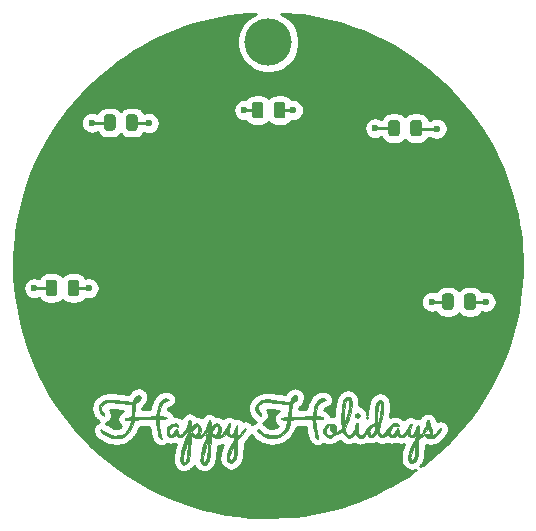
<source format=gbr>
G04 #@! TF.GenerationSoftware,KiCad,Pcbnew,(5.1.6)-1*
G04 #@! TF.CreationDate,2020-11-21T22:09:05+04:00*
G04 #@! TF.ProjectId,christmas-pcb-badge,63687269-7374-46d6-9173-2d7063622d62,rev?*
G04 #@! TF.SameCoordinates,Original*
G04 #@! TF.FileFunction,Copper,L1,Top*
G04 #@! TF.FilePolarity,Positive*
%FSLAX46Y46*%
G04 Gerber Fmt 4.6, Leading zero omitted, Abs format (unit mm)*
G04 Created by KiCad (PCBNEW (5.1.6)-1) date 2020-11-21 22:09:05*
%MOMM*%
%LPD*%
G01*
G04 APERTURE LIST*
G04 #@! TA.AperFunction,EtchedComponent*
%ADD10C,0.010000*%
G04 #@! TD*
G04 #@! TA.AperFunction,ViaPad*
%ADD11C,4.000000*%
G04 #@! TD*
G04 #@! TA.AperFunction,ViaPad*
%ADD12C,0.600000*%
G04 #@! TD*
G04 #@! TA.AperFunction,Conductor*
%ADD13C,0.250000*%
G04 #@! TD*
G04 #@! TA.AperFunction,NonConductor*
%ADD14C,0.254000*%
G04 #@! TD*
G04 APERTURE END LIST*
D10*
G04 #@! TO.C,G\u002A\u002A\u002A*
G36*
X147122850Y-109383319D02*
G01*
X147205610Y-109453969D01*
X147238980Y-109579736D01*
X147239000Y-109583334D01*
X147220519Y-109686570D01*
X147188200Y-109744200D01*
X147094393Y-109789900D01*
X146980070Y-109788794D01*
X146884829Y-109744627D01*
X146859490Y-109713117D01*
X146818570Y-109587457D01*
X146825308Y-109567083D01*
X146999385Y-109567083D01*
X147006167Y-109583334D01*
X147062246Y-109624086D01*
X147074664Y-109625667D01*
X147097615Y-109599584D01*
X147090834Y-109583334D01*
X147034754Y-109542581D01*
X147022337Y-109541000D01*
X146999385Y-109567083D01*
X146825308Y-109567083D01*
X146852190Y-109485808D01*
X146893084Y-109441728D01*
X147011681Y-109376376D01*
X147122850Y-109383319D01*
G37*
X147122850Y-109383319D02*
X147205610Y-109453969D01*
X147238980Y-109579736D01*
X147239000Y-109583334D01*
X147220519Y-109686570D01*
X147188200Y-109744200D01*
X147094393Y-109789900D01*
X146980070Y-109788794D01*
X146884829Y-109744627D01*
X146859490Y-109713117D01*
X146818570Y-109587457D01*
X146825308Y-109567083D01*
X146999385Y-109567083D01*
X147006167Y-109583334D01*
X147062246Y-109624086D01*
X147074664Y-109625667D01*
X147097615Y-109599584D01*
X147090834Y-109583334D01*
X147034754Y-109542581D01*
X147022337Y-109541000D01*
X146999385Y-109567083D01*
X146825308Y-109567083D01*
X146852190Y-109485808D01*
X146893084Y-109441728D01*
X147011681Y-109376376D01*
X147122850Y-109383319D01*
G36*
X141856878Y-107886902D02*
G01*
X141935441Y-107953178D01*
X141963673Y-107998520D01*
X141963191Y-108070300D01*
X141935066Y-108173043D01*
X141891825Y-108274771D01*
X141845991Y-108343505D01*
X141823783Y-108355667D01*
X141778070Y-108381942D01*
X141694535Y-108448803D01*
X141642234Y-108495179D01*
X141584275Y-108549959D01*
X141541008Y-108601740D01*
X141509030Y-108664255D01*
X141484935Y-108751235D01*
X141465321Y-108876412D01*
X141446783Y-109053516D01*
X141425918Y-109296280D01*
X141417097Y-109403417D01*
X141391873Y-109710334D01*
X142040020Y-109705385D01*
X142421601Y-109699745D01*
X142724375Y-109688900D01*
X142954077Y-109672277D01*
X143116441Y-109649303D01*
X143217200Y-109619404D01*
X143261457Y-109583334D01*
X143283032Y-109512114D01*
X143310483Y-109383379D01*
X143338257Y-109223506D01*
X143341141Y-109204842D01*
X143400612Y-108931947D01*
X143489351Y-108675153D01*
X143597909Y-108457081D01*
X143716833Y-108300352D01*
X143720579Y-108296722D01*
X143847441Y-108212184D01*
X143999276Y-108162659D01*
X144147795Y-108152649D01*
X144264711Y-108186652D01*
X144289503Y-108206217D01*
X144339347Y-108275290D01*
X144320133Y-108322465D01*
X144225704Y-108354646D01*
X144145538Y-108367651D01*
X143948683Y-108435076D01*
X143784777Y-108573829D01*
X143703560Y-108696211D01*
X143656326Y-108814397D01*
X143603748Y-108988549D01*
X143553104Y-109190913D01*
X143511672Y-109393734D01*
X143497182Y-109483182D01*
X143471900Y-109658197D01*
X143754161Y-109688425D01*
X143941833Y-109711078D01*
X144059911Y-109733527D01*
X144123320Y-109760575D01*
X144146986Y-109797026D01*
X144148667Y-109815404D01*
X144108490Y-109862708D01*
X143995472Y-109897754D01*
X143820878Y-109917993D01*
X143677709Y-109922000D01*
X143587263Y-109921854D01*
X143525776Y-109930177D01*
X143489541Y-109960107D01*
X143474854Y-110024786D01*
X143478008Y-110137351D01*
X143495298Y-110310944D01*
X143516013Y-110495361D01*
X143545720Y-110705877D01*
X143585815Y-110916618D01*
X143629101Y-111091312D01*
X143643013Y-111135320D01*
X143688155Y-111282885D01*
X143718056Y-111411975D01*
X143725334Y-111473794D01*
X143701364Y-111553636D01*
X143642432Y-111568212D01*
X143568002Y-111517110D01*
X143537963Y-111477750D01*
X143472487Y-111336332D01*
X143410219Y-111122242D01*
X143353975Y-110847475D01*
X143306572Y-110524025D01*
X143299073Y-110460477D01*
X143277020Y-110273947D01*
X143256886Y-110116615D01*
X143241386Y-110009035D01*
X143234916Y-109974917D01*
X143206159Y-109954150D01*
X143127535Y-109939143D01*
X142990332Y-109929265D01*
X142785837Y-109923885D01*
X142509579Y-109922368D01*
X142254291Y-109924050D01*
X142011728Y-109928453D01*
X141801888Y-109935012D01*
X141644770Y-109943161D01*
X141584351Y-109948551D01*
X141369534Y-109974366D01*
X141316361Y-110233933D01*
X141206951Y-110604669D01*
X141044103Y-110918398D01*
X140831552Y-111170169D01*
X140573033Y-111355031D01*
X140418736Y-111424157D01*
X140133300Y-111495022D01*
X139828683Y-111511927D01*
X139521750Y-111479180D01*
X139229365Y-111401086D01*
X138968393Y-111281952D01*
X138755697Y-111126084D01*
X138624245Y-110965932D01*
X138578637Y-110853592D01*
X138596206Y-110791002D01*
X138665247Y-110788400D01*
X138761635Y-110845746D01*
X138983696Y-111016612D01*
X139169854Y-111136083D01*
X139343743Y-111212959D01*
X139528998Y-111256044D01*
X139749253Y-111274137D01*
X139918777Y-111276667D01*
X140238814Y-111243578D01*
X140507606Y-111143564D01*
X140727180Y-110975506D01*
X140899567Y-110738282D01*
X140901946Y-110733931D01*
X140967569Y-110594608D01*
X141029264Y-110431838D01*
X141080402Y-110268054D01*
X141114354Y-110125690D01*
X141124493Y-110027177D01*
X141118446Y-110001186D01*
X141066745Y-109980766D01*
X140957912Y-109967383D01*
X140864006Y-109964334D01*
X140714298Y-109956472D01*
X140632456Y-109930246D01*
X140607275Y-109899008D01*
X140596265Y-109839664D01*
X140628286Y-109801758D01*
X140717414Y-109777894D01*
X140869260Y-109761373D01*
X141005666Y-109744164D01*
X141095431Y-109708937D01*
X141150424Y-109639566D01*
X141182517Y-109519926D01*
X141203582Y-109333891D01*
X141206149Y-109303750D01*
X141222249Y-109118742D01*
X141239185Y-108935410D01*
X141250788Y-108818009D01*
X141260659Y-108700237D01*
X141249663Y-108646122D01*
X141205805Y-108635121D01*
X141148148Y-108642215D01*
X141063450Y-108642542D01*
X140913586Y-108631251D01*
X140716983Y-108610175D01*
X140492067Y-108581146D01*
X140396237Y-108567414D01*
X139960428Y-108510931D01*
X139595088Y-108480282D01*
X139302826Y-108475526D01*
X139086253Y-108496720D01*
X138961886Y-108536075D01*
X138769533Y-108669714D01*
X138657842Y-108826426D01*
X138627770Y-109002394D01*
X138680276Y-109193801D01*
X138762712Y-109329570D01*
X138861716Y-109481004D01*
X138896137Y-109578501D01*
X138866140Y-109622681D01*
X138841543Y-109625667D01*
X138737276Y-109588329D01*
X138625659Y-109490329D01*
X138521627Y-109352683D01*
X138440117Y-109196411D01*
X138396065Y-109042528D01*
X138392263Y-108993449D01*
X138423583Y-108836685D01*
X138508067Y-108664688D01*
X138627743Y-108508140D01*
X138727733Y-108420738D01*
X138884178Y-108332441D01*
X139061309Y-108275387D01*
X139272315Y-108248448D01*
X139530382Y-108250496D01*
X139848697Y-108280403D01*
X140049655Y-108307647D01*
X140301159Y-108343007D01*
X140552745Y-108375881D01*
X140778412Y-108403028D01*
X140952159Y-108421208D01*
X140980989Y-108423696D01*
X141291167Y-108448863D01*
X141382367Y-108271000D01*
X141574378Y-108271000D01*
X141615207Y-108243180D01*
X141672167Y-108186334D01*
X141721055Y-108125008D01*
X141727622Y-108101667D01*
X141686793Y-108129487D01*
X141629834Y-108186334D01*
X141580945Y-108247659D01*
X141574378Y-108271000D01*
X141382367Y-108271000D01*
X141418167Y-108201181D01*
X141536549Y-108013270D01*
X141658616Y-107900030D01*
X141779417Y-107865006D01*
X141856878Y-107886902D01*
G37*
X141856878Y-107886902D02*
X141935441Y-107953178D01*
X141963673Y-107998520D01*
X141963191Y-108070300D01*
X141935066Y-108173043D01*
X141891825Y-108274771D01*
X141845991Y-108343505D01*
X141823783Y-108355667D01*
X141778070Y-108381942D01*
X141694535Y-108448803D01*
X141642234Y-108495179D01*
X141584275Y-108549959D01*
X141541008Y-108601740D01*
X141509030Y-108664255D01*
X141484935Y-108751235D01*
X141465321Y-108876412D01*
X141446783Y-109053516D01*
X141425918Y-109296280D01*
X141417097Y-109403417D01*
X141391873Y-109710334D01*
X142040020Y-109705385D01*
X142421601Y-109699745D01*
X142724375Y-109688900D01*
X142954077Y-109672277D01*
X143116441Y-109649303D01*
X143217200Y-109619404D01*
X143261457Y-109583334D01*
X143283032Y-109512114D01*
X143310483Y-109383379D01*
X143338257Y-109223506D01*
X143341141Y-109204842D01*
X143400612Y-108931947D01*
X143489351Y-108675153D01*
X143597909Y-108457081D01*
X143716833Y-108300352D01*
X143720579Y-108296722D01*
X143847441Y-108212184D01*
X143999276Y-108162659D01*
X144147795Y-108152649D01*
X144264711Y-108186652D01*
X144289503Y-108206217D01*
X144339347Y-108275290D01*
X144320133Y-108322465D01*
X144225704Y-108354646D01*
X144145538Y-108367651D01*
X143948683Y-108435076D01*
X143784777Y-108573829D01*
X143703560Y-108696211D01*
X143656326Y-108814397D01*
X143603748Y-108988549D01*
X143553104Y-109190913D01*
X143511672Y-109393734D01*
X143497182Y-109483182D01*
X143471900Y-109658197D01*
X143754161Y-109688425D01*
X143941833Y-109711078D01*
X144059911Y-109733527D01*
X144123320Y-109760575D01*
X144146986Y-109797026D01*
X144148667Y-109815404D01*
X144108490Y-109862708D01*
X143995472Y-109897754D01*
X143820878Y-109917993D01*
X143677709Y-109922000D01*
X143587263Y-109921854D01*
X143525776Y-109930177D01*
X143489541Y-109960107D01*
X143474854Y-110024786D01*
X143478008Y-110137351D01*
X143495298Y-110310944D01*
X143516013Y-110495361D01*
X143545720Y-110705877D01*
X143585815Y-110916618D01*
X143629101Y-111091312D01*
X143643013Y-111135320D01*
X143688155Y-111282885D01*
X143718056Y-111411975D01*
X143725334Y-111473794D01*
X143701364Y-111553636D01*
X143642432Y-111568212D01*
X143568002Y-111517110D01*
X143537963Y-111477750D01*
X143472487Y-111336332D01*
X143410219Y-111122242D01*
X143353975Y-110847475D01*
X143306572Y-110524025D01*
X143299073Y-110460477D01*
X143277020Y-110273947D01*
X143256886Y-110116615D01*
X143241386Y-110009035D01*
X143234916Y-109974917D01*
X143206159Y-109954150D01*
X143127535Y-109939143D01*
X142990332Y-109929265D01*
X142785837Y-109923885D01*
X142509579Y-109922368D01*
X142254291Y-109924050D01*
X142011728Y-109928453D01*
X141801888Y-109935012D01*
X141644770Y-109943161D01*
X141584351Y-109948551D01*
X141369534Y-109974366D01*
X141316361Y-110233933D01*
X141206951Y-110604669D01*
X141044103Y-110918398D01*
X140831552Y-111170169D01*
X140573033Y-111355031D01*
X140418736Y-111424157D01*
X140133300Y-111495022D01*
X139828683Y-111511927D01*
X139521750Y-111479180D01*
X139229365Y-111401086D01*
X138968393Y-111281952D01*
X138755697Y-111126084D01*
X138624245Y-110965932D01*
X138578637Y-110853592D01*
X138596206Y-110791002D01*
X138665247Y-110788400D01*
X138761635Y-110845746D01*
X138983696Y-111016612D01*
X139169854Y-111136083D01*
X139343743Y-111212959D01*
X139528998Y-111256044D01*
X139749253Y-111274137D01*
X139918777Y-111276667D01*
X140238814Y-111243578D01*
X140507606Y-111143564D01*
X140727180Y-110975506D01*
X140899567Y-110738282D01*
X140901946Y-110733931D01*
X140967569Y-110594608D01*
X141029264Y-110431838D01*
X141080402Y-110268054D01*
X141114354Y-110125690D01*
X141124493Y-110027177D01*
X141118446Y-110001186D01*
X141066745Y-109980766D01*
X140957912Y-109967383D01*
X140864006Y-109964334D01*
X140714298Y-109956472D01*
X140632456Y-109930246D01*
X140607275Y-109899008D01*
X140596265Y-109839664D01*
X140628286Y-109801758D01*
X140717414Y-109777894D01*
X140869260Y-109761373D01*
X141005666Y-109744164D01*
X141095431Y-109708937D01*
X141150424Y-109639566D01*
X141182517Y-109519926D01*
X141203582Y-109333891D01*
X141206149Y-109303750D01*
X141222249Y-109118742D01*
X141239185Y-108935410D01*
X141250788Y-108818009D01*
X141260659Y-108700237D01*
X141249663Y-108646122D01*
X141205805Y-108635121D01*
X141148148Y-108642215D01*
X141063450Y-108642542D01*
X140913586Y-108631251D01*
X140716983Y-108610175D01*
X140492067Y-108581146D01*
X140396237Y-108567414D01*
X139960428Y-108510931D01*
X139595088Y-108480282D01*
X139302826Y-108475526D01*
X139086253Y-108496720D01*
X138961886Y-108536075D01*
X138769533Y-108669714D01*
X138657842Y-108826426D01*
X138627770Y-109002394D01*
X138680276Y-109193801D01*
X138762712Y-109329570D01*
X138861716Y-109481004D01*
X138896137Y-109578501D01*
X138866140Y-109622681D01*
X138841543Y-109625667D01*
X138737276Y-109588329D01*
X138625659Y-109490329D01*
X138521627Y-109352683D01*
X138440117Y-109196411D01*
X138396065Y-109042528D01*
X138392263Y-108993449D01*
X138423583Y-108836685D01*
X138508067Y-108664688D01*
X138627743Y-108508140D01*
X138727733Y-108420738D01*
X138884178Y-108332441D01*
X139061309Y-108275387D01*
X139272315Y-108248448D01*
X139530382Y-108250496D01*
X139848697Y-108280403D01*
X140049655Y-108307647D01*
X140301159Y-108343007D01*
X140552745Y-108375881D01*
X140778412Y-108403028D01*
X140952159Y-108421208D01*
X140980989Y-108423696D01*
X141291167Y-108448863D01*
X141382367Y-108271000D01*
X141574378Y-108271000D01*
X141615207Y-108243180D01*
X141672167Y-108186334D01*
X141721055Y-108125008D01*
X141727622Y-108101667D01*
X141686793Y-108129487D01*
X141629834Y-108186334D01*
X141580945Y-108247659D01*
X141574378Y-108271000D01*
X141382367Y-108271000D01*
X141418167Y-108201181D01*
X141536549Y-108013270D01*
X141658616Y-107900030D01*
X141779417Y-107865006D01*
X141856878Y-107886902D01*
G36*
X128647341Y-107924692D02*
G01*
X128660947Y-107950378D01*
X128689545Y-108091466D01*
X128641750Y-108230427D01*
X128514552Y-108373995D01*
X128446623Y-108429738D01*
X128355728Y-108502680D01*
X128290190Y-108570083D01*
X128244677Y-108647868D01*
X128213859Y-108751957D01*
X128192406Y-108898271D01*
X128174988Y-109102732D01*
X128163168Y-109276417D01*
X128134563Y-109710334D01*
X128748061Y-109710334D01*
X129001229Y-109708355D01*
X129255801Y-109702945D01*
X129484534Y-109694893D01*
X129660185Y-109684989D01*
X129681435Y-109683294D01*
X130001311Y-109656255D01*
X130051076Y-109315906D01*
X130122236Y-108967113D01*
X130223922Y-108671055D01*
X130351948Y-108435016D01*
X130502126Y-108266279D01*
X130670268Y-108172130D01*
X130714918Y-108161045D01*
X130838705Y-108155527D01*
X130953929Y-108178269D01*
X131035729Y-108220799D01*
X131059246Y-108274645D01*
X131058261Y-108278052D01*
X131011096Y-108315341D01*
X130908404Y-108357362D01*
X130834199Y-108379036D01*
X130650692Y-108456759D01*
X130505848Y-108590553D01*
X130396013Y-108786795D01*
X130317532Y-109051861D01*
X130269666Y-109363993D01*
X130238042Y-109659962D01*
X130512065Y-109689307D01*
X130697283Y-109711798D01*
X130813093Y-109734439D01*
X130874614Y-109762259D01*
X130896965Y-109800287D01*
X130898334Y-109817787D01*
X130866437Y-109851380D01*
X130765831Y-109878401D01*
X130589140Y-109900693D01*
X130553675Y-109903913D01*
X130209017Y-109933978D01*
X130234761Y-110319572D01*
X130258526Y-110548162D01*
X130297592Y-110796919D01*
X130344114Y-111017000D01*
X130351067Y-111043834D01*
X130408504Y-111259907D01*
X130445746Y-111407336D01*
X130464577Y-111499238D01*
X130466780Y-111548733D01*
X130454139Y-111568940D01*
X130428436Y-111572978D01*
X130422996Y-111573000D01*
X130348277Y-111543846D01*
X130291232Y-111495772D01*
X130233269Y-111394274D01*
X130174828Y-111226397D01*
X130120057Y-111010304D01*
X130073104Y-110764156D01*
X130038120Y-110506115D01*
X130022433Y-110319147D01*
X129997207Y-109890793D01*
X129230687Y-109911607D01*
X128971736Y-109919876D01*
X128730792Y-109929848D01*
X128525277Y-109940630D01*
X128372617Y-109951326D01*
X128298835Y-109959449D01*
X128133502Y-109986477D01*
X128016586Y-110361538D01*
X127873724Y-110725316D01*
X127694071Y-111023260D01*
X127481319Y-111251284D01*
X127239164Y-111405299D01*
X127009930Y-111475492D01*
X126602357Y-111510661D01*
X126224261Y-111474698D01*
X125883306Y-111369051D01*
X125607602Y-111210514D01*
X125421249Y-111059456D01*
X125313208Y-110938025D01*
X125282819Y-110845320D01*
X125305889Y-110798511D01*
X125359044Y-110787217D01*
X125450941Y-110831366D01*
X125532061Y-110888358D01*
X125875091Y-111105730D01*
X126217776Y-111243473D01*
X126555554Y-111300236D01*
X126855218Y-111280302D01*
X127085668Y-111222507D01*
X127263566Y-111137198D01*
X127420246Y-111008315D01*
X127454187Y-110973362D01*
X127635766Y-110724340D01*
X127778692Y-110403043D01*
X127868505Y-110080750D01*
X127894280Y-109964334D01*
X127615203Y-109964334D01*
X127465197Y-109961592D01*
X127382692Y-109950187D01*
X127350610Y-109925342D01*
X127350201Y-109890250D01*
X127382004Y-109843195D01*
X127466798Y-109808440D01*
X127620182Y-109779684D01*
X127626084Y-109778837D01*
X127766254Y-109751221D01*
X127869090Y-109716699D01*
X127908675Y-109687343D01*
X127919173Y-109625676D01*
X127932254Y-109498247D01*
X127946227Y-109323855D01*
X127959013Y-109127930D01*
X127988566Y-108622682D01*
X127866533Y-108640219D01*
X127781602Y-108640466D01*
X127631808Y-108629145D01*
X127435883Y-108608109D01*
X127212563Y-108579210D01*
X127130667Y-108567473D01*
X126710926Y-108512040D01*
X126364507Y-108481362D01*
X126083497Y-108476325D01*
X125859988Y-108497812D01*
X125686067Y-108546710D01*
X125553825Y-108623901D01*
X125455350Y-108730271D01*
X125438001Y-108756754D01*
X125364310Y-108933441D01*
X125369855Y-109106269D01*
X125455569Y-109287896D01*
X125479667Y-109322615D01*
X125559446Y-109449025D01*
X125602996Y-109552005D01*
X125604504Y-109614577D01*
X125583398Y-109625667D01*
X125479954Y-109591660D01*
X125364720Y-109504764D01*
X125264072Y-109387664D01*
X125223270Y-109315943D01*
X125152051Y-109072538D01*
X125160866Y-108841528D01*
X125247807Y-108632511D01*
X125391169Y-108471220D01*
X125545753Y-108373647D01*
X125744163Y-108307851D01*
X125993476Y-108273359D01*
X126300767Y-108269699D01*
X126673113Y-108296397D01*
X127117590Y-108352980D01*
X127130667Y-108354919D01*
X127356136Y-108386759D01*
X127565187Y-108413200D01*
X127736563Y-108431760D01*
X127849006Y-108439955D01*
X127860204Y-108440139D01*
X127954963Y-108433847D01*
X128018272Y-108401954D01*
X128074366Y-108325369D01*
X128099693Y-108277561D01*
X128316000Y-108277561D01*
X128328643Y-108311067D01*
X128369725Y-108274601D01*
X128423518Y-108196917D01*
X128498440Y-108080500D01*
X128407220Y-108161145D01*
X128340987Y-108230936D01*
X128316000Y-108277561D01*
X128099693Y-108277561D01*
X128123384Y-108232843D01*
X128233319Y-108055235D01*
X128351358Y-107930006D01*
X128466825Y-107862766D01*
X128569044Y-107859125D01*
X128647341Y-107924692D01*
G37*
X128647341Y-107924692D02*
X128660947Y-107950378D01*
X128689545Y-108091466D01*
X128641750Y-108230427D01*
X128514552Y-108373995D01*
X128446623Y-108429738D01*
X128355728Y-108502680D01*
X128290190Y-108570083D01*
X128244677Y-108647868D01*
X128213859Y-108751957D01*
X128192406Y-108898271D01*
X128174988Y-109102732D01*
X128163168Y-109276417D01*
X128134563Y-109710334D01*
X128748061Y-109710334D01*
X129001229Y-109708355D01*
X129255801Y-109702945D01*
X129484534Y-109694893D01*
X129660185Y-109684989D01*
X129681435Y-109683294D01*
X130001311Y-109656255D01*
X130051076Y-109315906D01*
X130122236Y-108967113D01*
X130223922Y-108671055D01*
X130351948Y-108435016D01*
X130502126Y-108266279D01*
X130670268Y-108172130D01*
X130714918Y-108161045D01*
X130838705Y-108155527D01*
X130953929Y-108178269D01*
X131035729Y-108220799D01*
X131059246Y-108274645D01*
X131058261Y-108278052D01*
X131011096Y-108315341D01*
X130908404Y-108357362D01*
X130834199Y-108379036D01*
X130650692Y-108456759D01*
X130505848Y-108590553D01*
X130396013Y-108786795D01*
X130317532Y-109051861D01*
X130269666Y-109363993D01*
X130238042Y-109659962D01*
X130512065Y-109689307D01*
X130697283Y-109711798D01*
X130813093Y-109734439D01*
X130874614Y-109762259D01*
X130896965Y-109800287D01*
X130898334Y-109817787D01*
X130866437Y-109851380D01*
X130765831Y-109878401D01*
X130589140Y-109900693D01*
X130553675Y-109903913D01*
X130209017Y-109933978D01*
X130234761Y-110319572D01*
X130258526Y-110548162D01*
X130297592Y-110796919D01*
X130344114Y-111017000D01*
X130351067Y-111043834D01*
X130408504Y-111259907D01*
X130445746Y-111407336D01*
X130464577Y-111499238D01*
X130466780Y-111548733D01*
X130454139Y-111568940D01*
X130428436Y-111572978D01*
X130422996Y-111573000D01*
X130348277Y-111543846D01*
X130291232Y-111495772D01*
X130233269Y-111394274D01*
X130174828Y-111226397D01*
X130120057Y-111010304D01*
X130073104Y-110764156D01*
X130038120Y-110506115D01*
X130022433Y-110319147D01*
X129997207Y-109890793D01*
X129230687Y-109911607D01*
X128971736Y-109919876D01*
X128730792Y-109929848D01*
X128525277Y-109940630D01*
X128372617Y-109951326D01*
X128298835Y-109959449D01*
X128133502Y-109986477D01*
X128016586Y-110361538D01*
X127873724Y-110725316D01*
X127694071Y-111023260D01*
X127481319Y-111251284D01*
X127239164Y-111405299D01*
X127009930Y-111475492D01*
X126602357Y-111510661D01*
X126224261Y-111474698D01*
X125883306Y-111369051D01*
X125607602Y-111210514D01*
X125421249Y-111059456D01*
X125313208Y-110938025D01*
X125282819Y-110845320D01*
X125305889Y-110798511D01*
X125359044Y-110787217D01*
X125450941Y-110831366D01*
X125532061Y-110888358D01*
X125875091Y-111105730D01*
X126217776Y-111243473D01*
X126555554Y-111300236D01*
X126855218Y-111280302D01*
X127085668Y-111222507D01*
X127263566Y-111137198D01*
X127420246Y-111008315D01*
X127454187Y-110973362D01*
X127635766Y-110724340D01*
X127778692Y-110403043D01*
X127868505Y-110080750D01*
X127894280Y-109964334D01*
X127615203Y-109964334D01*
X127465197Y-109961592D01*
X127382692Y-109950187D01*
X127350610Y-109925342D01*
X127350201Y-109890250D01*
X127382004Y-109843195D01*
X127466798Y-109808440D01*
X127620182Y-109779684D01*
X127626084Y-109778837D01*
X127766254Y-109751221D01*
X127869090Y-109716699D01*
X127908675Y-109687343D01*
X127919173Y-109625676D01*
X127932254Y-109498247D01*
X127946227Y-109323855D01*
X127959013Y-109127930D01*
X127988566Y-108622682D01*
X127866533Y-108640219D01*
X127781602Y-108640466D01*
X127631808Y-108629145D01*
X127435883Y-108608109D01*
X127212563Y-108579210D01*
X127130667Y-108567473D01*
X126710926Y-108512040D01*
X126364507Y-108481362D01*
X126083497Y-108476325D01*
X125859988Y-108497812D01*
X125686067Y-108546710D01*
X125553825Y-108623901D01*
X125455350Y-108730271D01*
X125438001Y-108756754D01*
X125364310Y-108933441D01*
X125369855Y-109106269D01*
X125455569Y-109287896D01*
X125479667Y-109322615D01*
X125559446Y-109449025D01*
X125602996Y-109552005D01*
X125604504Y-109614577D01*
X125583398Y-109625667D01*
X125479954Y-109591660D01*
X125364720Y-109504764D01*
X125264072Y-109387664D01*
X125223270Y-109315943D01*
X125152051Y-109072538D01*
X125160866Y-108841528D01*
X125247807Y-108632511D01*
X125391169Y-108471220D01*
X125545753Y-108373647D01*
X125744163Y-108307851D01*
X125993476Y-108273359D01*
X126300767Y-108269699D01*
X126673113Y-108296397D01*
X127117590Y-108352980D01*
X127130667Y-108354919D01*
X127356136Y-108386759D01*
X127565187Y-108413200D01*
X127736563Y-108431760D01*
X127849006Y-108439955D01*
X127860204Y-108440139D01*
X127954963Y-108433847D01*
X128018272Y-108401954D01*
X128074366Y-108325369D01*
X128099693Y-108277561D01*
X128316000Y-108277561D01*
X128328643Y-108311067D01*
X128369725Y-108274601D01*
X128423518Y-108196917D01*
X128498440Y-108080500D01*
X128407220Y-108161145D01*
X128340987Y-108230936D01*
X128316000Y-108277561D01*
X128099693Y-108277561D01*
X128123384Y-108232843D01*
X128233319Y-108055235D01*
X128351358Y-107930006D01*
X128466825Y-107862766D01*
X128569044Y-107859125D01*
X128647341Y-107924692D01*
G36*
X146358580Y-108047532D02*
G01*
X146467631Y-108158269D01*
X146498808Y-108214830D01*
X146533738Y-108304967D01*
X146553002Y-108407226D01*
X146558500Y-108543734D01*
X146552135Y-108736617D01*
X146548848Y-108797372D01*
X146526107Y-109060803D01*
X146485793Y-109306522D01*
X146422203Y-109555820D01*
X146329637Y-109829989D01*
X146202391Y-110150322D01*
X146159058Y-110252858D01*
X145959211Y-110720961D01*
X146027446Y-110921222D01*
X146111372Y-111118827D01*
X146203255Y-111234296D01*
X146308069Y-111270107D01*
X146430791Y-111228737D01*
X146517942Y-111165508D01*
X146676120Y-110982860D01*
X146799968Y-110736346D01*
X146875203Y-110472334D01*
X146907924Y-110335180D01*
X146944420Y-110261392D01*
X146997054Y-110230109D01*
X147021573Y-110225341D01*
X147121645Y-110211181D01*
X147094172Y-110627507D01*
X147084892Y-110879139D01*
X147097561Y-111058688D01*
X147135294Y-111176615D01*
X147201211Y-111243385D01*
X147285069Y-111268140D01*
X147396899Y-111244804D01*
X147524814Y-111148128D01*
X147672261Y-110975093D01*
X147700587Y-110934960D01*
X148053994Y-110934960D01*
X148063756Y-111095650D01*
X148087156Y-111152450D01*
X148158123Y-111224198D01*
X148250197Y-111214060D01*
X148363086Y-111122069D01*
X148363143Y-111122008D01*
X148442436Y-111005513D01*
X148509522Y-110853437D01*
X148554668Y-110695959D01*
X148568139Y-110563259D01*
X148559299Y-110513805D01*
X148534499Y-110462746D01*
X148496164Y-110454249D01*
X148417596Y-110486927D01*
X148382100Y-110504597D01*
X148222250Y-110619480D01*
X148109853Y-110769585D01*
X148053994Y-110934960D01*
X147700587Y-110934960D01*
X147758199Y-110853334D01*
X147948756Y-110599858D01*
X148132322Y-110420031D01*
X148318558Y-110304490D01*
X148329084Y-110299808D01*
X148509000Y-110221342D01*
X148509000Y-109710442D01*
X148721320Y-109710442D01*
X148723120Y-109902617D01*
X148730379Y-110062661D01*
X148743159Y-110173518D01*
X148761521Y-110218132D01*
X148763000Y-110218334D01*
X148804230Y-110203275D01*
X148805334Y-110198863D01*
X148814958Y-110152134D01*
X148840907Y-110041705D01*
X148878795Y-109885970D01*
X148908798Y-109764946D01*
X148982836Y-109430207D01*
X149029458Y-109133656D01*
X149047568Y-108886750D01*
X149036066Y-108700949D01*
X149017459Y-108630834D01*
X148968090Y-108503834D01*
X148891208Y-108598221D01*
X148843139Y-108689783D01*
X148796546Y-108831460D01*
X148767496Y-108961522D01*
X148748068Y-109111674D01*
X148733855Y-109297915D01*
X148724919Y-109503189D01*
X148721320Y-109710442D01*
X148509000Y-109710442D01*
X148509000Y-109698446D01*
X148521512Y-109299752D01*
X148558065Y-108960807D01*
X148617185Y-108685670D01*
X148697395Y-108478401D01*
X148797221Y-108343056D01*
X148915189Y-108283696D01*
X149019727Y-108293032D01*
X149126286Y-108357097D01*
X149196527Y-108475432D01*
X149233882Y-108657090D01*
X149242248Y-108879798D01*
X149229517Y-109172307D01*
X149194366Y-109455777D01*
X149132226Y-109755061D01*
X149038528Y-110095012D01*
X148990163Y-110251185D01*
X148914357Y-110508448D01*
X148872917Y-110704652D01*
X148865633Y-110856024D01*
X148892294Y-110978788D01*
X148952690Y-111089172D01*
X148978852Y-111124206D01*
X149059798Y-111200761D01*
X149136279Y-111234273D01*
X149138768Y-111234334D01*
X149226415Y-111197143D01*
X149345062Y-111089520D01*
X149489132Y-110917391D01*
X149649569Y-110691889D01*
X149818197Y-110472407D01*
X149980783Y-110333117D01*
X150144934Y-110270653D01*
X150318258Y-110281648D01*
X150456334Y-110334816D01*
X150553261Y-110400267D01*
X150600572Y-110465499D01*
X150592621Y-110513452D01*
X150523759Y-110527063D01*
X150519834Y-110526671D01*
X150314849Y-110508385D01*
X150172813Y-110508731D01*
X150073311Y-110531543D01*
X149995929Y-110580654D01*
X149941760Y-110635222D01*
X149853698Y-110763147D01*
X149822952Y-110904822D01*
X149821982Y-110949251D01*
X149834095Y-111112895D01*
X149873200Y-111202879D01*
X149945646Y-111227655D01*
X150018700Y-111211043D01*
X150122528Y-111139494D01*
X150222612Y-110994934D01*
X150247313Y-110947651D01*
X150312449Y-110822333D01*
X150365744Y-110728701D01*
X150389583Y-110694307D01*
X150433866Y-110695013D01*
X150484178Y-110752826D01*
X150525039Y-110842964D01*
X150541000Y-110936672D01*
X150570752Y-111073464D01*
X150647087Y-111180402D01*
X150750627Y-111232637D01*
X150773152Y-111234334D01*
X150878249Y-111194103D01*
X151001483Y-111076184D01*
X151139313Y-110884730D01*
X151280613Y-110638403D01*
X151381150Y-110456885D01*
X151458126Y-110344531D01*
X151520083Y-110292159D01*
X151575562Y-110290588D01*
X151595097Y-110300382D01*
X151621849Y-110335291D01*
X151618286Y-110401982D01*
X151582083Y-110519672D01*
X151561927Y-110574715D01*
X151493853Y-110804018D01*
X151473307Y-110993104D01*
X151499127Y-111133226D01*
X151570153Y-111215639D01*
X151649533Y-111234334D01*
X151726975Y-111195795D01*
X151814922Y-111090441D01*
X151903622Y-110933663D01*
X151983321Y-110740854D01*
X152006102Y-110671562D01*
X152053641Y-110533124D01*
X152095027Y-110460687D01*
X152141955Y-110437489D01*
X152168566Y-110438729D01*
X152205066Y-110444396D01*
X152229469Y-110458125D01*
X152242860Y-110493423D01*
X152246328Y-110563799D01*
X152240960Y-110682761D01*
X152227842Y-110863819D01*
X152215562Y-111022667D01*
X152187795Y-111382500D01*
X152383693Y-111173681D01*
X152553420Y-110962111D01*
X152698799Y-110723147D01*
X152804299Y-110485265D01*
X152848450Y-110321552D01*
X152878691Y-110160263D01*
X152907535Y-110065640D01*
X152944133Y-110020343D01*
X152997633Y-110007030D01*
X153014599Y-110006667D01*
X153078626Y-110019803D01*
X153114599Y-110073974D01*
X153136917Y-110186584D01*
X153167157Y-110324029D01*
X153219847Y-110496088D01*
X153269672Y-110630242D01*
X153339642Y-110840695D01*
X153372796Y-111029744D01*
X153367544Y-111179529D01*
X153326534Y-111268200D01*
X153297575Y-111310059D01*
X153328636Y-111319000D01*
X153454342Y-111283260D01*
X153599514Y-111186075D01*
X153747338Y-111042503D01*
X153881000Y-110867597D01*
X153936281Y-110774921D01*
X154001171Y-110686047D01*
X154065889Y-110642543D01*
X154073865Y-110641667D01*
X154125540Y-110674780D01*
X154136937Y-110758007D01*
X154108405Y-110867179D01*
X154069577Y-110939164D01*
X153970318Y-111068328D01*
X153841339Y-111210186D01*
X153705548Y-111341828D01*
X153585854Y-111440346D01*
X153538186Y-111470562D01*
X153377301Y-111519959D01*
X153190625Y-111525264D01*
X153005519Y-111491192D01*
X152849343Y-111422458D01*
X152756807Y-111335893D01*
X152714642Y-111234619D01*
X152741497Y-111177813D01*
X152829929Y-111173581D01*
X152889321Y-111191552D01*
X153000625Y-111214058D01*
X153100066Y-111176011D01*
X153107881Y-111170982D01*
X153175924Y-111116140D01*
X153200832Y-111054573D01*
X153183482Y-110963999D01*
X153124755Y-110822137D01*
X153121891Y-110815814D01*
X153037640Y-110630128D01*
X152875046Y-110881693D01*
X152764118Y-111038093D01*
X152621640Y-111218348D01*
X152476104Y-111386621D01*
X152458167Y-111406046D01*
X152203882Y-111678834D01*
X152174804Y-112335000D01*
X152155663Y-112668289D01*
X152129195Y-112929535D01*
X152092175Y-113131263D01*
X152041382Y-113286000D01*
X151973591Y-113406268D01*
X151885580Y-113504593D01*
X151870281Y-113518360D01*
X151739550Y-113614376D01*
X151633159Y-113639016D01*
X151529842Y-113592237D01*
X151448504Y-113517541D01*
X151378788Y-113435746D01*
X151342522Y-113356440D01*
X151330327Y-113248255D01*
X151331319Y-113137949D01*
X151526347Y-113137949D01*
X151548316Y-113285138D01*
X151550710Y-113290601D01*
X151615551Y-113372893D01*
X151694535Y-113373746D01*
X151782999Y-113294276D01*
X151829863Y-113223862D01*
X151868765Y-113144467D01*
X151895285Y-113050471D01*
X151912198Y-112923116D01*
X151922282Y-112743646D01*
X151926947Y-112567834D01*
X151937085Y-112059834D01*
X151770273Y-112392260D01*
X151639277Y-112683521D01*
X151557318Y-112934746D01*
X151526347Y-113137949D01*
X151331319Y-113137949D01*
X151331427Y-113125958D01*
X151372357Y-112816108D01*
X151480296Y-112478162D01*
X151657793Y-112104219D01*
X151666249Y-112088634D01*
X151750690Y-111933329D01*
X151827107Y-111792169D01*
X151879673Y-111694396D01*
X151881631Y-111690721D01*
X151930573Y-111567774D01*
X151966401Y-111425184D01*
X151967984Y-111415555D01*
X151993069Y-111255500D01*
X151898653Y-111339205D01*
X151758379Y-111412868D01*
X151596671Y-111423828D01*
X151444751Y-111373939D01*
X151364038Y-111307455D01*
X151291275Y-111231105D01*
X151241056Y-111192983D01*
X151236536Y-111192000D01*
X151190467Y-111217592D01*
X151106779Y-111282239D01*
X151063699Y-111319000D01*
X150894825Y-111423525D01*
X150724733Y-111447248D01*
X150563302Y-111389939D01*
X150490685Y-111332520D01*
X150372237Y-111219039D01*
X150276702Y-111308215D01*
X150133440Y-111397152D01*
X149972195Y-111429375D01*
X149817187Y-111406389D01*
X149692638Y-111329701D01*
X149647967Y-111269130D01*
X149616041Y-111221851D01*
X149577803Y-111220525D01*
X149509055Y-111269434D01*
X149472054Y-111300267D01*
X149359881Y-111383119D01*
X149254008Y-111443778D01*
X149238087Y-111450466D01*
X149106146Y-111459308D01*
X148963757Y-111404859D01*
X148836291Y-111300546D01*
X148767710Y-111201539D01*
X148691622Y-111053228D01*
X148575776Y-111205109D01*
X148429313Y-111345566D01*
X148263369Y-111419496D01*
X148095603Y-111420342D01*
X148042252Y-111403219D01*
X147946734Y-111342691D01*
X147893722Y-111272114D01*
X147856145Y-111203699D01*
X147801581Y-111208020D01*
X147721811Y-111281172D01*
X147587657Y-111393140D01*
X147427677Y-111474745D01*
X147272611Y-111512730D01*
X147193815Y-111508874D01*
X147091780Y-111458288D01*
X146991287Y-111366921D01*
X146919332Y-111263553D01*
X146900334Y-111196048D01*
X146879340Y-111151681D01*
X146827335Y-111171179D01*
X146760778Y-111248301D01*
X146760206Y-111249172D01*
X146653817Y-111353137D01*
X146500276Y-111437860D01*
X146337097Y-111484496D01*
X146284131Y-111488334D01*
X146184238Y-111456115D01*
X146066627Y-111374498D01*
X145954761Y-111266044D01*
X145872103Y-111153311D01*
X145842000Y-111063218D01*
X145829406Y-111000690D01*
X145782628Y-110986136D01*
X145688179Y-111019655D01*
X145599057Y-111065000D01*
X145473914Y-111119333D01*
X145361031Y-111148229D01*
X145339758Y-111149667D01*
X145249610Y-111177365D01*
X145135040Y-111248013D01*
X145077073Y-111295441D01*
X144883671Y-111426527D01*
X144687807Y-111480981D01*
X144501683Y-111460426D01*
X144337500Y-111366487D01*
X144207458Y-111200786D01*
X144195730Y-111178184D01*
X144137682Y-111050363D01*
X144117321Y-110957601D01*
X144129744Y-110861782D01*
X144147050Y-110799703D01*
X144206087Y-110669101D01*
X144296961Y-110537335D01*
X144400669Y-110426152D01*
X144498205Y-110357302D01*
X144544102Y-110345334D01*
X144617128Y-110365047D01*
X144622948Y-110426423D01*
X144561093Y-110532815D01*
X144508513Y-110599318D01*
X144408367Y-110740729D01*
X144365348Y-110866457D01*
X144360982Y-110931422D01*
X144373171Y-111073283D01*
X144420883Y-111164434D01*
X144523073Y-111237192D01*
X144548138Y-111250529D01*
X144646431Y-111290244D01*
X144727669Y-111281082D01*
X144787903Y-111253309D01*
X144897862Y-111183550D01*
X144931083Y-111115800D01*
X144892489Y-111029703D01*
X144853839Y-110980542D01*
X144740319Y-110806304D01*
X144685674Y-110633361D01*
X144686757Y-110599613D01*
X144900547Y-110599613D01*
X144910271Y-110640288D01*
X144947377Y-110748396D01*
X144981347Y-110820205D01*
X145011781Y-110839390D01*
X145028414Y-110799600D01*
X145029525Y-110725657D01*
X145013395Y-110642387D01*
X144996502Y-110601517D01*
X144939180Y-110524757D01*
X144902606Y-110526185D01*
X144900547Y-110599613D01*
X144686757Y-110599613D01*
X144690673Y-110477597D01*
X144756084Y-110354897D01*
X144821202Y-110305568D01*
X144937754Y-110283779D01*
X145049138Y-110333636D01*
X145144921Y-110442282D01*
X145214665Y-110596859D01*
X145247935Y-110784512D01*
X145249334Y-110833024D01*
X145264017Y-110939174D01*
X145311550Y-110976544D01*
X145397158Y-110945072D01*
X145526063Y-110844691D01*
X145543104Y-110829446D01*
X145710119Y-110678558D01*
X145686155Y-110099196D01*
X145682856Y-109798632D01*
X145903413Y-109798632D01*
X145905083Y-109982158D01*
X145913828Y-110120545D01*
X145929244Y-110200207D01*
X145948358Y-110210603D01*
X145969040Y-110167735D01*
X146012406Y-110065476D01*
X146070275Y-109923276D01*
X146090147Y-109873455D01*
X146180664Y-109612566D01*
X146253326Y-109338001D01*
X146306436Y-109064669D01*
X146338294Y-108807481D01*
X146347205Y-108581345D01*
X146331469Y-108401170D01*
X146289389Y-108281866D01*
X146273616Y-108262349D01*
X146208120Y-108238231D01*
X146143750Y-108292199D01*
X146082626Y-108417678D01*
X146026867Y-108608094D01*
X145978591Y-108856872D01*
X145939918Y-109157436D01*
X145922902Y-109350500D01*
X145909218Y-109583551D01*
X145903413Y-109798632D01*
X145682856Y-109798632D01*
X145680948Y-109624856D01*
X145705207Y-109193715D01*
X145757580Y-108814580D01*
X145836713Y-108496260D01*
X145941251Y-108247564D01*
X145980681Y-108182885D01*
X146100955Y-108058967D01*
X146231638Y-108014140D01*
X146358580Y-108047532D01*
G37*
X146358580Y-108047532D02*
X146467631Y-108158269D01*
X146498808Y-108214830D01*
X146533738Y-108304967D01*
X146553002Y-108407226D01*
X146558500Y-108543734D01*
X146552135Y-108736617D01*
X146548848Y-108797372D01*
X146526107Y-109060803D01*
X146485793Y-109306522D01*
X146422203Y-109555820D01*
X146329637Y-109829989D01*
X146202391Y-110150322D01*
X146159058Y-110252858D01*
X145959211Y-110720961D01*
X146027446Y-110921222D01*
X146111372Y-111118827D01*
X146203255Y-111234296D01*
X146308069Y-111270107D01*
X146430791Y-111228737D01*
X146517942Y-111165508D01*
X146676120Y-110982860D01*
X146799968Y-110736346D01*
X146875203Y-110472334D01*
X146907924Y-110335180D01*
X146944420Y-110261392D01*
X146997054Y-110230109D01*
X147021573Y-110225341D01*
X147121645Y-110211181D01*
X147094172Y-110627507D01*
X147084892Y-110879139D01*
X147097561Y-111058688D01*
X147135294Y-111176615D01*
X147201211Y-111243385D01*
X147285069Y-111268140D01*
X147396899Y-111244804D01*
X147524814Y-111148128D01*
X147672261Y-110975093D01*
X147700587Y-110934960D01*
X148053994Y-110934960D01*
X148063756Y-111095650D01*
X148087156Y-111152450D01*
X148158123Y-111224198D01*
X148250197Y-111214060D01*
X148363086Y-111122069D01*
X148363143Y-111122008D01*
X148442436Y-111005513D01*
X148509522Y-110853437D01*
X148554668Y-110695959D01*
X148568139Y-110563259D01*
X148559299Y-110513805D01*
X148534499Y-110462746D01*
X148496164Y-110454249D01*
X148417596Y-110486927D01*
X148382100Y-110504597D01*
X148222250Y-110619480D01*
X148109853Y-110769585D01*
X148053994Y-110934960D01*
X147700587Y-110934960D01*
X147758199Y-110853334D01*
X147948756Y-110599858D01*
X148132322Y-110420031D01*
X148318558Y-110304490D01*
X148329084Y-110299808D01*
X148509000Y-110221342D01*
X148509000Y-109710442D01*
X148721320Y-109710442D01*
X148723120Y-109902617D01*
X148730379Y-110062661D01*
X148743159Y-110173518D01*
X148761521Y-110218132D01*
X148763000Y-110218334D01*
X148804230Y-110203275D01*
X148805334Y-110198863D01*
X148814958Y-110152134D01*
X148840907Y-110041705D01*
X148878795Y-109885970D01*
X148908798Y-109764946D01*
X148982836Y-109430207D01*
X149029458Y-109133656D01*
X149047568Y-108886750D01*
X149036066Y-108700949D01*
X149017459Y-108630834D01*
X148968090Y-108503834D01*
X148891208Y-108598221D01*
X148843139Y-108689783D01*
X148796546Y-108831460D01*
X148767496Y-108961522D01*
X148748068Y-109111674D01*
X148733855Y-109297915D01*
X148724919Y-109503189D01*
X148721320Y-109710442D01*
X148509000Y-109710442D01*
X148509000Y-109698446D01*
X148521512Y-109299752D01*
X148558065Y-108960807D01*
X148617185Y-108685670D01*
X148697395Y-108478401D01*
X148797221Y-108343056D01*
X148915189Y-108283696D01*
X149019727Y-108293032D01*
X149126286Y-108357097D01*
X149196527Y-108475432D01*
X149233882Y-108657090D01*
X149242248Y-108879798D01*
X149229517Y-109172307D01*
X149194366Y-109455777D01*
X149132226Y-109755061D01*
X149038528Y-110095012D01*
X148990163Y-110251185D01*
X148914357Y-110508448D01*
X148872917Y-110704652D01*
X148865633Y-110856024D01*
X148892294Y-110978788D01*
X148952690Y-111089172D01*
X148978852Y-111124206D01*
X149059798Y-111200761D01*
X149136279Y-111234273D01*
X149138768Y-111234334D01*
X149226415Y-111197143D01*
X149345062Y-111089520D01*
X149489132Y-110917391D01*
X149649569Y-110691889D01*
X149818197Y-110472407D01*
X149980783Y-110333117D01*
X150144934Y-110270653D01*
X150318258Y-110281648D01*
X150456334Y-110334816D01*
X150553261Y-110400267D01*
X150600572Y-110465499D01*
X150592621Y-110513452D01*
X150523759Y-110527063D01*
X150519834Y-110526671D01*
X150314849Y-110508385D01*
X150172813Y-110508731D01*
X150073311Y-110531543D01*
X149995929Y-110580654D01*
X149941760Y-110635222D01*
X149853698Y-110763147D01*
X149822952Y-110904822D01*
X149821982Y-110949251D01*
X149834095Y-111112895D01*
X149873200Y-111202879D01*
X149945646Y-111227655D01*
X150018700Y-111211043D01*
X150122528Y-111139494D01*
X150222612Y-110994934D01*
X150247313Y-110947651D01*
X150312449Y-110822333D01*
X150365744Y-110728701D01*
X150389583Y-110694307D01*
X150433866Y-110695013D01*
X150484178Y-110752826D01*
X150525039Y-110842964D01*
X150541000Y-110936672D01*
X150570752Y-111073464D01*
X150647087Y-111180402D01*
X150750627Y-111232637D01*
X150773152Y-111234334D01*
X150878249Y-111194103D01*
X151001483Y-111076184D01*
X151139313Y-110884730D01*
X151280613Y-110638403D01*
X151381150Y-110456885D01*
X151458126Y-110344531D01*
X151520083Y-110292159D01*
X151575562Y-110290588D01*
X151595097Y-110300382D01*
X151621849Y-110335291D01*
X151618286Y-110401982D01*
X151582083Y-110519672D01*
X151561927Y-110574715D01*
X151493853Y-110804018D01*
X151473307Y-110993104D01*
X151499127Y-111133226D01*
X151570153Y-111215639D01*
X151649533Y-111234334D01*
X151726975Y-111195795D01*
X151814922Y-111090441D01*
X151903622Y-110933663D01*
X151983321Y-110740854D01*
X152006102Y-110671562D01*
X152053641Y-110533124D01*
X152095027Y-110460687D01*
X152141955Y-110437489D01*
X152168566Y-110438729D01*
X152205066Y-110444396D01*
X152229469Y-110458125D01*
X152242860Y-110493423D01*
X152246328Y-110563799D01*
X152240960Y-110682761D01*
X152227842Y-110863819D01*
X152215562Y-111022667D01*
X152187795Y-111382500D01*
X152383693Y-111173681D01*
X152553420Y-110962111D01*
X152698799Y-110723147D01*
X152804299Y-110485265D01*
X152848450Y-110321552D01*
X152878691Y-110160263D01*
X152907535Y-110065640D01*
X152944133Y-110020343D01*
X152997633Y-110007030D01*
X153014599Y-110006667D01*
X153078626Y-110019803D01*
X153114599Y-110073974D01*
X153136917Y-110186584D01*
X153167157Y-110324029D01*
X153219847Y-110496088D01*
X153269672Y-110630242D01*
X153339642Y-110840695D01*
X153372796Y-111029744D01*
X153367544Y-111179529D01*
X153326534Y-111268200D01*
X153297575Y-111310059D01*
X153328636Y-111319000D01*
X153454342Y-111283260D01*
X153599514Y-111186075D01*
X153747338Y-111042503D01*
X153881000Y-110867597D01*
X153936281Y-110774921D01*
X154001171Y-110686047D01*
X154065889Y-110642543D01*
X154073865Y-110641667D01*
X154125540Y-110674780D01*
X154136937Y-110758007D01*
X154108405Y-110867179D01*
X154069577Y-110939164D01*
X153970318Y-111068328D01*
X153841339Y-111210186D01*
X153705548Y-111341828D01*
X153585854Y-111440346D01*
X153538186Y-111470562D01*
X153377301Y-111519959D01*
X153190625Y-111525264D01*
X153005519Y-111491192D01*
X152849343Y-111422458D01*
X152756807Y-111335893D01*
X152714642Y-111234619D01*
X152741497Y-111177813D01*
X152829929Y-111173581D01*
X152889321Y-111191552D01*
X153000625Y-111214058D01*
X153100066Y-111176011D01*
X153107881Y-111170982D01*
X153175924Y-111116140D01*
X153200832Y-111054573D01*
X153183482Y-110963999D01*
X153124755Y-110822137D01*
X153121891Y-110815814D01*
X153037640Y-110630128D01*
X152875046Y-110881693D01*
X152764118Y-111038093D01*
X152621640Y-111218348D01*
X152476104Y-111386621D01*
X152458167Y-111406046D01*
X152203882Y-111678834D01*
X152174804Y-112335000D01*
X152155663Y-112668289D01*
X152129195Y-112929535D01*
X152092175Y-113131263D01*
X152041382Y-113286000D01*
X151973591Y-113406268D01*
X151885580Y-113504593D01*
X151870281Y-113518360D01*
X151739550Y-113614376D01*
X151633159Y-113639016D01*
X151529842Y-113592237D01*
X151448504Y-113517541D01*
X151378788Y-113435746D01*
X151342522Y-113356440D01*
X151330327Y-113248255D01*
X151331319Y-113137949D01*
X151526347Y-113137949D01*
X151548316Y-113285138D01*
X151550710Y-113290601D01*
X151615551Y-113372893D01*
X151694535Y-113373746D01*
X151782999Y-113294276D01*
X151829863Y-113223862D01*
X151868765Y-113144467D01*
X151895285Y-113050471D01*
X151912198Y-112923116D01*
X151922282Y-112743646D01*
X151926947Y-112567834D01*
X151937085Y-112059834D01*
X151770273Y-112392260D01*
X151639277Y-112683521D01*
X151557318Y-112934746D01*
X151526347Y-113137949D01*
X151331319Y-113137949D01*
X151331427Y-113125958D01*
X151372357Y-112816108D01*
X151480296Y-112478162D01*
X151657793Y-112104219D01*
X151666249Y-112088634D01*
X151750690Y-111933329D01*
X151827107Y-111792169D01*
X151879673Y-111694396D01*
X151881631Y-111690721D01*
X151930573Y-111567774D01*
X151966401Y-111425184D01*
X151967984Y-111415555D01*
X151993069Y-111255500D01*
X151898653Y-111339205D01*
X151758379Y-111412868D01*
X151596671Y-111423828D01*
X151444751Y-111373939D01*
X151364038Y-111307455D01*
X151291275Y-111231105D01*
X151241056Y-111192983D01*
X151236536Y-111192000D01*
X151190467Y-111217592D01*
X151106779Y-111282239D01*
X151063699Y-111319000D01*
X150894825Y-111423525D01*
X150724733Y-111447248D01*
X150563302Y-111389939D01*
X150490685Y-111332520D01*
X150372237Y-111219039D01*
X150276702Y-111308215D01*
X150133440Y-111397152D01*
X149972195Y-111429375D01*
X149817187Y-111406389D01*
X149692638Y-111329701D01*
X149647967Y-111269130D01*
X149616041Y-111221851D01*
X149577803Y-111220525D01*
X149509055Y-111269434D01*
X149472054Y-111300267D01*
X149359881Y-111383119D01*
X149254008Y-111443778D01*
X149238087Y-111450466D01*
X149106146Y-111459308D01*
X148963757Y-111404859D01*
X148836291Y-111300546D01*
X148767710Y-111201539D01*
X148691622Y-111053228D01*
X148575776Y-111205109D01*
X148429313Y-111345566D01*
X148263369Y-111419496D01*
X148095603Y-111420342D01*
X148042252Y-111403219D01*
X147946734Y-111342691D01*
X147893722Y-111272114D01*
X147856145Y-111203699D01*
X147801581Y-111208020D01*
X147721811Y-111281172D01*
X147587657Y-111393140D01*
X147427677Y-111474745D01*
X147272611Y-111512730D01*
X147193815Y-111508874D01*
X147091780Y-111458288D01*
X146991287Y-111366921D01*
X146919332Y-111263553D01*
X146900334Y-111196048D01*
X146879340Y-111151681D01*
X146827335Y-111171179D01*
X146760778Y-111248301D01*
X146760206Y-111249172D01*
X146653817Y-111353137D01*
X146500276Y-111437860D01*
X146337097Y-111484496D01*
X146284131Y-111488334D01*
X146184238Y-111456115D01*
X146066627Y-111374498D01*
X145954761Y-111266044D01*
X145872103Y-111153311D01*
X145842000Y-111063218D01*
X145829406Y-111000690D01*
X145782628Y-110986136D01*
X145688179Y-111019655D01*
X145599057Y-111065000D01*
X145473914Y-111119333D01*
X145361031Y-111148229D01*
X145339758Y-111149667D01*
X145249610Y-111177365D01*
X145135040Y-111248013D01*
X145077073Y-111295441D01*
X144883671Y-111426527D01*
X144687807Y-111480981D01*
X144501683Y-111460426D01*
X144337500Y-111366487D01*
X144207458Y-111200786D01*
X144195730Y-111178184D01*
X144137682Y-111050363D01*
X144117321Y-110957601D01*
X144129744Y-110861782D01*
X144147050Y-110799703D01*
X144206087Y-110669101D01*
X144296961Y-110537335D01*
X144400669Y-110426152D01*
X144498205Y-110357302D01*
X144544102Y-110345334D01*
X144617128Y-110365047D01*
X144622948Y-110426423D01*
X144561093Y-110532815D01*
X144508513Y-110599318D01*
X144408367Y-110740729D01*
X144365348Y-110866457D01*
X144360982Y-110931422D01*
X144373171Y-111073283D01*
X144420883Y-111164434D01*
X144523073Y-111237192D01*
X144548138Y-111250529D01*
X144646431Y-111290244D01*
X144727669Y-111281082D01*
X144787903Y-111253309D01*
X144897862Y-111183550D01*
X144931083Y-111115800D01*
X144892489Y-111029703D01*
X144853839Y-110980542D01*
X144740319Y-110806304D01*
X144685674Y-110633361D01*
X144686757Y-110599613D01*
X144900547Y-110599613D01*
X144910271Y-110640288D01*
X144947377Y-110748396D01*
X144981347Y-110820205D01*
X145011781Y-110839390D01*
X145028414Y-110799600D01*
X145029525Y-110725657D01*
X145013395Y-110642387D01*
X144996502Y-110601517D01*
X144939180Y-110524757D01*
X144902606Y-110526185D01*
X144900547Y-110599613D01*
X144686757Y-110599613D01*
X144690673Y-110477597D01*
X144756084Y-110354897D01*
X144821202Y-110305568D01*
X144937754Y-110283779D01*
X145049138Y-110333636D01*
X145144921Y-110442282D01*
X145214665Y-110596859D01*
X145247935Y-110784512D01*
X145249334Y-110833024D01*
X145264017Y-110939174D01*
X145311550Y-110976544D01*
X145397158Y-110945072D01*
X145526063Y-110844691D01*
X145543104Y-110829446D01*
X145710119Y-110678558D01*
X145686155Y-110099196D01*
X145682856Y-109798632D01*
X145903413Y-109798632D01*
X145905083Y-109982158D01*
X145913828Y-110120545D01*
X145929244Y-110200207D01*
X145948358Y-110210603D01*
X145969040Y-110167735D01*
X146012406Y-110065476D01*
X146070275Y-109923276D01*
X146090147Y-109873455D01*
X146180664Y-109612566D01*
X146253326Y-109338001D01*
X146306436Y-109064669D01*
X146338294Y-108807481D01*
X146347205Y-108581345D01*
X146331469Y-108401170D01*
X146289389Y-108281866D01*
X146273616Y-108262349D01*
X146208120Y-108238231D01*
X146143750Y-108292199D01*
X146082626Y-108417678D01*
X146026867Y-108608094D01*
X145978591Y-108856872D01*
X145939918Y-109157436D01*
X145922902Y-109350500D01*
X145909218Y-109583551D01*
X145903413Y-109798632D01*
X145682856Y-109798632D01*
X145680948Y-109624856D01*
X145705207Y-109193715D01*
X145757580Y-108814580D01*
X145836713Y-108496260D01*
X145941251Y-108247564D01*
X145980681Y-108182885D01*
X146100955Y-108058967D01*
X146231638Y-108014140D01*
X146358580Y-108047532D01*
G36*
X132888539Y-110006834D02*
G01*
X132924773Y-110127559D01*
X132952381Y-110310590D01*
X132980925Y-110556529D01*
X133153749Y-110408598D01*
X133266058Y-110324624D01*
X133365038Y-110271023D01*
X133406403Y-110260667D01*
X133553534Y-110297991D01*
X133667074Y-110399935D01*
X133742108Y-110551454D01*
X133773718Y-110737505D01*
X133756989Y-110943044D01*
X133693474Y-111139084D01*
X133651548Y-111244154D01*
X133636798Y-111308965D01*
X133642243Y-111319000D01*
X133693068Y-111297131D01*
X133784696Y-111242175D01*
X133825257Y-111215321D01*
X134016240Y-111038969D01*
X134184475Y-110788418D01*
X134325086Y-110472231D01*
X134412858Y-110183931D01*
X134452819Y-110064861D01*
X134498752Y-110016443D01*
X134530763Y-110015007D01*
X134568710Y-110037783D01*
X134594384Y-110099562D01*
X134612045Y-110216479D01*
X134623667Y-110366909D01*
X134644834Y-110705167D01*
X134720972Y-110565711D01*
X134816480Y-110442171D01*
X134945945Y-110337119D01*
X135079590Y-110271940D01*
X135145507Y-110260825D01*
X135223120Y-110289155D01*
X135320447Y-110359816D01*
X135346590Y-110384410D01*
X135416529Y-110464198D01*
X135453815Y-110545073D01*
X135468365Y-110658019D01*
X135470334Y-110770997D01*
X135457711Y-110967908D01*
X135415331Y-111114464D01*
X135382214Y-111176420D01*
X135328829Y-111273321D01*
X135328845Y-111311816D01*
X135387142Y-111294436D01*
X135492563Y-111233676D01*
X135668265Y-111085959D01*
X135831488Y-110865523D01*
X135980734Y-110579658D01*
X136048403Y-110440486D01*
X136109028Y-110333213D01*
X136149732Y-110280574D01*
X136150367Y-110280165D01*
X136212412Y-110266715D01*
X136242390Y-110324633D01*
X136240635Y-110456344D01*
X136207480Y-110664275D01*
X136204989Y-110676790D01*
X136168336Y-110919188D01*
X136170985Y-111090147D01*
X136213716Y-111193624D01*
X136297305Y-111233573D01*
X136314566Y-111234334D01*
X136381302Y-111201791D01*
X136466649Y-111121889D01*
X136547987Y-111021221D01*
X136602698Y-110926376D01*
X136613334Y-110883104D01*
X136630121Y-110814417D01*
X136672004Y-110708697D01*
X136726263Y-110592519D01*
X136780177Y-110492458D01*
X136821027Y-110435087D01*
X136830213Y-110430000D01*
X136845022Y-110469502D01*
X136857024Y-110576707D01*
X136864890Y-110734663D01*
X136867334Y-110903046D01*
X136867334Y-111376092D01*
X136977750Y-111273463D01*
X137057567Y-111187588D01*
X137163040Y-111058824D01*
X137272083Y-110914203D01*
X137277799Y-110906250D01*
X137402753Y-110747504D01*
X137496997Y-110661715D01*
X137558646Y-110649889D01*
X137585815Y-110713032D01*
X137587000Y-110741149D01*
X137554258Y-110853969D01*
X137457437Y-111016500D01*
X137298643Y-111225649D01*
X137098766Y-111457541D01*
X136878657Y-111701915D01*
X136850200Y-112283041D01*
X136831437Y-112610866D01*
X136809217Y-112866804D01*
X136780579Y-113063635D01*
X136742561Y-113214137D01*
X136692199Y-113331090D01*
X136626534Y-113427272D01*
X136570888Y-113488073D01*
X136467494Y-113578517D01*
X136376645Y-113636220D01*
X136338914Y-113647334D01*
X136267368Y-113618988D01*
X136169534Y-113547204D01*
X136122267Y-113503400D01*
X136021087Y-113379652D01*
X135980870Y-113261450D01*
X135978334Y-113215961D01*
X135983763Y-113167409D01*
X136196134Y-113167409D01*
X136209956Y-113250743D01*
X136224074Y-113286279D01*
X136289677Y-113371474D01*
X136368478Y-113374692D01*
X136456357Y-113296829D01*
X136503869Y-113225290D01*
X136543084Y-113142006D01*
X136571189Y-113036855D01*
X136591081Y-112891955D01*
X136605656Y-112689424D01*
X136611994Y-112557739D01*
X136620253Y-112341215D01*
X136622258Y-112198431D01*
X136617161Y-112118636D01*
X136604112Y-112091075D01*
X136582261Y-112104997D01*
X136576761Y-112111811D01*
X136493197Y-112248020D01*
X136403037Y-112439974D01*
X136317706Y-112660693D01*
X136248630Y-112883197D01*
X136246209Y-112892354D01*
X136207728Y-113056675D01*
X136196134Y-113167409D01*
X135983763Y-113167409D01*
X136004233Y-112984360D01*
X136076906Y-112708331D01*
X136188817Y-112408397D01*
X136332427Y-112105081D01*
X136479807Y-111850462D01*
X136567602Y-111683288D01*
X136610838Y-111535366D01*
X136613334Y-111500406D01*
X136607599Y-111406431D01*
X136576015Y-111376811D01*
X136497011Y-111391343D01*
X136496917Y-111391368D01*
X136292880Y-111417085D01*
X136128017Y-111376612D01*
X136011367Y-111273438D01*
X135969974Y-111188089D01*
X135934290Y-111188003D01*
X135859444Y-111237115D01*
X135803297Y-111285991D01*
X135584648Y-111440230D01*
X135345472Y-111515676D01*
X135096811Y-111510609D01*
X134866286Y-111431913D01*
X134671223Y-111333160D01*
X134647389Y-111590663D01*
X134635079Y-111731359D01*
X134618519Y-111931288D01*
X134599757Y-112165254D01*
X134580838Y-112408056D01*
X134578331Y-112440834D01*
X134550363Y-112772456D01*
X134521065Y-113032401D01*
X134487231Y-113233639D01*
X134445656Y-113389138D01*
X134393134Y-113511868D01*
X134326462Y-113614797D01*
X134272331Y-113679084D01*
X134155005Y-113757598D01*
X134020861Y-113775485D01*
X133898904Y-113733151D01*
X133839541Y-113672978D01*
X133776510Y-113538578D01*
X133749646Y-113373240D01*
X133755424Y-113227528D01*
X133988774Y-113227528D01*
X133992718Y-113374091D01*
X134003133Y-113485019D01*
X134016889Y-113534445D01*
X134087246Y-113561985D01*
X134157623Y-113506519D01*
X134217329Y-113391415D01*
X134273501Y-113208010D01*
X134319228Y-112961784D01*
X134355417Y-112646113D01*
X134382980Y-112254376D01*
X134388595Y-112144500D01*
X134412903Y-111636500D01*
X134303098Y-111911667D01*
X134192960Y-112218527D01*
X134101143Y-112534856D01*
X134033306Y-112836955D01*
X133995113Y-113101124D01*
X133988774Y-113227528D01*
X133755424Y-113227528D01*
X133758062Y-113161007D01*
X133796909Y-112906828D01*
X133829127Y-112749751D01*
X133869090Y-112586838D01*
X133920909Y-112404779D01*
X133988701Y-112190265D01*
X134076577Y-111929986D01*
X134188653Y-111610632D01*
X134254983Y-111424834D01*
X134330502Y-111211872D01*
X134375881Y-111072281D01*
X134381435Y-111043834D01*
X134708806Y-111043834D01*
X134743161Y-111096060D01*
X134825138Y-111155884D01*
X134922151Y-111203792D01*
X135001612Y-111220272D01*
X135003178Y-111220102D01*
X135064609Y-111182543D01*
X135140992Y-111098335D01*
X135161928Y-111069030D01*
X135227720Y-110932661D01*
X135255254Y-110790669D01*
X135248194Y-110660245D01*
X135210207Y-110558582D01*
X135144958Y-110502870D01*
X135056112Y-110510301D01*
X135044068Y-110516236D01*
X134983966Y-110573086D01*
X134904079Y-110678358D01*
X134821070Y-110805829D01*
X134751602Y-110929275D01*
X134712340Y-111022473D01*
X134708806Y-111043834D01*
X134381435Y-111043834D01*
X134390013Y-110999900D01*
X134371792Y-110988566D01*
X134320114Y-111032118D01*
X134233870Y-111124394D01*
X134206489Y-111154676D01*
X134004289Y-111350603D01*
X133814586Y-111472237D01*
X133625532Y-111526377D01*
X133551108Y-111530667D01*
X133370885Y-111507335D01*
X133203833Y-111445207D01*
X133069677Y-111356083D01*
X132988142Y-111251762D01*
X132972667Y-111184621D01*
X132991959Y-111121153D01*
X133055310Y-111116272D01*
X133170930Y-111169809D01*
X133188696Y-111180144D01*
X133273318Y-111224369D01*
X133330605Y-111221799D01*
X133398539Y-111166192D01*
X133423329Y-111141580D01*
X133502393Y-111024254D01*
X133550586Y-110877425D01*
X133564091Y-110729135D01*
X133539088Y-110607426D01*
X133502812Y-110557812D01*
X133439024Y-110524885D01*
X133371287Y-110539623D01*
X133288978Y-110609583D01*
X133181471Y-110742324D01*
X133116167Y-110832872D01*
X132942167Y-111079626D01*
X132912139Y-111801540D01*
X132888499Y-112276382D01*
X132860303Y-112670389D01*
X132827192Y-112987288D01*
X132788802Y-113230808D01*
X132762418Y-113345733D01*
X132690563Y-113517644D01*
X132586088Y-113651799D01*
X132463632Y-113740316D01*
X132337833Y-113775314D01*
X132223329Y-113748911D01*
X132148407Y-113676333D01*
X132080632Y-113520870D01*
X132056112Y-113343309D01*
X132295514Y-113343309D01*
X132309552Y-113475260D01*
X132337461Y-113551251D01*
X132357858Y-113562667D01*
X132425547Y-113530219D01*
X132484417Y-113464937D01*
X132530637Y-113364578D01*
X132573482Y-113223811D01*
X132587914Y-113158021D01*
X132607941Y-113028350D01*
X132629640Y-112849348D01*
X132651549Y-112638589D01*
X132672205Y-112413646D01*
X132690146Y-112192092D01*
X132703911Y-111991502D01*
X132712037Y-111829449D01*
X132713061Y-111723507D01*
X132709701Y-111694313D01*
X132690708Y-111707808D01*
X132653633Y-111787147D01*
X132603704Y-111916777D01*
X132546149Y-112081148D01*
X132486195Y-112264707D01*
X132429070Y-112451903D01*
X132380001Y-112627185D01*
X132344217Y-112775001D01*
X132340656Y-112792167D01*
X132310663Y-112983716D01*
X132295750Y-113173445D01*
X132295514Y-113343309D01*
X132056112Y-113343309D01*
X132052702Y-113318616D01*
X132065360Y-113065385D01*
X132119351Y-112756990D01*
X132215419Y-112389244D01*
X132354306Y-111957959D01*
X132536758Y-111458947D01*
X132547133Y-111431897D01*
X132615581Y-111247367D01*
X132669098Y-111090668D01*
X132702062Y-110979151D01*
X132709358Y-110931240D01*
X132679952Y-110938917D01*
X132618390Y-111002284D01*
X132558565Y-111079642D01*
X132389524Y-111271327D01*
X132212478Y-111392961D01*
X132036223Y-111441601D01*
X131869559Y-111414304D01*
X131761059Y-111346511D01*
X131645396Y-111247022D01*
X131494115Y-111350065D01*
X131329652Y-111421945D01*
X131160793Y-111428495D01*
X131014545Y-111369256D01*
X131000693Y-111358451D01*
X130917369Y-111238530D01*
X130881126Y-111072359D01*
X130890632Y-110883146D01*
X130944557Y-110694098D01*
X131041569Y-110528426D01*
X131048817Y-110519633D01*
X131178258Y-110404938D01*
X131331978Y-110326715D01*
X131492996Y-110285731D01*
X131644330Y-110282754D01*
X131768999Y-110318551D01*
X131850020Y-110393888D01*
X131872000Y-110482452D01*
X131869990Y-110525619D01*
X131852389Y-110546733D01*
X131801843Y-110546255D01*
X131700997Y-110524644D01*
X131565082Y-110490588D01*
X131437285Y-110497955D01*
X131310739Y-110569821D01*
X131199480Y-110686988D01*
X131117547Y-110830261D01*
X131078976Y-110980442D01*
X131097806Y-111118335D01*
X131100884Y-111125397D01*
X131171122Y-111213822D01*
X131261767Y-111223835D01*
X131368315Y-111157944D01*
X131486262Y-111018655D01*
X131586297Y-110855156D01*
X131646718Y-110770487D01*
X131701271Y-110734831D01*
X131709729Y-110735743D01*
X131742069Y-110778404D01*
X131789684Y-110874372D01*
X131841283Y-110996560D01*
X131885577Y-111117883D01*
X131911276Y-111211256D01*
X131913141Y-111223750D01*
X131950434Y-111236395D01*
X132032879Y-111230026D01*
X132124334Y-111209290D01*
X132170926Y-111190612D01*
X132269744Y-111105093D01*
X132379941Y-110956894D01*
X132490431Y-110764965D01*
X132590124Y-110548260D01*
X132658614Y-110357045D01*
X132731060Y-110144174D01*
X132792791Y-110014966D01*
X132844914Y-109969244D01*
X132888539Y-110006834D01*
G37*
X132888539Y-110006834D02*
X132924773Y-110127559D01*
X132952381Y-110310590D01*
X132980925Y-110556529D01*
X133153749Y-110408598D01*
X133266058Y-110324624D01*
X133365038Y-110271023D01*
X133406403Y-110260667D01*
X133553534Y-110297991D01*
X133667074Y-110399935D01*
X133742108Y-110551454D01*
X133773718Y-110737505D01*
X133756989Y-110943044D01*
X133693474Y-111139084D01*
X133651548Y-111244154D01*
X133636798Y-111308965D01*
X133642243Y-111319000D01*
X133693068Y-111297131D01*
X133784696Y-111242175D01*
X133825257Y-111215321D01*
X134016240Y-111038969D01*
X134184475Y-110788418D01*
X134325086Y-110472231D01*
X134412858Y-110183931D01*
X134452819Y-110064861D01*
X134498752Y-110016443D01*
X134530763Y-110015007D01*
X134568710Y-110037783D01*
X134594384Y-110099562D01*
X134612045Y-110216479D01*
X134623667Y-110366909D01*
X134644834Y-110705167D01*
X134720972Y-110565711D01*
X134816480Y-110442171D01*
X134945945Y-110337119D01*
X135079590Y-110271940D01*
X135145507Y-110260825D01*
X135223120Y-110289155D01*
X135320447Y-110359816D01*
X135346590Y-110384410D01*
X135416529Y-110464198D01*
X135453815Y-110545073D01*
X135468365Y-110658019D01*
X135470334Y-110770997D01*
X135457711Y-110967908D01*
X135415331Y-111114464D01*
X135382214Y-111176420D01*
X135328829Y-111273321D01*
X135328845Y-111311816D01*
X135387142Y-111294436D01*
X135492563Y-111233676D01*
X135668265Y-111085959D01*
X135831488Y-110865523D01*
X135980734Y-110579658D01*
X136048403Y-110440486D01*
X136109028Y-110333213D01*
X136149732Y-110280574D01*
X136150367Y-110280165D01*
X136212412Y-110266715D01*
X136242390Y-110324633D01*
X136240635Y-110456344D01*
X136207480Y-110664275D01*
X136204989Y-110676790D01*
X136168336Y-110919188D01*
X136170985Y-111090147D01*
X136213716Y-111193624D01*
X136297305Y-111233573D01*
X136314566Y-111234334D01*
X136381302Y-111201791D01*
X136466649Y-111121889D01*
X136547987Y-111021221D01*
X136602698Y-110926376D01*
X136613334Y-110883104D01*
X136630121Y-110814417D01*
X136672004Y-110708697D01*
X136726263Y-110592519D01*
X136780177Y-110492458D01*
X136821027Y-110435087D01*
X136830213Y-110430000D01*
X136845022Y-110469502D01*
X136857024Y-110576707D01*
X136864890Y-110734663D01*
X136867334Y-110903046D01*
X136867334Y-111376092D01*
X136977750Y-111273463D01*
X137057567Y-111187588D01*
X137163040Y-111058824D01*
X137272083Y-110914203D01*
X137277799Y-110906250D01*
X137402753Y-110747504D01*
X137496997Y-110661715D01*
X137558646Y-110649889D01*
X137585815Y-110713032D01*
X137587000Y-110741149D01*
X137554258Y-110853969D01*
X137457437Y-111016500D01*
X137298643Y-111225649D01*
X137098766Y-111457541D01*
X136878657Y-111701915D01*
X136850200Y-112283041D01*
X136831437Y-112610866D01*
X136809217Y-112866804D01*
X136780579Y-113063635D01*
X136742561Y-113214137D01*
X136692199Y-113331090D01*
X136626534Y-113427272D01*
X136570888Y-113488073D01*
X136467494Y-113578517D01*
X136376645Y-113636220D01*
X136338914Y-113647334D01*
X136267368Y-113618988D01*
X136169534Y-113547204D01*
X136122267Y-113503400D01*
X136021087Y-113379652D01*
X135980870Y-113261450D01*
X135978334Y-113215961D01*
X135983763Y-113167409D01*
X136196134Y-113167409D01*
X136209956Y-113250743D01*
X136224074Y-113286279D01*
X136289677Y-113371474D01*
X136368478Y-113374692D01*
X136456357Y-113296829D01*
X136503869Y-113225290D01*
X136543084Y-113142006D01*
X136571189Y-113036855D01*
X136591081Y-112891955D01*
X136605656Y-112689424D01*
X136611994Y-112557739D01*
X136620253Y-112341215D01*
X136622258Y-112198431D01*
X136617161Y-112118636D01*
X136604112Y-112091075D01*
X136582261Y-112104997D01*
X136576761Y-112111811D01*
X136493197Y-112248020D01*
X136403037Y-112439974D01*
X136317706Y-112660693D01*
X136248630Y-112883197D01*
X136246209Y-112892354D01*
X136207728Y-113056675D01*
X136196134Y-113167409D01*
X135983763Y-113167409D01*
X136004233Y-112984360D01*
X136076906Y-112708331D01*
X136188817Y-112408397D01*
X136332427Y-112105081D01*
X136479807Y-111850462D01*
X136567602Y-111683288D01*
X136610838Y-111535366D01*
X136613334Y-111500406D01*
X136607599Y-111406431D01*
X136576015Y-111376811D01*
X136497011Y-111391343D01*
X136496917Y-111391368D01*
X136292880Y-111417085D01*
X136128017Y-111376612D01*
X136011367Y-111273438D01*
X135969974Y-111188089D01*
X135934290Y-111188003D01*
X135859444Y-111237115D01*
X135803297Y-111285991D01*
X135584648Y-111440230D01*
X135345472Y-111515676D01*
X135096811Y-111510609D01*
X134866286Y-111431913D01*
X134671223Y-111333160D01*
X134647389Y-111590663D01*
X134635079Y-111731359D01*
X134618519Y-111931288D01*
X134599757Y-112165254D01*
X134580838Y-112408056D01*
X134578331Y-112440834D01*
X134550363Y-112772456D01*
X134521065Y-113032401D01*
X134487231Y-113233639D01*
X134445656Y-113389138D01*
X134393134Y-113511868D01*
X134326462Y-113614797D01*
X134272331Y-113679084D01*
X134155005Y-113757598D01*
X134020861Y-113775485D01*
X133898904Y-113733151D01*
X133839541Y-113672978D01*
X133776510Y-113538578D01*
X133749646Y-113373240D01*
X133755424Y-113227528D01*
X133988774Y-113227528D01*
X133992718Y-113374091D01*
X134003133Y-113485019D01*
X134016889Y-113534445D01*
X134087246Y-113561985D01*
X134157623Y-113506519D01*
X134217329Y-113391415D01*
X134273501Y-113208010D01*
X134319228Y-112961784D01*
X134355417Y-112646113D01*
X134382980Y-112254376D01*
X134388595Y-112144500D01*
X134412903Y-111636500D01*
X134303098Y-111911667D01*
X134192960Y-112218527D01*
X134101143Y-112534856D01*
X134033306Y-112836955D01*
X133995113Y-113101124D01*
X133988774Y-113227528D01*
X133755424Y-113227528D01*
X133758062Y-113161007D01*
X133796909Y-112906828D01*
X133829127Y-112749751D01*
X133869090Y-112586838D01*
X133920909Y-112404779D01*
X133988701Y-112190265D01*
X134076577Y-111929986D01*
X134188653Y-111610632D01*
X134254983Y-111424834D01*
X134330502Y-111211872D01*
X134375881Y-111072281D01*
X134381435Y-111043834D01*
X134708806Y-111043834D01*
X134743161Y-111096060D01*
X134825138Y-111155884D01*
X134922151Y-111203792D01*
X135001612Y-111220272D01*
X135003178Y-111220102D01*
X135064609Y-111182543D01*
X135140992Y-111098335D01*
X135161928Y-111069030D01*
X135227720Y-110932661D01*
X135255254Y-110790669D01*
X135248194Y-110660245D01*
X135210207Y-110558582D01*
X135144958Y-110502870D01*
X135056112Y-110510301D01*
X135044068Y-110516236D01*
X134983966Y-110573086D01*
X134904079Y-110678358D01*
X134821070Y-110805829D01*
X134751602Y-110929275D01*
X134712340Y-111022473D01*
X134708806Y-111043834D01*
X134381435Y-111043834D01*
X134390013Y-110999900D01*
X134371792Y-110988566D01*
X134320114Y-111032118D01*
X134233870Y-111124394D01*
X134206489Y-111154676D01*
X134004289Y-111350603D01*
X133814586Y-111472237D01*
X133625532Y-111526377D01*
X133551108Y-111530667D01*
X133370885Y-111507335D01*
X133203833Y-111445207D01*
X133069677Y-111356083D01*
X132988142Y-111251762D01*
X132972667Y-111184621D01*
X132991959Y-111121153D01*
X133055310Y-111116272D01*
X133170930Y-111169809D01*
X133188696Y-111180144D01*
X133273318Y-111224369D01*
X133330605Y-111221799D01*
X133398539Y-111166192D01*
X133423329Y-111141580D01*
X133502393Y-111024254D01*
X133550586Y-110877425D01*
X133564091Y-110729135D01*
X133539088Y-110607426D01*
X133502812Y-110557812D01*
X133439024Y-110524885D01*
X133371287Y-110539623D01*
X133288978Y-110609583D01*
X133181471Y-110742324D01*
X133116167Y-110832872D01*
X132942167Y-111079626D01*
X132912139Y-111801540D01*
X132888499Y-112276382D01*
X132860303Y-112670389D01*
X132827192Y-112987288D01*
X132788802Y-113230808D01*
X132762418Y-113345733D01*
X132690563Y-113517644D01*
X132586088Y-113651799D01*
X132463632Y-113740316D01*
X132337833Y-113775314D01*
X132223329Y-113748911D01*
X132148407Y-113676333D01*
X132080632Y-113520870D01*
X132056112Y-113343309D01*
X132295514Y-113343309D01*
X132309552Y-113475260D01*
X132337461Y-113551251D01*
X132357858Y-113562667D01*
X132425547Y-113530219D01*
X132484417Y-113464937D01*
X132530637Y-113364578D01*
X132573482Y-113223811D01*
X132587914Y-113158021D01*
X132607941Y-113028350D01*
X132629640Y-112849348D01*
X132651549Y-112638589D01*
X132672205Y-112413646D01*
X132690146Y-112192092D01*
X132703911Y-111991502D01*
X132712037Y-111829449D01*
X132713061Y-111723507D01*
X132709701Y-111694313D01*
X132690708Y-111707808D01*
X132653633Y-111787147D01*
X132603704Y-111916777D01*
X132546149Y-112081148D01*
X132486195Y-112264707D01*
X132429070Y-112451903D01*
X132380001Y-112627185D01*
X132344217Y-112775001D01*
X132340656Y-112792167D01*
X132310663Y-112983716D01*
X132295750Y-113173445D01*
X132295514Y-113343309D01*
X132056112Y-113343309D01*
X132052702Y-113318616D01*
X132065360Y-113065385D01*
X132119351Y-112756990D01*
X132215419Y-112389244D01*
X132354306Y-111957959D01*
X132536758Y-111458947D01*
X132547133Y-111431897D01*
X132615581Y-111247367D01*
X132669098Y-111090668D01*
X132702062Y-110979151D01*
X132709358Y-110931240D01*
X132679952Y-110938917D01*
X132618390Y-111002284D01*
X132558565Y-111079642D01*
X132389524Y-111271327D01*
X132212478Y-111392961D01*
X132036223Y-111441601D01*
X131869559Y-111414304D01*
X131761059Y-111346511D01*
X131645396Y-111247022D01*
X131494115Y-111350065D01*
X131329652Y-111421945D01*
X131160793Y-111428495D01*
X131014545Y-111369256D01*
X131000693Y-111358451D01*
X130917369Y-111238530D01*
X130881126Y-111072359D01*
X130890632Y-110883146D01*
X130944557Y-110694098D01*
X131041569Y-110528426D01*
X131048817Y-110519633D01*
X131178258Y-110404938D01*
X131331978Y-110326715D01*
X131492996Y-110285731D01*
X131644330Y-110282754D01*
X131768999Y-110318551D01*
X131850020Y-110393888D01*
X131872000Y-110482452D01*
X131869990Y-110525619D01*
X131852389Y-110546733D01*
X131801843Y-110546255D01*
X131700997Y-110524644D01*
X131565082Y-110490588D01*
X131437285Y-110497955D01*
X131310739Y-110569821D01*
X131199480Y-110686988D01*
X131117547Y-110830261D01*
X131078976Y-110980442D01*
X131097806Y-111118335D01*
X131100884Y-111125397D01*
X131171122Y-111213822D01*
X131261767Y-111223835D01*
X131368315Y-111157944D01*
X131486262Y-111018655D01*
X131586297Y-110855156D01*
X131646718Y-110770487D01*
X131701271Y-110734831D01*
X131709729Y-110735743D01*
X131742069Y-110778404D01*
X131789684Y-110874372D01*
X131841283Y-110996560D01*
X131885577Y-111117883D01*
X131911276Y-111211256D01*
X131913141Y-111223750D01*
X131950434Y-111236395D01*
X132032879Y-111230026D01*
X132124334Y-111209290D01*
X132170926Y-111190612D01*
X132269744Y-111105093D01*
X132379941Y-110956894D01*
X132490431Y-110764965D01*
X132590124Y-110548260D01*
X132658614Y-110357045D01*
X132731060Y-110144174D01*
X132792791Y-110014966D01*
X132844914Y-109969244D01*
X132888539Y-110006834D01*
G04 #@! TD*
G04 #@! TO.P,R3,2*
G04 #@! TO.N,+3V3*
G04 #@! TA.AperFunction,SMDPad,CuDef*
G36*
G01*
X139975000Y-84206250D02*
X139975000Y-83293750D01*
G75*
G02*
X140218750Y-83050000I243750J0D01*
G01*
X140706250Y-83050000D01*
G75*
G02*
X140950000Y-83293750I0J-243750D01*
G01*
X140950000Y-84206250D01*
G75*
G02*
X140706250Y-84450000I-243750J0D01*
G01*
X140218750Y-84450000D01*
G75*
G02*
X139975000Y-84206250I0J243750D01*
G01*
G37*
G04 #@! TD.AperFunction*
G04 #@! TO.P,R3,1*
G04 #@! TO.N,GND*
G04 #@! TA.AperFunction,SMDPad,CuDef*
G36*
G01*
X138100000Y-84206250D02*
X138100000Y-83293750D01*
G75*
G02*
X138343750Y-83050000I243750J0D01*
G01*
X138831250Y-83050000D01*
G75*
G02*
X139075000Y-83293750I0J-243750D01*
G01*
X139075000Y-84206250D01*
G75*
G02*
X138831250Y-84450000I-243750J0D01*
G01*
X138343750Y-84450000D01*
G75*
G02*
X138100000Y-84206250I0J243750D01*
G01*
G37*
G04 #@! TD.AperFunction*
G04 #@! TD*
G04 #@! TO.P,R5,1*
G04 #@! TO.N,GND*
G04 #@! TA.AperFunction,SMDPad,CuDef*
G36*
G01*
X154200000Y-100431250D02*
X154200000Y-99518750D01*
G75*
G02*
X154443750Y-99275000I243750J0D01*
G01*
X154931250Y-99275000D01*
G75*
G02*
X155175000Y-99518750I0J-243750D01*
G01*
X155175000Y-100431250D01*
G75*
G02*
X154931250Y-100675000I-243750J0D01*
G01*
X154443750Y-100675000D01*
G75*
G02*
X154200000Y-100431250I0J243750D01*
G01*
G37*
G04 #@! TD.AperFunction*
G04 #@! TO.P,R5,2*
G04 #@! TO.N,+3V3*
G04 #@! TA.AperFunction,SMDPad,CuDef*
G36*
G01*
X156075000Y-100431250D02*
X156075000Y-99518750D01*
G75*
G02*
X156318750Y-99275000I243750J0D01*
G01*
X156806250Y-99275000D01*
G75*
G02*
X157050000Y-99518750I0J-243750D01*
G01*
X157050000Y-100431250D01*
G75*
G02*
X156806250Y-100675000I-243750J0D01*
G01*
X156318750Y-100675000D01*
G75*
G02*
X156075000Y-100431250I0J243750D01*
G01*
G37*
G04 #@! TD.AperFunction*
G04 #@! TD*
G04 #@! TO.P,R4,1*
G04 #@! TO.N,GND*
G04 #@! TA.AperFunction,SMDPad,CuDef*
G36*
G01*
X149650000Y-85731250D02*
X149650000Y-84818750D01*
G75*
G02*
X149893750Y-84575000I243750J0D01*
G01*
X150381250Y-84575000D01*
G75*
G02*
X150625000Y-84818750I0J-243750D01*
G01*
X150625000Y-85731250D01*
G75*
G02*
X150381250Y-85975000I-243750J0D01*
G01*
X149893750Y-85975000D01*
G75*
G02*
X149650000Y-85731250I0J243750D01*
G01*
G37*
G04 #@! TD.AperFunction*
G04 #@! TO.P,R4,2*
G04 #@! TO.N,+3V3*
G04 #@! TA.AperFunction,SMDPad,CuDef*
G36*
G01*
X151525000Y-85731250D02*
X151525000Y-84818750D01*
G75*
G02*
X151768750Y-84575000I243750J0D01*
G01*
X152256250Y-84575000D01*
G75*
G02*
X152500000Y-84818750I0J-243750D01*
G01*
X152500000Y-85731250D01*
G75*
G02*
X152256250Y-85975000I-243750J0D01*
G01*
X151768750Y-85975000D01*
G75*
G02*
X151525000Y-85731250I0J243750D01*
G01*
G37*
G04 #@! TD.AperFunction*
G04 #@! TD*
G04 #@! TO.P,R1,1*
G04 #@! TO.N,GND*
G04 #@! TA.AperFunction,SMDPad,CuDef*
G36*
G01*
X120637500Y-99256250D02*
X120637500Y-98343750D01*
G75*
G02*
X120881250Y-98100000I243750J0D01*
G01*
X121368750Y-98100000D01*
G75*
G02*
X121612500Y-98343750I0J-243750D01*
G01*
X121612500Y-99256250D01*
G75*
G02*
X121368750Y-99500000I-243750J0D01*
G01*
X120881250Y-99500000D01*
G75*
G02*
X120637500Y-99256250I0J243750D01*
G01*
G37*
G04 #@! TD.AperFunction*
G04 #@! TO.P,R1,2*
G04 #@! TO.N,+3V3*
G04 #@! TA.AperFunction,SMDPad,CuDef*
G36*
G01*
X122512500Y-99256250D02*
X122512500Y-98343750D01*
G75*
G02*
X122756250Y-98100000I243750J0D01*
G01*
X123243750Y-98100000D01*
G75*
G02*
X123487500Y-98343750I0J-243750D01*
G01*
X123487500Y-99256250D01*
G75*
G02*
X123243750Y-99500000I-243750J0D01*
G01*
X122756250Y-99500000D01*
G75*
G02*
X122512500Y-99256250I0J243750D01*
G01*
G37*
G04 #@! TD.AperFunction*
G04 #@! TD*
G04 #@! TO.P,R2,2*
G04 #@! TO.N,+3V3*
G04 #@! TA.AperFunction,SMDPad,CuDef*
G36*
G01*
X127462500Y-85256250D02*
X127462500Y-84343750D01*
G75*
G02*
X127706250Y-84100000I243750J0D01*
G01*
X128193750Y-84100000D01*
G75*
G02*
X128437500Y-84343750I0J-243750D01*
G01*
X128437500Y-85256250D01*
G75*
G02*
X128193750Y-85500000I-243750J0D01*
G01*
X127706250Y-85500000D01*
G75*
G02*
X127462500Y-85256250I0J243750D01*
G01*
G37*
G04 #@! TD.AperFunction*
G04 #@! TO.P,R2,1*
G04 #@! TO.N,GND*
G04 #@! TA.AperFunction,SMDPad,CuDef*
G36*
G01*
X125587500Y-85256250D02*
X125587500Y-84343750D01*
G75*
G02*
X125831250Y-84100000I243750J0D01*
G01*
X126318750Y-84100000D01*
G75*
G02*
X126562500Y-84343750I0J-243750D01*
G01*
X126562500Y-85256250D01*
G75*
G02*
X126318750Y-85500000I-243750J0D01*
G01*
X125831250Y-85500000D01*
G75*
G02*
X125587500Y-85256250I0J243750D01*
G01*
G37*
G04 #@! TD.AperFunction*
G04 #@! TD*
D11*
G04 #@! TO.N,*
X139500000Y-78000000D03*
D12*
G04 #@! TO.N,GND*
X153350000Y-99975000D03*
X148550000Y-85275000D03*
X124550000Y-84825000D03*
X119675000Y-98825000D03*
X137450000Y-83750000D03*
G04 #@! TO.N,+3V3*
X157900000Y-99975000D03*
X153750000Y-85325000D03*
X129375000Y-84850000D03*
X124275000Y-98825000D03*
X141575000Y-83750000D03*
G04 #@! TD*
D13*
G04 #@! TO.N,GND*
X126050000Y-84825000D02*
X126075000Y-84800000D01*
X124550000Y-84825000D02*
X126050000Y-84825000D01*
X150137500Y-85275000D02*
X148550000Y-85275000D01*
X154687500Y-99975000D02*
X153350000Y-99975000D01*
X119700000Y-98800000D02*
X119675000Y-98825000D01*
X121125000Y-98800000D02*
X119700000Y-98800000D01*
X138587500Y-83750000D02*
X137450000Y-83750000D01*
G04 #@! TO.N,+3V3*
X152062500Y-85325000D02*
X152012500Y-85275000D01*
X153750000Y-85325000D02*
X152062500Y-85325000D01*
X157900000Y-99975000D02*
X156562500Y-99975000D01*
X123025000Y-98825000D02*
X123000000Y-98800000D01*
X124275000Y-98825000D02*
X123025000Y-98825000D01*
X128000000Y-84850000D02*
X127950000Y-84800000D01*
X129375000Y-84850000D02*
X128000000Y-84850000D01*
X141575000Y-83750000D02*
X140462500Y-83750000D01*
G04 #@! TD*
D14*
G36*
X138251859Y-75664893D02*
G01*
X137820285Y-75953262D01*
X137453262Y-76320285D01*
X137164893Y-76751859D01*
X136966261Y-77231399D01*
X136865000Y-77740475D01*
X136865000Y-78259525D01*
X136966261Y-78768601D01*
X137164893Y-79248141D01*
X137453262Y-79679715D01*
X137820285Y-80046738D01*
X138251859Y-80335107D01*
X138731399Y-80533739D01*
X139240475Y-80635000D01*
X139759525Y-80635000D01*
X140268601Y-80533739D01*
X140748141Y-80335107D01*
X141179715Y-80046738D01*
X141546738Y-79679715D01*
X141835107Y-79248141D01*
X142033739Y-78768601D01*
X142135000Y-78259525D01*
X142135000Y-77740475D01*
X142033739Y-77231399D01*
X141835107Y-76751859D01*
X141546738Y-76320285D01*
X141179715Y-75953262D01*
X140748141Y-75664893D01*
X140547814Y-75581915D01*
X141162736Y-75610277D01*
X141742098Y-75662568D01*
X142327291Y-75732307D01*
X142912332Y-75818799D01*
X143496365Y-75921804D01*
X144078550Y-76041079D01*
X144657971Y-76176366D01*
X145233775Y-76327412D01*
X145805040Y-76493943D01*
X146370906Y-76675693D01*
X146930534Y-76872398D01*
X147483034Y-77083777D01*
X148027482Y-77309523D01*
X148563071Y-77549368D01*
X149088945Y-77803028D01*
X149604168Y-78070162D01*
X150106933Y-78349935D01*
X150885611Y-78817975D01*
X151630195Y-79305313D01*
X152344940Y-79815004D01*
X153033158Y-80349592D01*
X153698247Y-80911776D01*
X154343529Y-81504291D01*
X154972223Y-82129878D01*
X155587236Y-82791033D01*
X156100452Y-83386440D01*
X156590642Y-84001165D01*
X157057529Y-84634444D01*
X157500580Y-85285201D01*
X157919326Y-85952440D01*
X158313228Y-86635057D01*
X158681778Y-87331972D01*
X159024536Y-88042234D01*
X159340961Y-88764680D01*
X159630599Y-89498324D01*
X159892946Y-90242050D01*
X160127535Y-90994813D01*
X160333899Y-91755583D01*
X160511560Y-92523259D01*
X160660060Y-93296795D01*
X160778947Y-94075188D01*
X160856871Y-94760669D01*
X160911925Y-95470934D01*
X160943945Y-96197827D01*
X160952830Y-96932876D01*
X160938574Y-97667649D01*
X160901246Y-98393802D01*
X160841011Y-99102782D01*
X160758256Y-99785168D01*
X160595471Y-100774786D01*
X160388517Y-101748973D01*
X160137850Y-102707845D01*
X159844109Y-103650354D01*
X159507933Y-104575398D01*
X159129959Y-105481876D01*
X158710834Y-106368640D01*
X158251164Y-107234627D01*
X157751589Y-108078689D01*
X157212724Y-108899723D01*
X156635195Y-109696592D01*
X156019582Y-110468216D01*
X155366543Y-111213405D01*
X154676644Y-111931077D01*
X153950486Y-112620095D01*
X153187502Y-113280326D01*
X152568358Y-113773111D01*
X152379292Y-113912621D01*
X152450459Y-113833114D01*
X152451866Y-113831193D01*
X152453599Y-113829578D01*
X152488722Y-113780895D01*
X152524285Y-113732360D01*
X152525289Y-113730209D01*
X152526679Y-113728283D01*
X152531121Y-113720529D01*
X152598912Y-113600261D01*
X152622393Y-113547043D01*
X152646614Y-113494075D01*
X152649327Y-113486000D01*
X152649334Y-113485984D01*
X152649337Y-113485969D01*
X152649460Y-113485604D01*
X152700252Y-113330867D01*
X152708729Y-113292859D01*
X152719989Y-113255561D01*
X152721663Y-113246783D01*
X152758683Y-113045055D01*
X152760468Y-113023792D01*
X152764973Y-113002930D01*
X152765935Y-112994046D01*
X152792403Y-112732800D01*
X152792434Y-112723288D01*
X152794036Y-112713902D01*
X152794610Y-112704984D01*
X152813751Y-112371695D01*
X152813750Y-112371661D01*
X152814177Y-112363334D01*
X152825733Y-112102554D01*
X152866403Y-112115889D01*
X152873775Y-112116788D01*
X152880885Y-112118939D01*
X152889662Y-112120618D01*
X153074768Y-112154690D01*
X153075093Y-112154717D01*
X153075399Y-112154805D01*
X153137440Y-112159985D01*
X153199231Y-112165206D01*
X153199546Y-112165171D01*
X153199871Y-112165198D01*
X153208805Y-112165006D01*
X153395481Y-112159701D01*
X153414589Y-112157278D01*
X153433840Y-112157456D01*
X153476414Y-112149436D01*
X153519395Y-112143985D01*
X153537659Y-112137899D01*
X153556587Y-112134334D01*
X153565147Y-112131771D01*
X153726032Y-112082374D01*
X153743087Y-112075251D01*
X153760958Y-112070539D01*
X153800600Y-112051230D01*
X153841289Y-112034236D01*
X153856634Y-112023937D01*
X153873251Y-112015843D01*
X153880832Y-112011112D01*
X153928500Y-111980896D01*
X153956192Y-111959284D01*
X153985636Y-111940121D01*
X153992575Y-111934490D01*
X154112269Y-111835972D01*
X154127502Y-111820708D01*
X154144563Y-111807517D01*
X154151022Y-111801342D01*
X154286813Y-111669700D01*
X154296991Y-111657694D01*
X154308815Y-111647298D01*
X154314872Y-111640728D01*
X154443851Y-111498870D01*
X154457004Y-111481209D01*
X154472289Y-111465349D01*
X154477783Y-111458301D01*
X154577042Y-111329137D01*
X154601845Y-111289354D01*
X154628563Y-111250829D01*
X154632860Y-111242993D01*
X154671688Y-111171008D01*
X154675361Y-111162244D01*
X154680430Y-111154210D01*
X154699477Y-111104712D01*
X154719974Y-111055813D01*
X154721874Y-111046509D01*
X154725288Y-111037637D01*
X154727607Y-111029007D01*
X154756140Y-110919835D01*
X154765299Y-110862308D01*
X154775216Y-110804907D01*
X154775113Y-110800668D01*
X154775779Y-110796482D01*
X154773591Y-110738282D01*
X154772170Y-110680039D01*
X154771088Y-110671705D01*
X154771086Y-110671664D01*
X154771078Y-110671629D01*
X154771019Y-110671177D01*
X154759622Y-110587950D01*
X154754501Y-110566451D01*
X154752133Y-110544465D01*
X154740058Y-110505813D01*
X154730681Y-110466443D01*
X154721482Y-110446348D01*
X154714888Y-110425241D01*
X154695534Y-110389667D01*
X154678689Y-110352871D01*
X154665763Y-110334947D01*
X154655195Y-110315522D01*
X154629306Y-110284392D01*
X154605630Y-110251561D01*
X154589461Y-110236482D01*
X154575327Y-110219487D01*
X154543889Y-110193982D01*
X154514282Y-110166371D01*
X154495497Y-110154723D01*
X154478328Y-110140794D01*
X154470838Y-110135920D01*
X154419163Y-110102808D01*
X154396655Y-110091314D01*
X154375631Y-110077276D01*
X154341151Y-110062971D01*
X154307921Y-110046002D01*
X154283614Y-110039100D01*
X154260260Y-110029411D01*
X154223661Y-110022077D01*
X154187765Y-110011884D01*
X154162569Y-110009834D01*
X154137789Y-110004868D01*
X154100476Y-110004781D01*
X154063270Y-110001754D01*
X154038160Y-110004637D01*
X154012884Y-110004578D01*
X154003994Y-110005492D01*
X153996018Y-110006368D01*
X153971705Y-110011477D01*
X153946960Y-110013690D01*
X153910725Y-110024292D01*
X153873782Y-110032056D01*
X153850926Y-110041790D01*
X153827080Y-110048767D01*
X153793593Y-110066206D01*
X153768125Y-110077052D01*
X153763406Y-110055602D01*
X153742388Y-109949553D01*
X153725657Y-109894172D01*
X153709710Y-109838512D01*
X153707600Y-109834404D01*
X153706265Y-109829985D01*
X153679099Y-109778915D01*
X153652642Y-109727405D01*
X153647751Y-109719927D01*
X153611778Y-109665756D01*
X153575091Y-109620752D01*
X153538958Y-109575174D01*
X153535620Y-109572334D01*
X153532856Y-109568943D01*
X153488123Y-109531919D01*
X153443829Y-109494230D01*
X153440004Y-109492093D01*
X153436632Y-109489302D01*
X153385511Y-109461645D01*
X153334789Y-109433305D01*
X153330627Y-109431953D01*
X153326773Y-109429868D01*
X153271282Y-109412677D01*
X153215993Y-109394718D01*
X153207475Y-109392909D01*
X153207461Y-109392905D01*
X153207448Y-109392904D01*
X153207252Y-109392862D01*
X153143224Y-109379726D01*
X153138651Y-109379246D01*
X153134241Y-109377950D01*
X153076571Y-109372727D01*
X153019001Y-109366682D01*
X153014425Y-109367099D01*
X153009844Y-109366684D01*
X153000909Y-109366813D01*
X152983943Y-109367176D01*
X152979774Y-109367675D01*
X152975591Y-109367410D01*
X152917795Y-109375094D01*
X152859922Y-109382022D01*
X152855938Y-109383319D01*
X152851775Y-109383872D01*
X152843088Y-109385970D01*
X152789588Y-109399283D01*
X152775398Y-109404328D01*
X152760615Y-109407219D01*
X152716649Y-109425218D01*
X152671900Y-109441129D01*
X152658962Y-109448833D01*
X152645020Y-109454541D01*
X152605395Y-109480733D01*
X152564581Y-109505037D01*
X152553379Y-109515114D01*
X152540819Y-109523416D01*
X152507045Y-109556795D01*
X152471719Y-109588573D01*
X152462691Y-109600629D01*
X152451979Y-109611216D01*
X152446315Y-109618128D01*
X152409717Y-109663425D01*
X152379113Y-109709950D01*
X152347524Y-109755823D01*
X152344823Y-109762079D01*
X152341074Y-109767778D01*
X152321472Y-109815962D01*
X152312077Y-109813405D01*
X152303256Y-109811973D01*
X152266756Y-109806306D01*
X152236853Y-109804621D01*
X152207279Y-109799901D01*
X152198356Y-109799423D01*
X152171745Y-109798183D01*
X152145999Y-109799502D01*
X152142048Y-109799279D01*
X152138435Y-109799785D01*
X152107293Y-109798428D01*
X152077300Y-109803020D01*
X152047002Y-109804572D01*
X152015715Y-109812449D01*
X152008967Y-109813483D01*
X152005485Y-109810978D01*
X151994617Y-109800399D01*
X151954877Y-109774564D01*
X151916409Y-109746886D01*
X151902615Y-109740589D01*
X151889895Y-109732320D01*
X151881935Y-109728260D01*
X151862399Y-109718465D01*
X151836050Y-109708336D01*
X151810933Y-109695440D01*
X151777887Y-109685978D01*
X151745811Y-109673648D01*
X151717995Y-109668830D01*
X151690852Y-109661058D01*
X151656600Y-109658195D01*
X151622737Y-109652329D01*
X151594518Y-109653005D01*
X151566380Y-109650653D01*
X151557446Y-109650844D01*
X151501967Y-109652415D01*
X151478735Y-109655359D01*
X151455321Y-109655444D01*
X151416918Y-109663193D01*
X151378052Y-109668118D01*
X151355838Y-109675517D01*
X151332882Y-109680149D01*
X151296713Y-109695211D01*
X151259547Y-109707590D01*
X151239191Y-109719164D01*
X151217574Y-109728166D01*
X151185024Y-109749963D01*
X151150965Y-109769328D01*
X151133244Y-109784636D01*
X151113789Y-109797664D01*
X151106924Y-109803385D01*
X151044967Y-109855757D01*
X151031792Y-109869309D01*
X151016898Y-109880939D01*
X150988345Y-109913999D01*
X150978881Y-109923734D01*
X150952875Y-109903959D01*
X150918790Y-109874920D01*
X150911419Y-109869868D01*
X150814492Y-109804417D01*
X150809705Y-109801825D01*
X150805463Y-109798432D01*
X150754832Y-109772119D01*
X150704649Y-109744952D01*
X150699461Y-109743343D01*
X150694631Y-109740833D01*
X150686314Y-109737565D01*
X150548238Y-109684396D01*
X150518971Y-109676302D01*
X150490686Y-109665314D01*
X150458938Y-109659699D01*
X150427851Y-109651101D01*
X150397585Y-109648847D01*
X150367689Y-109643559D01*
X150358775Y-109642932D01*
X150185452Y-109631937D01*
X150178377Y-109632180D01*
X150171364Y-109631199D01*
X150116028Y-109634325D01*
X150060619Y-109636231D01*
X150053723Y-109637845D01*
X150046656Y-109638244D01*
X149992956Y-109652065D01*
X149938999Y-109664691D01*
X149932555Y-109667610D01*
X149925693Y-109669376D01*
X149917319Y-109672496D01*
X149793213Y-109719722D01*
X149821001Y-109585885D01*
X149823307Y-109564408D01*
X149828340Y-109543396D01*
X149829502Y-109534535D01*
X149864652Y-109251066D01*
X149865194Y-109229944D01*
X149868461Y-109209061D01*
X149868912Y-109200136D01*
X149881643Y-108907627D01*
X149880477Y-108886150D01*
X149882070Y-108864705D01*
X149881797Y-108855773D01*
X149873431Y-108633065D01*
X149866905Y-108585121D01*
X149862504Y-108536947D01*
X149860765Y-108528182D01*
X149823410Y-108346524D01*
X149811716Y-108308792D01*
X149802768Y-108270320D01*
X149793270Y-108249275D01*
X149786433Y-108227217D01*
X149767636Y-108192481D01*
X149751384Y-108156474D01*
X149746876Y-108148758D01*
X149676635Y-108030422D01*
X149659780Y-108007471D01*
X149645465Y-107982860D01*
X149622904Y-107957257D01*
X149602702Y-107929747D01*
X149581710Y-107910506D01*
X149562887Y-107889145D01*
X149535780Y-107868408D01*
X149510622Y-107845350D01*
X149486297Y-107830556D01*
X149463680Y-107813254D01*
X149456054Y-107808596D01*
X149349495Y-107744531D01*
X149335782Y-107738015D01*
X149323177Y-107729544D01*
X149279467Y-107711257D01*
X149236676Y-107690925D01*
X149221954Y-107687196D01*
X149207948Y-107681336D01*
X149161527Y-107671888D01*
X149115595Y-107660253D01*
X149100432Y-107659454D01*
X149085552Y-107656426D01*
X149076657Y-107655569D01*
X148972119Y-107646233D01*
X148924050Y-107646650D01*
X148875996Y-107644897D01*
X148861695Y-107647190D01*
X148847218Y-107647316D01*
X148800142Y-107657062D01*
X148752665Y-107664676D01*
X148739085Y-107669702D01*
X148724905Y-107672638D01*
X148680618Y-107691342D01*
X148635526Y-107708032D01*
X148627516Y-107711993D01*
X148509547Y-107771353D01*
X148492154Y-107782353D01*
X148473468Y-107790983D01*
X148439475Y-107815670D01*
X148403982Y-107838118D01*
X148389059Y-107852285D01*
X148372402Y-107864382D01*
X148343850Y-107895203D01*
X148313395Y-107924115D01*
X148301508Y-107940910D01*
X148287518Y-107956012D01*
X148282164Y-107963167D01*
X148182338Y-108098512D01*
X148173005Y-108114161D01*
X148161595Y-108128375D01*
X148141075Y-108167701D01*
X148118359Y-108205789D01*
X148112244Y-108222952D01*
X148103812Y-108239111D01*
X148100529Y-108247423D01*
X148020319Y-108454692D01*
X148008003Y-108498936D01*
X147993405Y-108542495D01*
X147991467Y-108551219D01*
X147932347Y-108826356D01*
X147929061Y-108855081D01*
X147922774Y-108883308D01*
X147921754Y-108892185D01*
X147885202Y-109231130D01*
X147885009Y-109251034D01*
X147882169Y-109270748D01*
X147881827Y-109279677D01*
X147874244Y-109521322D01*
X147871073Y-109500005D01*
X147866090Y-109451938D01*
X147861901Y-109438336D01*
X147859807Y-109424256D01*
X147857575Y-109415603D01*
X147824205Y-109289836D01*
X147823710Y-109288509D01*
X147823474Y-109287101D01*
X147801819Y-109229833D01*
X147780544Y-109172809D01*
X147779799Y-109171601D01*
X147779295Y-109170268D01*
X147746971Y-109118365D01*
X147714983Y-109066492D01*
X147714017Y-109065451D01*
X147713264Y-109064242D01*
X147671498Y-109019630D01*
X147630022Y-108974933D01*
X147628869Y-108974097D01*
X147627898Y-108973060D01*
X147621142Y-108967211D01*
X147538382Y-108896561D01*
X147526843Y-108888515D01*
X147516643Y-108878811D01*
X147475681Y-108852843D01*
X147435923Y-108825121D01*
X147423037Y-108819468D01*
X147411150Y-108811932D01*
X147365943Y-108794421D01*
X147321539Y-108774942D01*
X147307794Y-108771898D01*
X147294676Y-108766817D01*
X147246932Y-108758420D01*
X147199588Y-108747936D01*
X147192116Y-108747768D01*
X147198152Y-108564842D01*
X147196922Y-108545872D01*
X147198279Y-108526910D01*
X147197982Y-108517979D01*
X147192484Y-108381470D01*
X147186676Y-108339648D01*
X147183533Y-108297537D01*
X147181939Y-108288744D01*
X147162675Y-108186485D01*
X147147493Y-108134462D01*
X147133667Y-108082065D01*
X147130496Y-108073710D01*
X147095566Y-107983574D01*
X147078250Y-107949267D01*
X147063559Y-107913737D01*
X147059299Y-107905881D01*
X147028123Y-107849320D01*
X147016413Y-107832259D01*
X147007037Y-107813827D01*
X146981150Y-107780884D01*
X146957439Y-107746338D01*
X146942647Y-107731885D01*
X146929863Y-107715616D01*
X146923637Y-107709205D01*
X146814586Y-107598468D01*
X146782426Y-107571636D01*
X146752055Y-107542777D01*
X146734566Y-107531705D01*
X146718678Y-107518449D01*
X146681916Y-107498373D01*
X146646520Y-107475964D01*
X146627216Y-107468500D01*
X146609054Y-107458582D01*
X146569096Y-107446029D01*
X146530019Y-107430921D01*
X146521392Y-107428588D01*
X146394451Y-107395196D01*
X146336894Y-107385938D01*
X146279257Y-107375913D01*
X146275161Y-107376008D01*
X146271130Y-107375360D01*
X146212831Y-107377459D01*
X146154384Y-107378820D01*
X146150390Y-107379708D01*
X146146305Y-107379855D01*
X146089463Y-107393251D01*
X146032455Y-107405924D01*
X146024795Y-107408493D01*
X146024729Y-107408508D01*
X146024674Y-107408533D01*
X146023982Y-107408765D01*
X145893299Y-107453592D01*
X145874357Y-107462238D01*
X145854439Y-107468348D01*
X145817645Y-107488123D01*
X145779669Y-107505456D01*
X145762765Y-107517617D01*
X145744416Y-107527479D01*
X145712168Y-107554020D01*
X145678277Y-107578402D01*
X145664058Y-107593614D01*
X145647973Y-107606852D01*
X145641705Y-107613222D01*
X145521431Y-107737140D01*
X145518715Y-107740549D01*
X145515424Y-107743413D01*
X145479809Y-107789381D01*
X145443598Y-107834831D01*
X145441596Y-107838702D01*
X145438924Y-107842151D01*
X145434220Y-107849748D01*
X145394790Y-107914427D01*
X145375938Y-107953482D01*
X145354775Y-107991348D01*
X145351255Y-107999562D01*
X145246717Y-108248258D01*
X145233448Y-108291127D01*
X145217833Y-108333201D01*
X145215617Y-108341858D01*
X145136484Y-108660178D01*
X145132180Y-108689464D01*
X145124884Y-108718160D01*
X145123600Y-108727003D01*
X145071227Y-109106138D01*
X145070377Y-109127636D01*
X145066782Y-109148843D01*
X145066218Y-109157761D01*
X145041959Y-109588902D01*
X145042668Y-109605953D01*
X145040950Y-109622946D01*
X145040987Y-109631883D01*
X145041238Y-109654762D01*
X145017161Y-109651801D01*
X144956896Y-109644066D01*
X144955199Y-109644181D01*
X144953513Y-109643974D01*
X144892981Y-109648407D01*
X144832277Y-109652530D01*
X144830633Y-109652973D01*
X144828941Y-109653097D01*
X144820145Y-109654678D01*
X144770971Y-109663871D01*
X144767822Y-109652433D01*
X144760864Y-109616047D01*
X144751284Y-109592367D01*
X144744502Y-109567735D01*
X144727913Y-109534598D01*
X144714020Y-109500257D01*
X144700026Y-109478894D01*
X144688587Y-109456043D01*
X144683773Y-109448515D01*
X144660107Y-109412064D01*
X144622920Y-109365471D01*
X144586030Y-109318421D01*
X144583919Y-109316605D01*
X144582190Y-109314439D01*
X144536649Y-109275946D01*
X144491335Y-109236968D01*
X144488917Y-109235600D01*
X144486796Y-109233807D01*
X144434560Y-109204844D01*
X144382625Y-109175458D01*
X144377692Y-109173313D01*
X144377558Y-109173239D01*
X144377417Y-109173194D01*
X144374430Y-109171895D01*
X144311021Y-109144847D01*
X144309214Y-109144277D01*
X144307556Y-109143382D01*
X144249639Y-109125492D01*
X144232561Y-109120107D01*
X144260960Y-109026043D01*
X144270881Y-109001220D01*
X144301586Y-108990703D01*
X144328189Y-108986387D01*
X144375693Y-108973823D01*
X144423675Y-108963257D01*
X144432154Y-108960433D01*
X144526583Y-108928252D01*
X144544007Y-108920341D01*
X144562358Y-108914857D01*
X144600785Y-108894563D01*
X144640316Y-108876615D01*
X144655872Y-108865470D01*
X144672808Y-108856526D01*
X144706556Y-108829159D01*
X144741853Y-108803871D01*
X144754952Y-108789913D01*
X144769824Y-108777853D01*
X144797597Y-108744471D01*
X144827328Y-108712791D01*
X144837473Y-108696543D01*
X144849711Y-108681834D01*
X144870475Y-108643689D01*
X144893482Y-108606842D01*
X144900272Y-108588949D01*
X144909428Y-108572129D01*
X144912856Y-108563876D01*
X144932070Y-108516701D01*
X144933949Y-108510384D01*
X144936897Y-108504492D01*
X144951738Y-108450558D01*
X144967672Y-108396976D01*
X144968287Y-108390421D01*
X144970037Y-108384062D01*
X144974121Y-108328248D01*
X144979341Y-108272616D01*
X144978671Y-108266064D01*
X144979152Y-108259489D01*
X144972323Y-108203988D01*
X144966634Y-108148358D01*
X144964702Y-108142056D01*
X144963898Y-108135518D01*
X144946422Y-108082412D01*
X144930032Y-108028935D01*
X144926914Y-108023129D01*
X144924854Y-108016870D01*
X144897384Y-107968147D01*
X144870932Y-107918896D01*
X144866748Y-107913810D01*
X144863510Y-107908066D01*
X144858332Y-107900784D01*
X144808488Y-107831711D01*
X144794027Y-107815317D01*
X144781770Y-107797228D01*
X144752806Y-107768586D01*
X144725861Y-107738039D01*
X144708501Y-107724773D01*
X144692956Y-107709401D01*
X144685980Y-107703817D01*
X144661188Y-107684252D01*
X144613947Y-107653948D01*
X144567302Y-107622703D01*
X144561417Y-107620251D01*
X144556054Y-107616811D01*
X144503868Y-107596276D01*
X144452002Y-107574669D01*
X144443438Y-107572114D01*
X144326523Y-107538111D01*
X144282225Y-107529808D01*
X144238460Y-107519104D01*
X144220970Y-107518327D01*
X144203754Y-107515100D01*
X144158691Y-107515559D01*
X144113677Y-107513559D01*
X144104757Y-107514098D01*
X143956238Y-107524108D01*
X143944029Y-107526141D01*
X143931654Y-107526242D01*
X143882524Y-107536385D01*
X143833029Y-107544628D01*
X143821449Y-107548994D01*
X143809328Y-107551496D01*
X143800814Y-107554208D01*
X143648979Y-107603733D01*
X143630457Y-107611850D01*
X143611025Y-107617451D01*
X143573374Y-107636866D01*
X143534576Y-107653869D01*
X143517986Y-107665427D01*
X143500010Y-107674697D01*
X143492540Y-107679601D01*
X143365677Y-107764139D01*
X143326054Y-107796545D01*
X143298566Y-107815943D01*
X143291600Y-107823260D01*
X143281663Y-107830940D01*
X143275203Y-107837114D01*
X143271457Y-107840743D01*
X143270194Y-107842232D01*
X143268991Y-107843216D01*
X143255867Y-107859125D01*
X143242892Y-107874424D01*
X143212443Y-107906409D01*
X143206992Y-107913490D01*
X143088068Y-108070220D01*
X143059079Y-108117358D01*
X143029012Y-108163897D01*
X143024974Y-108171869D01*
X142916416Y-108389941D01*
X142903282Y-108424400D01*
X142887427Y-108457695D01*
X142884450Y-108466121D01*
X142795711Y-108722914D01*
X142787945Y-108755355D01*
X142777252Y-108786955D01*
X142775289Y-108795673D01*
X142720406Y-109047513D01*
X142689807Y-109049728D01*
X142405403Y-109059915D01*
X142089120Y-109064589D01*
X142100141Y-108959306D01*
X142102833Y-108942127D01*
X142107071Y-108938369D01*
X142139332Y-108912547D01*
X142153401Y-108904842D01*
X142173711Y-108890984D01*
X142195528Y-108879625D01*
X142225189Y-108855859D01*
X142256578Y-108834441D01*
X142273814Y-108816897D01*
X142293004Y-108801521D01*
X142317480Y-108772452D01*
X142344115Y-108745341D01*
X142357614Y-108724785D01*
X142373453Y-108705974D01*
X142378463Y-108698574D01*
X142424297Y-108629840D01*
X142450222Y-108581279D01*
X142477270Y-108533333D01*
X142480823Y-108525133D01*
X142524064Y-108423405D01*
X142535637Y-108386541D01*
X142549937Y-108350623D01*
X142552356Y-108342021D01*
X142580481Y-108239278D01*
X142583243Y-108223132D01*
X142588297Y-108207564D01*
X142593755Y-108161692D01*
X142601545Y-108116161D01*
X142601119Y-108099801D01*
X142603055Y-108083533D01*
X142603177Y-108074597D01*
X142603659Y-108002817D01*
X142599047Y-107952293D01*
X142596296Y-107901622D01*
X142593378Y-107890181D01*
X142592305Y-107878428D01*
X142577965Y-107829753D01*
X142565425Y-107780590D01*
X142560342Y-107769938D01*
X142557006Y-107758613D01*
X142533487Y-107713653D01*
X142511637Y-107667860D01*
X142506966Y-107660241D01*
X142478734Y-107614899D01*
X142458517Y-107588559D01*
X142440804Y-107560486D01*
X142420586Y-107539143D01*
X142402681Y-107515815D01*
X142377739Y-107493909D01*
X142354906Y-107469805D01*
X142348116Y-107463996D01*
X142269553Y-107397720D01*
X142264168Y-107394012D01*
X142259505Y-107389416D01*
X142212754Y-107358609D01*
X142166678Y-107326881D01*
X142160671Y-107324288D01*
X142155207Y-107320687D01*
X142103348Y-107299540D01*
X142052002Y-107277373D01*
X142045614Y-107275997D01*
X142039548Y-107273524D01*
X142030966Y-107271034D01*
X141953505Y-107249138D01*
X141905444Y-107240505D01*
X141857762Y-107229819D01*
X141844053Y-107229477D01*
X141830567Y-107227054D01*
X141781729Y-107227920D01*
X141732895Y-107226700D01*
X141719390Y-107229025D01*
X141705680Y-107229268D01*
X141657934Y-107239605D01*
X141609800Y-107247891D01*
X141601200Y-107250320D01*
X141480399Y-107285344D01*
X141462296Y-107292573D01*
X141443383Y-107297307D01*
X141404412Y-107315689D01*
X141364400Y-107331667D01*
X141348044Y-107342276D01*
X141330413Y-107350592D01*
X141295755Y-107376192D01*
X141259608Y-107399638D01*
X141245626Y-107413220D01*
X141229943Y-107424804D01*
X141223350Y-107430836D01*
X141101283Y-107544075D01*
X141090370Y-107556389D01*
X141077808Y-107567001D01*
X141049031Y-107603036D01*
X141018439Y-107637555D01*
X141010129Y-107651748D01*
X140999864Y-107664602D01*
X140995048Y-107672130D01*
X140929992Y-107775395D01*
X140849947Y-107767019D01*
X140632377Y-107740846D01*
X140387219Y-107708812D01*
X140138759Y-107673880D01*
X140138614Y-107673874D01*
X140135633Y-107673449D01*
X139934676Y-107646205D01*
X139925980Y-107645883D01*
X139917455Y-107644107D01*
X139908564Y-107643209D01*
X139590249Y-107613302D01*
X139567242Y-107613396D01*
X139544396Y-107610649D01*
X139535461Y-107610516D01*
X139277394Y-107608468D01*
X139238839Y-107611940D01*
X139200137Y-107612531D01*
X139191265Y-107613601D01*
X138980258Y-107640540D01*
X138927099Y-107652691D01*
X138873617Y-107663527D01*
X138865092Y-107666208D01*
X138687961Y-107723262D01*
X138632744Y-107747218D01*
X138577420Y-107770747D01*
X138573517Y-107772915D01*
X138573375Y-107772976D01*
X138573249Y-107773063D01*
X138569608Y-107775085D01*
X138413163Y-107863382D01*
X138363344Y-107898318D01*
X138313303Y-107933041D01*
X138311009Y-107935018D01*
X138310897Y-107935097D01*
X138310798Y-107935200D01*
X138306534Y-107938876D01*
X138206544Y-108026278D01*
X138165852Y-108069545D01*
X138124772Y-108112387D01*
X138121069Y-108117162D01*
X138120971Y-108117266D01*
X138120899Y-108117381D01*
X138119296Y-108119448D01*
X137999620Y-108275996D01*
X137968954Y-108325461D01*
X137937620Y-108374532D01*
X137933821Y-108382133D01*
X137933806Y-108382157D01*
X137933797Y-108382181D01*
X137933625Y-108382525D01*
X137849141Y-108554522D01*
X137843512Y-108569528D01*
X137835771Y-108583553D01*
X137821624Y-108627884D01*
X137805275Y-108671472D01*
X137802669Y-108687282D01*
X137797798Y-108702546D01*
X137795986Y-108711297D01*
X137764666Y-108868061D01*
X137762594Y-108888825D01*
X137757842Y-108909134D01*
X137756407Y-108950829D01*
X137752264Y-108992350D01*
X137754264Y-109013111D01*
X137753546Y-109033966D01*
X137754175Y-109042880D01*
X137757977Y-109091959D01*
X137768403Y-109150908D01*
X137778380Y-109210057D01*
X137779702Y-109214800D01*
X137779730Y-109214956D01*
X137779786Y-109215101D01*
X137780780Y-109218665D01*
X137824832Y-109372548D01*
X137846930Y-109428432D01*
X137868591Y-109484435D01*
X137870704Y-109488556D01*
X137870762Y-109488703D01*
X137870846Y-109488834D01*
X137872668Y-109492387D01*
X137954178Y-109648659D01*
X137980836Y-109689480D01*
X138005712Y-109731407D01*
X138011050Y-109738574D01*
X138115082Y-109876219D01*
X138156056Y-109920650D01*
X138196725Y-109965319D01*
X138199655Y-109967928D01*
X138199760Y-109968042D01*
X138199887Y-109968135D01*
X138203399Y-109971262D01*
X138315016Y-110069262D01*
X138358432Y-110100440D01*
X138400952Y-110132834D01*
X138409101Y-110136827D01*
X138416472Y-110142120D01*
X138465097Y-110164262D01*
X138467928Y-110165649D01*
X138448340Y-110168318D01*
X138426317Y-110175883D01*
X138403535Y-110180693D01*
X138367378Y-110196130D01*
X138330210Y-110208898D01*
X138310085Y-110220591D01*
X138288661Y-110229738D01*
X138256191Y-110251905D01*
X138222210Y-110271649D01*
X138204730Y-110287037D01*
X138185502Y-110300164D01*
X138157962Y-110328209D01*
X138128457Y-110354183D01*
X138125258Y-110358361D01*
X138120737Y-110350165D01*
X138096252Y-110302642D01*
X138090595Y-110295520D01*
X138086206Y-110287563D01*
X138051808Y-110246686D01*
X138018565Y-110204834D01*
X138011635Y-110198948D01*
X138005782Y-110191993D01*
X137964105Y-110158580D01*
X137923362Y-110123977D01*
X137915418Y-110119548D01*
X137908328Y-110113864D01*
X137860953Y-110089182D01*
X137814265Y-110063153D01*
X137805613Y-110060352D01*
X137797554Y-110056153D01*
X137746292Y-110041145D01*
X137695433Y-110024677D01*
X137686402Y-110023610D01*
X137677680Y-110021056D01*
X137624469Y-110016290D01*
X137571390Y-110010016D01*
X137562324Y-110010723D01*
X137553272Y-110009912D01*
X137500166Y-110015570D01*
X137446862Y-110019726D01*
X137438074Y-110021349D01*
X137376425Y-110033175D01*
X137338312Y-110044435D01*
X137322081Y-110020530D01*
X137309433Y-110008048D01*
X137298655Y-109993925D01*
X137265066Y-109964260D01*
X137233180Y-109932791D01*
X137218357Y-109923009D01*
X137205033Y-109911241D01*
X137166311Y-109888660D01*
X137128930Y-109863990D01*
X137112485Y-109857271D01*
X137097134Y-109848319D01*
X137054784Y-109833696D01*
X137013303Y-109816748D01*
X136995860Y-109813350D01*
X136979068Y-109807552D01*
X136934691Y-109801434D01*
X136890701Y-109792865D01*
X136872928Y-109792920D01*
X136855332Y-109790494D01*
X136810616Y-109793112D01*
X136765795Y-109793250D01*
X136748372Y-109796756D01*
X136730640Y-109797794D01*
X136687274Y-109809050D01*
X136664008Y-109813732D01*
X136661541Y-109810774D01*
X136642691Y-109795526D01*
X136625796Y-109778132D01*
X136594247Y-109756339D01*
X136564429Y-109732220D01*
X136542973Y-109720923D01*
X136523024Y-109707143D01*
X136487838Y-109691892D01*
X136453907Y-109674026D01*
X136430666Y-109667111D01*
X136408420Y-109657469D01*
X136370947Y-109649344D01*
X136334187Y-109638407D01*
X136310044Y-109636138D01*
X136286351Y-109631001D01*
X136248007Y-109630309D01*
X136209829Y-109626721D01*
X136185712Y-109629184D01*
X136161466Y-109628746D01*
X136123723Y-109635514D01*
X136085569Y-109639410D01*
X136076823Y-109641243D01*
X136014778Y-109654693D01*
X135982094Y-109665206D01*
X135953168Y-109671506D01*
X135939724Y-109677348D01*
X135923251Y-109681819D01*
X135909977Y-109688404D01*
X135895872Y-109692941D01*
X135867140Y-109708888D01*
X135838610Y-109721285D01*
X135825742Y-109730191D01*
X135811357Y-109737327D01*
X135803811Y-109742114D01*
X135803176Y-109742523D01*
X135795306Y-109748757D01*
X135786660Y-109753556D01*
X135762722Y-109773808D01*
X135735903Y-109792369D01*
X135721499Y-109807225D01*
X135705268Y-109820083D01*
X135698173Y-109828415D01*
X135691301Y-109834229D01*
X135689307Y-109836729D01*
X135599124Y-109771255D01*
X135580167Y-109760142D01*
X135562769Y-109746718D01*
X135526405Y-109728625D01*
X135491369Y-109708085D01*
X135470620Y-109700868D01*
X135450941Y-109691076D01*
X135442568Y-109687954D01*
X135364955Y-109659624D01*
X135330208Y-109650668D01*
X135296311Y-109638845D01*
X135269857Y-109635114D01*
X135244002Y-109628450D01*
X135208174Y-109626414D01*
X135172628Y-109621400D01*
X135145959Y-109622877D01*
X135119297Y-109621362D01*
X135083756Y-109626323D01*
X135056439Y-109627837D01*
X135053859Y-109624913D01*
X135021521Y-109585498D01*
X135012605Y-109578165D01*
X135004963Y-109569506D01*
X134964436Y-109538551D01*
X134925048Y-109506159D01*
X134914875Y-109500697D01*
X134905700Y-109493689D01*
X134898070Y-109489037D01*
X134860123Y-109466261D01*
X134808026Y-109441554D01*
X134756271Y-109416052D01*
X134751614Y-109414801D01*
X134747265Y-109412739D01*
X134691343Y-109398617D01*
X134635638Y-109383659D01*
X134630835Y-109383337D01*
X134626161Y-109382157D01*
X134568544Y-109379165D01*
X134511011Y-109375311D01*
X134502082Y-109375650D01*
X134501429Y-109375679D01*
X134501423Y-109375679D01*
X134501417Y-109375680D01*
X134470071Y-109377086D01*
X134417405Y-109384646D01*
X134364501Y-109390682D01*
X134355635Y-109393513D01*
X134346432Y-109394834D01*
X134296238Y-109412479D01*
X134245513Y-109428676D01*
X134237368Y-109433174D01*
X134228595Y-109436258D01*
X134182764Y-109463328D01*
X134136172Y-109489058D01*
X134129060Y-109495049D01*
X134121048Y-109499781D01*
X134081352Y-109535234D01*
X134040640Y-109569527D01*
X134034445Y-109575967D01*
X133988513Y-109624385D01*
X133982530Y-109632073D01*
X133975359Y-109638678D01*
X133944210Y-109681313D01*
X133911800Y-109722958D01*
X133907423Y-109731664D01*
X133901673Y-109739534D01*
X133893404Y-109757306D01*
X133880470Y-109747798D01*
X133857754Y-109737148D01*
X133836442Y-109723916D01*
X133801340Y-109710698D01*
X133767377Y-109694774D01*
X133743029Y-109688740D01*
X133719550Y-109679898D01*
X133710903Y-109677640D01*
X133563773Y-109640316D01*
X133535638Y-109636044D01*
X133508116Y-109628801D01*
X133474034Y-109626690D01*
X133440282Y-109621565D01*
X133411857Y-109622839D01*
X133399603Y-109622080D01*
X133397981Y-109619448D01*
X133390907Y-109611821D01*
X133385163Y-109603146D01*
X133348491Y-109566096D01*
X133313036Y-109527874D01*
X133306307Y-109521994D01*
X133262682Y-109484404D01*
X133249830Y-109475354D01*
X133238435Y-109464525D01*
X133198852Y-109439460D01*
X133160553Y-109412493D01*
X133146190Y-109406113D01*
X133132907Y-109397702D01*
X133089208Y-109380802D01*
X133046401Y-109361788D01*
X133031070Y-109358319D01*
X133016409Y-109352649D01*
X132970264Y-109344560D01*
X132924576Y-109334221D01*
X132908865Y-109333796D01*
X132893379Y-109331081D01*
X132846531Y-109332109D01*
X132799715Y-109330842D01*
X132784224Y-109333476D01*
X132768503Y-109333821D01*
X132722744Y-109343930D01*
X132676576Y-109351780D01*
X132661890Y-109357373D01*
X132646537Y-109360765D01*
X132603629Y-109379563D01*
X132559850Y-109396236D01*
X132546523Y-109404580D01*
X132532128Y-109410886D01*
X132493690Y-109437657D01*
X132453981Y-109462518D01*
X132442535Y-109473285D01*
X132429632Y-109482272D01*
X132422874Y-109488118D01*
X132370750Y-109533840D01*
X132370726Y-109533866D01*
X132370699Y-109533885D01*
X132330118Y-109577195D01*
X132285337Y-109624978D01*
X132285318Y-109625008D01*
X132285295Y-109625033D01*
X132251217Y-109679703D01*
X132219253Y-109730971D01*
X132219242Y-109731000D01*
X132219222Y-109731032D01*
X132215314Y-109739068D01*
X132174807Y-109823853D01*
X132173678Y-109822732D01*
X132138780Y-109799528D01*
X132105472Y-109774138D01*
X132086894Y-109765029D01*
X132069665Y-109753574D01*
X132030938Y-109737595D01*
X131993321Y-109719152D01*
X131973331Y-109713826D01*
X131954201Y-109705933D01*
X131945630Y-109703407D01*
X131820960Y-109667610D01*
X131792650Y-109662404D01*
X131765055Y-109654244D01*
X131731380Y-109651136D01*
X131698114Y-109645018D01*
X131669339Y-109645409D01*
X131640678Y-109642764D01*
X131631742Y-109642878D01*
X131516323Y-109645148D01*
X131513169Y-109627392D01*
X131507536Y-109612924D01*
X131504086Y-109597795D01*
X131484920Y-109554838D01*
X131467851Y-109510997D01*
X131459519Y-109497905D01*
X131453194Y-109483728D01*
X131448720Y-109475993D01*
X131426369Y-109437965D01*
X131423655Y-109434236D01*
X131421657Y-109430078D01*
X131386914Y-109383750D01*
X131352871Y-109336971D01*
X131349487Y-109333842D01*
X131346718Y-109330150D01*
X131303631Y-109291447D01*
X131261157Y-109252177D01*
X131257229Y-109249764D01*
X131253796Y-109246681D01*
X131204057Y-109217110D01*
X131154720Y-109186810D01*
X131150392Y-109185204D01*
X131146432Y-109182850D01*
X131138316Y-109179111D01*
X131076794Y-109151291D01*
X131070043Y-109149002D01*
X131063796Y-109145587D01*
X131010974Y-109128970D01*
X130966618Y-109113928D01*
X130989393Y-109037009D01*
X131010422Y-108999436D01*
X131049450Y-108982906D01*
X131087840Y-108971693D01*
X131114671Y-108960917D01*
X131142488Y-108953017D01*
X131150782Y-108949691D01*
X131253474Y-108907669D01*
X131273637Y-108897014D01*
X131294964Y-108888942D01*
X131328733Y-108867898D01*
X131363908Y-108849310D01*
X131381613Y-108834946D01*
X131400971Y-108822882D01*
X131408019Y-108817389D01*
X131455184Y-108780100D01*
X131459802Y-108775651D01*
X131465135Y-108772071D01*
X131504794Y-108732308D01*
X131505130Y-108731985D01*
X131516454Y-108722485D01*
X131521486Y-108716229D01*
X131545139Y-108693442D01*
X131548805Y-108688181D01*
X131553341Y-108683633D01*
X131580899Y-108642351D01*
X131594732Y-108625150D01*
X131600761Y-108613621D01*
X131616550Y-108590963D01*
X131619127Y-108585085D01*
X131622690Y-108579747D01*
X131638840Y-108540806D01*
X131652615Y-108514465D01*
X131657797Y-108496867D01*
X131666696Y-108476565D01*
X131668082Y-108470296D01*
X131670540Y-108464370D01*
X131673082Y-108455803D01*
X131674067Y-108452396D01*
X131679497Y-108423167D01*
X131687896Y-108394644D01*
X131690058Y-108370922D01*
X131693666Y-108354605D01*
X131693860Y-108345863D01*
X131696883Y-108329591D01*
X131696533Y-108299865D01*
X131699231Y-108270254D01*
X131696180Y-108241193D01*
X131696434Y-108229729D01*
X131695654Y-108225271D01*
X131695411Y-108204694D01*
X131689293Y-108175598D01*
X131686189Y-108146030D01*
X131676475Y-108114636D01*
X131675334Y-108109205D01*
X131674894Y-108106695D01*
X131674700Y-108106194D01*
X131669710Y-108082460D01*
X131658056Y-108055105D01*
X131649269Y-108026706D01*
X131645749Y-108018492D01*
X131622232Y-107964646D01*
X131609861Y-107942504D01*
X131600139Y-107919067D01*
X131579461Y-107888095D01*
X131561308Y-107855606D01*
X131544873Y-107836290D01*
X131530783Y-107815186D01*
X131504491Y-107788829D01*
X131480366Y-107760475D01*
X131460482Y-107744711D01*
X131442570Y-107726755D01*
X131411666Y-107706011D01*
X131382487Y-107682878D01*
X131359924Y-107671279D01*
X131338862Y-107657141D01*
X131330962Y-107652963D01*
X131249162Y-107610433D01*
X131226805Y-107601459D01*
X131205693Y-107589869D01*
X131168983Y-107578248D01*
X131133246Y-107563903D01*
X131109579Y-107559444D01*
X131086611Y-107552173D01*
X131077856Y-107550382D01*
X130962632Y-107527640D01*
X130953052Y-107526707D01*
X130943758Y-107524208D01*
X130890972Y-107520658D01*
X130838315Y-107515527D01*
X130828738Y-107516472D01*
X130819134Y-107515826D01*
X130810204Y-107516162D01*
X130686417Y-107521680D01*
X130628001Y-107530049D01*
X130569397Y-107537808D01*
X130562885Y-107539377D01*
X130562773Y-107539393D01*
X130562674Y-107539428D01*
X130560710Y-107539901D01*
X130516060Y-107550986D01*
X130498631Y-107557172D01*
X130480522Y-107560905D01*
X130439895Y-107578021D01*
X130398350Y-107592768D01*
X130382459Y-107602219D01*
X130365415Y-107609400D01*
X130357588Y-107613711D01*
X130189446Y-107707860D01*
X130156963Y-107730475D01*
X130122963Y-107750688D01*
X130105838Y-107766070D01*
X130086937Y-107779229D01*
X130059474Y-107807714D01*
X130030038Y-107834153D01*
X130024050Y-107840787D01*
X129873873Y-108009523D01*
X129869929Y-108014937D01*
X129865108Y-108019581D01*
X129833183Y-108065386D01*
X129800333Y-108110485D01*
X129797520Y-108116554D01*
X129793687Y-108122053D01*
X129789373Y-108129879D01*
X129661346Y-108365918D01*
X129642435Y-108410743D01*
X129621591Y-108454726D01*
X129618630Y-108463158D01*
X129516944Y-108759215D01*
X129508395Y-108795225D01*
X129497001Y-108830434D01*
X129495154Y-108839177D01*
X129450984Y-109055677D01*
X129237764Y-109063183D01*
X128991859Y-109068409D01*
X128820115Y-109069752D01*
X128828448Y-108971934D01*
X128833103Y-108940188D01*
X128847184Y-108928888D01*
X128847263Y-108928811D01*
X128852613Y-108924482D01*
X128920543Y-108868739D01*
X128953265Y-108836048D01*
X128987614Y-108805056D01*
X128993586Y-108798408D01*
X129120784Y-108654840D01*
X129155365Y-108607138D01*
X129190449Y-108559863D01*
X129191987Y-108556621D01*
X129194096Y-108553712D01*
X129218740Y-108500232D01*
X129243988Y-108447014D01*
X129246326Y-108440366D01*
X129246370Y-108440271D01*
X129246392Y-108440178D01*
X129246953Y-108438584D01*
X129294748Y-108299623D01*
X129304101Y-108260304D01*
X129316154Y-108221705D01*
X129318526Y-108199662D01*
X129323653Y-108178107D01*
X129325191Y-108137714D01*
X129329516Y-108097515D01*
X129327562Y-108075436D01*
X129328405Y-108053291D01*
X129322069Y-108013372D01*
X129318504Y-107973096D01*
X129316789Y-107964326D01*
X129288191Y-107823238D01*
X129280886Y-107799432D01*
X129276429Y-107774932D01*
X129262606Y-107739859D01*
X129251550Y-107703827D01*
X129239764Y-107681901D01*
X129230631Y-107658726D01*
X129226503Y-107650800D01*
X129212897Y-107625114D01*
X129193475Y-107595783D01*
X129192413Y-107593807D01*
X129191154Y-107592277D01*
X129181653Y-107577929D01*
X129151277Y-107530170D01*
X129147198Y-107525896D01*
X129143937Y-107520970D01*
X129104139Y-107480767D01*
X129065051Y-107439801D01*
X129058240Y-107434017D01*
X128979942Y-107368450D01*
X128944990Y-107344569D01*
X128911596Y-107318516D01*
X128893521Y-107309401D01*
X128876811Y-107297984D01*
X128837887Y-107281347D01*
X128800068Y-107262276D01*
X128780562Y-107256845D01*
X128761956Y-107248892D01*
X128720534Y-107240130D01*
X128679739Y-107228771D01*
X128659558Y-107227232D01*
X128639754Y-107223043D01*
X128597421Y-107222494D01*
X128555195Y-107219274D01*
X128546262Y-107219531D01*
X128444043Y-107223172D01*
X128416484Y-107226869D01*
X128388678Y-107227555D01*
X128354725Y-107235153D01*
X128320246Y-107239778D01*
X128293926Y-107248759D01*
X128266786Y-107254832D01*
X128234953Y-107268881D01*
X128202031Y-107280114D01*
X128177963Y-107294032D01*
X128152514Y-107305263D01*
X128144761Y-107309707D01*
X128029294Y-107376946D01*
X128008975Y-107391608D01*
X127987084Y-107403789D01*
X127958448Y-107428068D01*
X127928005Y-107450035D01*
X127910927Y-107468357D01*
X127891812Y-107484564D01*
X127885638Y-107491025D01*
X127767599Y-107616254D01*
X127730907Y-107663715D01*
X127693888Y-107710831D01*
X127691300Y-107714948D01*
X127691203Y-107715073D01*
X127691133Y-107715212D01*
X127689132Y-107718396D01*
X127651725Y-107778830D01*
X127639810Y-107777540D01*
X127441044Y-107752400D01*
X127222467Y-107721533D01*
X127211460Y-107719901D01*
X127209333Y-107719796D01*
X127207268Y-107719294D01*
X127198411Y-107718104D01*
X126753934Y-107661521D01*
X126740759Y-107661140D01*
X126727794Y-107658737D01*
X126718885Y-107658036D01*
X126346539Y-107631338D01*
X126324260Y-107631921D01*
X126302081Y-107629700D01*
X126293145Y-107629744D01*
X125985854Y-107633404D01*
X125950343Y-107637314D01*
X125914629Y-107638234D01*
X125905769Y-107639397D01*
X125656456Y-107673889D01*
X125603984Y-107686464D01*
X125551217Y-107697628D01*
X125542716Y-107700382D01*
X125344306Y-107766178D01*
X125334506Y-107770530D01*
X125324133Y-107773244D01*
X125277508Y-107795844D01*
X125230151Y-107816875D01*
X125221384Y-107823047D01*
X125211735Y-107827724D01*
X125204145Y-107832441D01*
X125049561Y-107930014D01*
X125031411Y-107944123D01*
X125011669Y-107955877D01*
X124982226Y-107982357D01*
X124950946Y-108006673D01*
X124935886Y-108024035D01*
X124918799Y-108039402D01*
X124912816Y-108046040D01*
X124769454Y-108207331D01*
X124746297Y-108239166D01*
X124720905Y-108269230D01*
X124709650Y-108289547D01*
X124695979Y-108308341D01*
X124679450Y-108344061D01*
X124660377Y-108378490D01*
X124656888Y-108386717D01*
X124569947Y-108595734D01*
X124556253Y-108640567D01*
X124540381Y-108684691D01*
X124538040Y-108700198D01*
X124533460Y-108715192D01*
X124528736Y-108761820D01*
X124521734Y-108808197D01*
X124521331Y-108817124D01*
X124512516Y-109048134D01*
X124514678Y-109084361D01*
X124513861Y-109120627D01*
X124518389Y-109146549D01*
X124519957Y-109172819D01*
X124529110Y-109207921D01*
X124535355Y-109243669D01*
X124537804Y-109252263D01*
X124609023Y-109495668D01*
X124611800Y-109502572D01*
X124613349Y-109509838D01*
X124635080Y-109560455D01*
X124655631Y-109611553D01*
X124659688Y-109617774D01*
X124662624Y-109624613D01*
X124666989Y-109632411D01*
X124707791Y-109704132D01*
X124740760Y-109750806D01*
X124772937Y-109798014D01*
X124778715Y-109804831D01*
X124879363Y-109921931D01*
X124880586Y-109923101D01*
X124881565Y-109924479D01*
X124925690Y-109966234D01*
X124969635Y-110008259D01*
X124971059Y-110009167D01*
X124972289Y-110010331D01*
X124979386Y-110015761D01*
X125094620Y-110102657D01*
X125127135Y-110122519D01*
X125158039Y-110144806D01*
X125180310Y-110155002D01*
X125199627Y-110166802D01*
X125172876Y-110172486D01*
X125140031Y-110182902D01*
X125106382Y-110190401D01*
X125080623Y-110201743D01*
X125053813Y-110210245D01*
X125023617Y-110226842D01*
X124992066Y-110240734D01*
X124969005Y-110256859D01*
X124944352Y-110270410D01*
X124917951Y-110292560D01*
X124889703Y-110312312D01*
X124870217Y-110332606D01*
X124848662Y-110350690D01*
X124827061Y-110377552D01*
X124803193Y-110402410D01*
X124788020Y-110426102D01*
X124770388Y-110448028D01*
X124754421Y-110478564D01*
X124735830Y-110507593D01*
X124731824Y-110515581D01*
X124708754Y-110562390D01*
X124689136Y-110614483D01*
X124668389Y-110666222D01*
X124667130Y-110672916D01*
X124664733Y-110679281D01*
X124655606Y-110734195D01*
X124645304Y-110788976D01*
X124645369Y-110795786D01*
X124644254Y-110802497D01*
X124645968Y-110858190D01*
X124646502Y-110913877D01*
X124647886Y-110920533D01*
X124648096Y-110927344D01*
X124660596Y-110981642D01*
X124671936Y-111036166D01*
X124674660Y-111044676D01*
X124705049Y-111137382D01*
X124705753Y-111138981D01*
X124706141Y-111140682D01*
X124730843Y-111196005D01*
X124755354Y-111251710D01*
X124756355Y-111253142D01*
X124757066Y-111254735D01*
X124792137Y-111304341D01*
X124826907Y-111354091D01*
X124828163Y-111355298D01*
X124829173Y-111356726D01*
X124835066Y-111363443D01*
X124943107Y-111484874D01*
X124977993Y-111517110D01*
X125011336Y-111550955D01*
X125018239Y-111556631D01*
X125204591Y-111707688D01*
X125243382Y-111733294D01*
X125280854Y-111760820D01*
X125288570Y-111765328D01*
X125564274Y-111923865D01*
X125567773Y-111925445D01*
X125570921Y-111927634D01*
X125624693Y-111951145D01*
X125678114Y-111975265D01*
X125681844Y-111976133D01*
X125685366Y-111977673D01*
X125693883Y-111980377D01*
X126034838Y-112086024D01*
X126094740Y-112098337D01*
X126154770Y-112110915D01*
X126157075Y-112111150D01*
X126157186Y-112111173D01*
X126157307Y-112111174D01*
X126163660Y-112111822D01*
X126541756Y-112147785D01*
X126595105Y-112147630D01*
X126648469Y-112148998D01*
X126657377Y-112148292D01*
X127064951Y-112113123D01*
X127065468Y-112113027D01*
X127065988Y-112113032D01*
X127126929Y-112101600D01*
X127187753Y-112090292D01*
X127188235Y-112090100D01*
X127188752Y-112090003D01*
X127197314Y-112087446D01*
X127426548Y-112017253D01*
X127444286Y-112009860D01*
X127462848Y-112004936D01*
X127501807Y-111985887D01*
X127541842Y-111969201D01*
X127557798Y-111958510D01*
X127575058Y-111950070D01*
X127582632Y-111945327D01*
X127824787Y-111791312D01*
X127835934Y-111782585D01*
X127848265Y-111775641D01*
X127885031Y-111744146D01*
X127923137Y-111714313D01*
X127932370Y-111703595D01*
X127943125Y-111694382D01*
X127949266Y-111687890D01*
X128162019Y-111459866D01*
X128199727Y-111410573D01*
X128237478Y-111361356D01*
X128237885Y-111360692D01*
X128237910Y-111360659D01*
X128237931Y-111360617D01*
X128242146Y-111353736D01*
X128421798Y-111055792D01*
X128443049Y-111011217D01*
X128466109Y-110967556D01*
X128469433Y-110959261D01*
X128612295Y-110595483D01*
X128617378Y-110577569D01*
X128617778Y-110576657D01*
X128760751Y-110569156D01*
X128995219Y-110559452D01*
X129249640Y-110551328D01*
X129399324Y-110547264D01*
X129400361Y-110559624D01*
X129402509Y-110571330D01*
X129402783Y-110583233D01*
X129403922Y-110592097D01*
X129438906Y-110850138D01*
X129441847Y-110862559D01*
X129442826Y-110875285D01*
X129444439Y-110884075D01*
X129491392Y-111130222D01*
X129495539Y-111144314D01*
X129497539Y-111158869D01*
X129499674Y-111167546D01*
X129554445Y-111383639D01*
X129562358Y-111405590D01*
X129567526Y-111428348D01*
X129570405Y-111436808D01*
X129628846Y-111604684D01*
X129651616Y-111653977D01*
X129673131Y-111703864D01*
X129677509Y-111711655D01*
X129735472Y-111813153D01*
X129761776Y-111850263D01*
X129786067Y-111888719D01*
X129797822Y-111901116D01*
X129807703Y-111915056D01*
X129840707Y-111946344D01*
X129872011Y-111979357D01*
X129878804Y-111985163D01*
X129935849Y-112033237D01*
X129967189Y-112054794D01*
X129996765Y-112078671D01*
X130018512Y-112090096D01*
X130038761Y-112104024D01*
X130073678Y-112119078D01*
X130107340Y-112136762D01*
X130115642Y-112140068D01*
X130190361Y-112169222D01*
X130241633Y-112183648D01*
X130260409Y-112189521D01*
X130270663Y-112193227D01*
X130273778Y-112193702D01*
X130292466Y-112199547D01*
X130301675Y-112200542D01*
X130310598Y-112203053D01*
X130361394Y-112207064D01*
X130394142Y-112212058D01*
X130404137Y-112211617D01*
X130416648Y-112212969D01*
X130425584Y-112212995D01*
X130431024Y-112212973D01*
X130433294Y-112212741D01*
X130435117Y-112212885D01*
X130457028Y-112210317D01*
X130474879Y-112208494D01*
X130518926Y-112206549D01*
X130527763Y-112205223D01*
X130553466Y-112201185D01*
X130572110Y-112196353D01*
X130591252Y-112194081D01*
X130632469Y-112180712D01*
X130674378Y-112169851D01*
X130691732Y-112161489D01*
X130710065Y-112155542D01*
X130747892Y-112134426D01*
X130786901Y-112115629D01*
X130802301Y-112104055D01*
X130819129Y-112094661D01*
X130852126Y-112066607D01*
X130886750Y-112040584D01*
X130899614Y-112026233D01*
X130909986Y-112017414D01*
X130920518Y-112021680D01*
X130926285Y-112023383D01*
X130931660Y-112026072D01*
X130986109Y-112041048D01*
X131040311Y-112057052D01*
X131046301Y-112057603D01*
X131052095Y-112059196D01*
X131108422Y-112063312D01*
X131164693Y-112068483D01*
X131170673Y-112067860D01*
X131176668Y-112068298D01*
X131185600Y-112068014D01*
X131354459Y-112061464D01*
X131406355Y-112054335D01*
X131458431Y-112048854D01*
X131468134Y-112045849D01*
X131478203Y-112044466D01*
X131527702Y-112027401D01*
X131577746Y-112011903D01*
X131585959Y-112008381D01*
X131611084Y-111997400D01*
X131637062Y-112010580D01*
X131639784Y-112011345D01*
X131642312Y-112012600D01*
X131662571Y-112018104D01*
X131606228Y-112193066D01*
X131603365Y-112206252D01*
X131598518Y-112218852D01*
X131596199Y-112227482D01*
X131500131Y-112595228D01*
X131496693Y-112616834D01*
X131490541Y-112637832D01*
X131488939Y-112646624D01*
X131434948Y-112955018D01*
X131432303Y-112989944D01*
X131426666Y-113024512D01*
X131426158Y-113033434D01*
X131413500Y-113286665D01*
X131416145Y-113341956D01*
X131417558Y-113397306D01*
X131418719Y-113406166D01*
X131422112Y-113430736D01*
X131422128Y-113430858D01*
X131446648Y-113608419D01*
X131451461Y-113628522D01*
X131453604Y-113649069D01*
X131465967Y-113689121D01*
X131475728Y-113729893D01*
X131484349Y-113748668D01*
X131490445Y-113768417D01*
X131493959Y-113776633D01*
X131561734Y-113932096D01*
X131589868Y-113982528D01*
X131617265Y-114033387D01*
X131620277Y-114037039D01*
X131622585Y-114041177D01*
X131659960Y-114085162D01*
X131696731Y-114129753D01*
X131703107Y-114136015D01*
X131778028Y-114208593D01*
X131812576Y-114236063D01*
X131845480Y-114265467D01*
X131861357Y-114274851D01*
X131875795Y-114286331D01*
X131915018Y-114306566D01*
X131953009Y-114329020D01*
X131970409Y-114335142D01*
X131986799Y-114343598D01*
X132029199Y-114355828D01*
X132070834Y-114370478D01*
X132079528Y-114372546D01*
X132194032Y-114398949D01*
X132223579Y-114402778D01*
X132252601Y-114409614D01*
X132285389Y-114410789D01*
X132317902Y-114415003D01*
X132347635Y-114413020D01*
X132377427Y-114414088D01*
X132409811Y-114408874D01*
X132442531Y-114406692D01*
X132471314Y-114398971D01*
X132500744Y-114394233D01*
X132509370Y-114391897D01*
X132635169Y-114356899D01*
X132678455Y-114340156D01*
X132722526Y-114325613D01*
X132736590Y-114317669D01*
X132751664Y-114311838D01*
X132790871Y-114287007D01*
X132831281Y-114264181D01*
X132838559Y-114258997D01*
X132961015Y-114170480D01*
X132978747Y-114154813D01*
X132998240Y-114141421D01*
X133025436Y-114113563D01*
X133054620Y-114087778D01*
X133068967Y-114068972D01*
X133085493Y-114052043D01*
X133091032Y-114045031D01*
X133195507Y-113910876D01*
X133205160Y-113895612D01*
X133216838Y-113881834D01*
X133224307Y-113868406D01*
X133260099Y-113944725D01*
X133281456Y-113980657D01*
X133300443Y-114017902D01*
X133313299Y-114034232D01*
X133323917Y-114052097D01*
X133351841Y-114083190D01*
X133377705Y-114116045D01*
X133383937Y-114122449D01*
X133443300Y-114182623D01*
X133456396Y-114193529D01*
X133467820Y-114206192D01*
X133504310Y-114233432D01*
X133539280Y-114262556D01*
X133554247Y-114270712D01*
X133567912Y-114280913D01*
X133608992Y-114300546D01*
X133648958Y-114322325D01*
X133665222Y-114327418D01*
X133680609Y-114334772D01*
X133689030Y-114337761D01*
X133810988Y-114380095D01*
X133830235Y-114384731D01*
X133848700Y-114391895D01*
X133890832Y-114399327D01*
X133932421Y-114409345D01*
X133952210Y-114410155D01*
X133971707Y-114413594D01*
X134014477Y-114412702D01*
X134057223Y-114414451D01*
X134076784Y-114411403D01*
X134096585Y-114410990D01*
X134105451Y-114409870D01*
X134239595Y-114391983D01*
X134255918Y-114388156D01*
X134272627Y-114386697D01*
X134316616Y-114373925D01*
X134361203Y-114363471D01*
X134376475Y-114356545D01*
X134392579Y-114351869D01*
X134433255Y-114330794D01*
X134474957Y-114311881D01*
X134488586Y-114302125D01*
X134503483Y-114294407D01*
X134510944Y-114289489D01*
X134628270Y-114210975D01*
X134646054Y-114196372D01*
X134665490Y-114184084D01*
X134694202Y-114156836D01*
X134724802Y-114131709D01*
X134739404Y-114113938D01*
X134756091Y-114098102D01*
X134761895Y-114091307D01*
X134816026Y-114027019D01*
X134836164Y-113997715D01*
X134858708Y-113970205D01*
X134863618Y-113962739D01*
X134930290Y-113859809D01*
X134953255Y-113815378D01*
X134977947Y-113771857D01*
X134981520Y-113763666D01*
X135034042Y-113640936D01*
X135046513Y-113601546D01*
X135061571Y-113563062D01*
X135063939Y-113554445D01*
X135105514Y-113398946D01*
X135109725Y-113373424D01*
X135116830Y-113348554D01*
X135118373Y-113339752D01*
X135152207Y-113138515D01*
X135153098Y-113125588D01*
X135155976Y-113112953D01*
X135157038Y-113104081D01*
X135186336Y-112844135D01*
X135186402Y-112839597D01*
X135187286Y-112835140D01*
X135188099Y-112826241D01*
X135216067Y-112494619D01*
X135216065Y-112494461D01*
X135216467Y-112489641D01*
X135218949Y-112457191D01*
X135237772Y-112215621D01*
X135242737Y-112153715D01*
X135332434Y-112155543D01*
X135369610Y-112152661D01*
X135406896Y-112152721D01*
X135431732Y-112147845D01*
X135456966Y-112145889D01*
X135492867Y-112135843D01*
X135529462Y-112128659D01*
X135538003Y-112126030D01*
X135627811Y-112097701D01*
X135610376Y-112134525D01*
X135602679Y-112155979D01*
X135592378Y-112176317D01*
X135589196Y-112184667D01*
X135477285Y-112484601D01*
X135470241Y-112511146D01*
X135460332Y-112536759D01*
X135457997Y-112545385D01*
X135385324Y-112821413D01*
X135378603Y-112863138D01*
X135369252Y-112904360D01*
X135368198Y-112913233D01*
X135347733Y-113096241D01*
X135347727Y-113096288D01*
X135342298Y-113144841D01*
X135341631Y-113193790D01*
X135338891Y-113242660D01*
X135339326Y-113251586D01*
X135341862Y-113297075D01*
X135344941Y-113316987D01*
X135345360Y-113337122D01*
X135354465Y-113378571D01*
X135360952Y-113420514D01*
X135367837Y-113439440D01*
X135372160Y-113459118D01*
X135374980Y-113467598D01*
X135415197Y-113585799D01*
X135434738Y-113628897D01*
X135452221Y-113672894D01*
X135460488Y-113685687D01*
X135466777Y-113699558D01*
X135494315Y-113738036D01*
X135520012Y-113777803D01*
X135525620Y-113784760D01*
X135626800Y-113908508D01*
X135654800Y-113936635D01*
X135680729Y-113966698D01*
X135687241Y-113972817D01*
X135734508Y-114016621D01*
X135760111Y-114036070D01*
X135783759Y-114057869D01*
X135790927Y-114063205D01*
X135888761Y-114134989D01*
X135901558Y-114142578D01*
X135913076Y-114151976D01*
X135955174Y-114174373D01*
X135996197Y-114198700D01*
X136010214Y-114203655D01*
X136023347Y-114210642D01*
X136031632Y-114213991D01*
X136103178Y-114242337D01*
X136122678Y-114247933D01*
X136141279Y-114256055D01*
X136182598Y-114265130D01*
X136223238Y-114276793D01*
X136243453Y-114278495D01*
X136263277Y-114282849D01*
X136305567Y-114283725D01*
X136347704Y-114287273D01*
X136367872Y-114285016D01*
X136388157Y-114285436D01*
X136429790Y-114278086D01*
X136471835Y-114273380D01*
X136491184Y-114267247D01*
X136511160Y-114263720D01*
X136519750Y-114261255D01*
X136557481Y-114250140D01*
X136578276Y-114241733D01*
X136599959Y-114235995D01*
X136636046Y-114218377D01*
X136673281Y-114203324D01*
X136692045Y-114191039D01*
X136712203Y-114181198D01*
X136719780Y-114176459D01*
X136810628Y-114118757D01*
X136845621Y-114091396D01*
X136882102Y-114066062D01*
X136888869Y-114060226D01*
X136992263Y-113969781D01*
X137013532Y-113947149D01*
X137036929Y-113926714D01*
X137043008Y-113920164D01*
X137098654Y-113859363D01*
X137123251Y-113826562D01*
X137150009Y-113795477D01*
X137155098Y-113788131D01*
X137220764Y-113691949D01*
X137248164Y-113641947D01*
X137276424Y-113592397D01*
X137280015Y-113584214D01*
X137330378Y-113467261D01*
X137344498Y-113423008D01*
X137360821Y-113379531D01*
X137363070Y-113370882D01*
X137401088Y-113220380D01*
X137405339Y-113192195D01*
X137412563Y-113164616D01*
X137413911Y-113155782D01*
X137442549Y-112958951D01*
X137443207Y-112944873D01*
X137445984Y-112931056D01*
X137446819Y-112922159D01*
X137469039Y-112666221D01*
X137468984Y-112661253D01*
X137469819Y-112656354D01*
X137470391Y-112647436D01*
X137489154Y-112319611D01*
X137489148Y-112319460D01*
X137489434Y-112314343D01*
X137506743Y-111960876D01*
X137574307Y-111885864D01*
X137575804Y-111883834D01*
X137577658Y-111882115D01*
X137583539Y-111875387D01*
X137783416Y-111643494D01*
X137792287Y-111630900D01*
X137802921Y-111619736D01*
X137808374Y-111612656D01*
X137967168Y-111403507D01*
X137983644Y-111376733D01*
X138002644Y-111351686D01*
X138007271Y-111344040D01*
X138056587Y-111261255D01*
X138073937Y-111287994D01*
X138089306Y-111317272D01*
X138107845Y-111340251D01*
X138123925Y-111365032D01*
X138129547Y-111371978D01*
X138260998Y-111532130D01*
X138270452Y-111541591D01*
X138278335Y-111552375D01*
X138314511Y-111585682D01*
X138349288Y-111620484D01*
X138360390Y-111627922D01*
X138370225Y-111636977D01*
X138377396Y-111642309D01*
X138590093Y-111798178D01*
X138642379Y-111829142D01*
X138694513Y-111860390D01*
X138697443Y-111861752D01*
X138697566Y-111861825D01*
X138697706Y-111861874D01*
X138702616Y-111864157D01*
X138963588Y-111983291D01*
X139009940Y-111999194D01*
X139055597Y-112017045D01*
X139064215Y-112019411D01*
X139356600Y-112097505D01*
X139401012Y-112104821D01*
X139444974Y-112114559D01*
X139453853Y-112115568D01*
X139760786Y-112148315D01*
X139808035Y-112148719D01*
X139855220Y-112151377D01*
X139864146Y-112150944D01*
X140168763Y-112134039D01*
X140223704Y-112125557D01*
X140278823Y-112118258D01*
X140287511Y-112116165D01*
X140572947Y-112045300D01*
X140622301Y-112027781D01*
X140672220Y-112011819D01*
X140680401Y-112008222D01*
X140834698Y-111939096D01*
X140886229Y-111909664D01*
X140937995Y-111880772D01*
X140943046Y-111877213D01*
X140943160Y-111877148D01*
X140943253Y-111877067D01*
X140945300Y-111875625D01*
X141203818Y-111690763D01*
X141213351Y-111682427D01*
X141224061Y-111675675D01*
X141260301Y-111641371D01*
X141297845Y-111608541D01*
X141305571Y-111598520D01*
X141314773Y-111589810D01*
X141320584Y-111583022D01*
X141533135Y-111331251D01*
X141535490Y-111327834D01*
X141538421Y-111324906D01*
X141570901Y-111276448D01*
X141604012Y-111228401D01*
X141605657Y-111224594D01*
X141607965Y-111221151D01*
X141612137Y-111213249D01*
X141774985Y-110899520D01*
X141796118Y-110846770D01*
X141818190Y-110794372D01*
X141820779Y-110785819D01*
X141883653Y-110572769D01*
X142027533Y-110568272D01*
X142262252Y-110564011D01*
X142509951Y-110562379D01*
X142666759Y-110563240D01*
X142670982Y-110599028D01*
X142671949Y-110603451D01*
X142672102Y-110607978D01*
X142673336Y-110616828D01*
X142720739Y-110940278D01*
X142724019Y-110953493D01*
X142725245Y-110967053D01*
X142726976Y-110975820D01*
X142783220Y-111250586D01*
X142789576Y-111271159D01*
X142793248Y-111292381D01*
X142795684Y-111300979D01*
X142857952Y-111515070D01*
X142874192Y-111555637D01*
X142888017Y-111597092D01*
X142891716Y-111605227D01*
X142957191Y-111746645D01*
X142958632Y-111749096D01*
X142959591Y-111751768D01*
X142990280Y-111802944D01*
X143020481Y-111854329D01*
X143022365Y-111856448D01*
X143023829Y-111858889D01*
X143029201Y-111866030D01*
X143059240Y-111905390D01*
X143082763Y-111930659D01*
X143103974Y-111957878D01*
X143125207Y-111976254D01*
X143144347Y-111996814D01*
X143172318Y-112017024D01*
X143198422Y-112039615D01*
X143205754Y-112044724D01*
X143280184Y-112095826D01*
X143293737Y-112103299D01*
X143306058Y-112112688D01*
X143348356Y-112133416D01*
X143389564Y-112156138D01*
X143404312Y-112160837D01*
X143418221Y-112167653D01*
X143463732Y-112179769D01*
X143508575Y-112194057D01*
X143523954Y-112195802D01*
X143538923Y-112199787D01*
X143585908Y-112202831D01*
X143632685Y-112208138D01*
X143648122Y-112206861D01*
X143663568Y-112207862D01*
X143710245Y-112201724D01*
X143757166Y-112197843D01*
X143772050Y-112193596D01*
X143787407Y-112191576D01*
X143796097Y-112189491D01*
X143855029Y-112174915D01*
X143868744Y-112170060D01*
X143883019Y-112167314D01*
X143927509Y-112149258D01*
X143972776Y-112133235D01*
X143985277Y-112125815D01*
X143998757Y-112120344D01*
X144038913Y-112093977D01*
X144080185Y-112069479D01*
X144091006Y-112059773D01*
X144103168Y-112051787D01*
X144137429Y-112018131D01*
X144157007Y-112000570D01*
X144183848Y-112015927D01*
X144185252Y-112016557D01*
X144186512Y-112017443D01*
X144242273Y-112042155D01*
X144297799Y-112067081D01*
X144299297Y-112067426D01*
X144300707Y-112068051D01*
X144360276Y-112081478D01*
X144419515Y-112095129D01*
X144421049Y-112095177D01*
X144422555Y-112095516D01*
X144431430Y-112096559D01*
X144617555Y-112117114D01*
X144672463Y-112117787D01*
X144727291Y-112119761D01*
X144734818Y-112118550D01*
X144742452Y-112118644D01*
X144796431Y-112108642D01*
X144850611Y-112099928D01*
X144859237Y-112097594D01*
X145055102Y-112043140D01*
X145089450Y-112029861D01*
X145124755Y-112019383D01*
X145147566Y-112007392D01*
X145171604Y-111998099D01*
X145202715Y-111978403D01*
X145235317Y-111961266D01*
X145242749Y-111956304D01*
X145436150Y-111825218D01*
X145454910Y-111809627D01*
X145475392Y-111796382D01*
X145482348Y-111790772D01*
X145506467Y-111771037D01*
X145511070Y-111770394D01*
X145519742Y-111768238D01*
X145546298Y-111761440D01*
X145621140Y-111833999D01*
X145658487Y-111863720D01*
X145694440Y-111895149D01*
X145701747Y-111900295D01*
X145819357Y-111981912D01*
X145843209Y-111995220D01*
X145865436Y-112011060D01*
X145897605Y-112025569D01*
X145928434Y-112042770D01*
X145954402Y-112051187D01*
X145979296Y-112062415D01*
X145987781Y-112065217D01*
X146087674Y-112097436D01*
X146142307Y-112109324D01*
X146196659Y-112122328D01*
X146203263Y-112122588D01*
X146209724Y-112123994D01*
X146265609Y-112125044D01*
X146321468Y-112127244D01*
X146330385Y-112126660D01*
X146383351Y-112122822D01*
X146443761Y-112112448D01*
X146504356Y-112102254D01*
X146506350Y-112101699D01*
X146506455Y-112101681D01*
X146506562Y-112101640D01*
X146512965Y-112099858D01*
X146676144Y-112053222D01*
X146681047Y-112051286D01*
X146686215Y-112050254D01*
X146739099Y-112028360D01*
X146776469Y-112013602D01*
X146781147Y-112015831D01*
X146799526Y-112027663D01*
X146807505Y-112031688D01*
X146909540Y-112082274D01*
X146911473Y-112083007D01*
X146913241Y-112084095D01*
X146969935Y-112105180D01*
X147026328Y-112126569D01*
X147028370Y-112126913D01*
X147030313Y-112127636D01*
X147090001Y-112137305D01*
X147149495Y-112147337D01*
X147151563Y-112147278D01*
X147153611Y-112147610D01*
X147162533Y-112148109D01*
X147241329Y-112151965D01*
X147266838Y-112150718D01*
X147292314Y-112152426D01*
X147329064Y-112147677D01*
X147366086Y-112145867D01*
X147390863Y-112139690D01*
X147416189Y-112136417D01*
X147424883Y-112134351D01*
X147579950Y-112096366D01*
X147586625Y-112094020D01*
X147593601Y-112092862D01*
X147645485Y-112073334D01*
X147697790Y-112054951D01*
X147703879Y-112051355D01*
X147710500Y-112048863D01*
X147718489Y-112044858D01*
X147808746Y-111998818D01*
X147811211Y-112000061D01*
X147825065Y-112003919D01*
X147838181Y-112009812D01*
X147846671Y-112012602D01*
X147900021Y-112029725D01*
X147933248Y-112036905D01*
X147965698Y-112047019D01*
X147994144Y-112050065D01*
X148022109Y-112056108D01*
X148056091Y-112056698D01*
X148089894Y-112060317D01*
X148098830Y-112060334D01*
X148266596Y-112059488D01*
X148269521Y-112059186D01*
X148272456Y-112059432D01*
X148331623Y-112052780D01*
X148390843Y-112046672D01*
X148393658Y-112045807D01*
X148396581Y-112045478D01*
X148453312Y-112027467D01*
X148510235Y-112009968D01*
X148512826Y-112008573D01*
X148515631Y-112007683D01*
X148523819Y-112004104D01*
X148637739Y-111953351D01*
X148639877Y-111954456D01*
X148662354Y-111969444D01*
X148695226Y-111983057D01*
X148726842Y-111999394D01*
X148735167Y-112002644D01*
X148877555Y-112057092D01*
X148885985Y-112059402D01*
X148893920Y-112063097D01*
X148946162Y-112075895D01*
X148998019Y-112090108D01*
X149006747Y-112090738D01*
X149015239Y-112092818D01*
X149068955Y-112095226D01*
X149122601Y-112099096D01*
X149131279Y-112098019D01*
X149140019Y-112098411D01*
X149148939Y-112097876D01*
X149280881Y-112089034D01*
X149319195Y-112082668D01*
X149357858Y-112079158D01*
X149380652Y-112072456D01*
X149404097Y-112068560D01*
X149438896Y-112055456D01*
X149449761Y-112053105D01*
X149456744Y-112050082D01*
X149477690Y-112043923D01*
X149485953Y-112040519D01*
X149501874Y-112033831D01*
X149514627Y-112026939D01*
X149520991Y-112024543D01*
X149533103Y-112017024D01*
X149564386Y-112003480D01*
X149572170Y-111999091D01*
X149575479Y-111997195D01*
X149593736Y-112006113D01*
X149593805Y-112006131D01*
X149593874Y-112006165D01*
X149653816Y-112022026D01*
X149714478Y-112038094D01*
X149714621Y-112038116D01*
X149714624Y-112038117D01*
X149714627Y-112038117D01*
X149723309Y-112039466D01*
X149878317Y-112062452D01*
X149921453Y-112064588D01*
X149964388Y-112069327D01*
X149983702Y-112067671D01*
X150003070Y-112068630D01*
X150045805Y-112062346D01*
X150088837Y-112058656D01*
X150097612Y-112056966D01*
X150258857Y-112024743D01*
X150304412Y-112010901D01*
X150350569Y-111999194D01*
X150357364Y-111995963D01*
X150510621Y-112050370D01*
X150533879Y-112056145D01*
X150556284Y-112064683D01*
X150594368Y-112071165D01*
X150631846Y-112080471D01*
X150655789Y-112081619D01*
X150679420Y-112085641D01*
X150718034Y-112084603D01*
X150756609Y-112086453D01*
X150780311Y-112082930D01*
X150804280Y-112082286D01*
X150813139Y-112081113D01*
X150970757Y-112059130D01*
X150902123Y-112203725D01*
X150889113Y-112239878D01*
X150873416Y-112274946D01*
X150870638Y-112283439D01*
X150762699Y-112621385D01*
X150751706Y-112672603D01*
X150739101Y-112723443D01*
X150737869Y-112732294D01*
X150696939Y-113042145D01*
X150695774Y-113076812D01*
X150691595Y-113111259D01*
X150691453Y-113120194D01*
X150691345Y-113132185D01*
X150691345Y-113132194D01*
X150690353Y-113242500D01*
X150693397Y-113276706D01*
X150693415Y-113311057D01*
X150694355Y-113319944D01*
X150706550Y-113428129D01*
X150713705Y-113461698D01*
X150717873Y-113495771D01*
X150726694Y-113522642D01*
X150732587Y-113550291D01*
X150746121Y-113581821D01*
X150756831Y-113614446D01*
X150760491Y-113622598D01*
X150796757Y-113701904D01*
X150807638Y-113720618D01*
X150816036Y-113740556D01*
X150838953Y-113774479D01*
X150859539Y-113809886D01*
X150873843Y-113826126D01*
X150885957Y-113844057D01*
X150891706Y-113850898D01*
X150961422Y-113932693D01*
X150986342Y-113956722D01*
X151009072Y-113982836D01*
X151015612Y-113988926D01*
X151096950Y-114063623D01*
X151124647Y-114084466D01*
X151150417Y-114107636D01*
X151174425Y-114121925D01*
X151196754Y-114138728D01*
X151227969Y-114153792D01*
X151257751Y-114171518D01*
X151265866Y-114175261D01*
X151369183Y-114222040D01*
X151385081Y-114227440D01*
X151400051Y-114235054D01*
X151444117Y-114247490D01*
X151487453Y-114262209D01*
X151504095Y-114264417D01*
X151520261Y-114268980D01*
X151565905Y-114272620D01*
X151611274Y-114278641D01*
X151628033Y-114277575D01*
X151644773Y-114278910D01*
X151690234Y-114273619D01*
X151735928Y-114270712D01*
X151752163Y-114266410D01*
X151768840Y-114264469D01*
X151777560Y-114262513D01*
X151883951Y-114237873D01*
X151884248Y-114237773D01*
X151884559Y-114237732D01*
X151943265Y-114217866D01*
X151984440Y-114203977D01*
X151932611Y-114242221D01*
X151282068Y-114686440D01*
X150617250Y-115105571D01*
X149938740Y-115499370D01*
X149247085Y-115867615D01*
X148542794Y-116210100D01*
X147826465Y-116526569D01*
X147098646Y-116816794D01*
X146359872Y-117080543D01*
X145610660Y-117317591D01*
X144851615Y-117527681D01*
X144083225Y-117710587D01*
X143306086Y-117866051D01*
X142520738Y-117993832D01*
X141740130Y-118092121D01*
X141697570Y-118094368D01*
X141692752Y-118095594D01*
X140919867Y-118147299D01*
X139821668Y-118180195D01*
X138731724Y-118185539D01*
X137942744Y-118159231D01*
X136925612Y-118057292D01*
X135913696Y-117909408D01*
X134915596Y-117716956D01*
X133932603Y-117480580D01*
X132966032Y-117200925D01*
X132017111Y-116878611D01*
X131087218Y-116514304D01*
X130177565Y-116108606D01*
X129289486Y-115662171D01*
X128424224Y-115175599D01*
X127583131Y-114649552D01*
X126767425Y-114084610D01*
X125978406Y-113481393D01*
X125217365Y-112840515D01*
X124485605Y-112162600D01*
X123783433Y-111447252D01*
X123165353Y-110759903D01*
X122580528Y-110054183D01*
X122029942Y-109331449D01*
X121513684Y-108592060D01*
X121031833Y-107836338D01*
X120584481Y-107064600D01*
X120171716Y-106277136D01*
X119793683Y-105474317D01*
X119450473Y-104656370D01*
X119142224Y-103823601D01*
X118869082Y-102976296D01*
X118631211Y-102114749D01*
X118428777Y-101239224D01*
X118261968Y-100350032D01*
X118130975Y-99447423D01*
X118056875Y-98732911D01*
X118740000Y-98732911D01*
X118740000Y-98917089D01*
X118775932Y-99097729D01*
X118846414Y-99267889D01*
X118948738Y-99421028D01*
X119078972Y-99551262D01*
X119232111Y-99653586D01*
X119402271Y-99724068D01*
X119582911Y-99760000D01*
X119767089Y-99760000D01*
X119947729Y-99724068D01*
X120102062Y-99660142D01*
X120148042Y-99746164D01*
X120257708Y-99879792D01*
X120391336Y-99989458D01*
X120543791Y-100070947D01*
X120709215Y-100121128D01*
X120881250Y-100138072D01*
X121368750Y-100138072D01*
X121540785Y-100121128D01*
X121706209Y-100070947D01*
X121858664Y-99989458D01*
X121992292Y-99879792D01*
X122062500Y-99794244D01*
X122132708Y-99879792D01*
X122266336Y-99989458D01*
X122418791Y-100070947D01*
X122584215Y-100121128D01*
X122756250Y-100138072D01*
X123243750Y-100138072D01*
X123415785Y-100121128D01*
X123581209Y-100070947D01*
X123733664Y-99989458D01*
X123863491Y-99882911D01*
X152415000Y-99882911D01*
X152415000Y-100067089D01*
X152450932Y-100247729D01*
X152521414Y-100417889D01*
X152623738Y-100571028D01*
X152753972Y-100701262D01*
X152907111Y-100803586D01*
X153077271Y-100874068D01*
X153257911Y-100910000D01*
X153442089Y-100910000D01*
X153622729Y-100874068D01*
X153674014Y-100852825D01*
X153710542Y-100921164D01*
X153820208Y-101054792D01*
X153953836Y-101164458D01*
X154106291Y-101245947D01*
X154271715Y-101296128D01*
X154443750Y-101313072D01*
X154931250Y-101313072D01*
X155103285Y-101296128D01*
X155268709Y-101245947D01*
X155421164Y-101164458D01*
X155554792Y-101054792D01*
X155625000Y-100969244D01*
X155695208Y-101054792D01*
X155828836Y-101164458D01*
X155981291Y-101245947D01*
X156146715Y-101296128D01*
X156318750Y-101313072D01*
X156806250Y-101313072D01*
X156978285Y-101296128D01*
X157143709Y-101245947D01*
X157296164Y-101164458D01*
X157429792Y-101054792D01*
X157539458Y-100921164D01*
X157575986Y-100852825D01*
X157627271Y-100874068D01*
X157807911Y-100910000D01*
X157992089Y-100910000D01*
X158172729Y-100874068D01*
X158342889Y-100803586D01*
X158496028Y-100701262D01*
X158626262Y-100571028D01*
X158728586Y-100417889D01*
X158799068Y-100247729D01*
X158835000Y-100067089D01*
X158835000Y-99882911D01*
X158799068Y-99702271D01*
X158728586Y-99532111D01*
X158626262Y-99378972D01*
X158496028Y-99248738D01*
X158342889Y-99146414D01*
X158172729Y-99075932D01*
X157992089Y-99040000D01*
X157807911Y-99040000D01*
X157627271Y-99075932D01*
X157575986Y-99097175D01*
X157539458Y-99028836D01*
X157429792Y-98895208D01*
X157296164Y-98785542D01*
X157143709Y-98704053D01*
X156978285Y-98653872D01*
X156806250Y-98636928D01*
X156318750Y-98636928D01*
X156146715Y-98653872D01*
X155981291Y-98704053D01*
X155828836Y-98785542D01*
X155695208Y-98895208D01*
X155625000Y-98980756D01*
X155554792Y-98895208D01*
X155421164Y-98785542D01*
X155268709Y-98704053D01*
X155103285Y-98653872D01*
X154931250Y-98636928D01*
X154443750Y-98636928D01*
X154271715Y-98653872D01*
X154106291Y-98704053D01*
X153953836Y-98785542D01*
X153820208Y-98895208D01*
X153710542Y-99028836D01*
X153674014Y-99097175D01*
X153622729Y-99075932D01*
X153442089Y-99040000D01*
X153257911Y-99040000D01*
X153077271Y-99075932D01*
X152907111Y-99146414D01*
X152753972Y-99248738D01*
X152623738Y-99378972D01*
X152521414Y-99532111D01*
X152450932Y-99702271D01*
X152415000Y-99882911D01*
X123863491Y-99882911D01*
X123867292Y-99879792D01*
X123976958Y-99746164D01*
X123991216Y-99719489D01*
X124002271Y-99724068D01*
X124182911Y-99760000D01*
X124367089Y-99760000D01*
X124547729Y-99724068D01*
X124717889Y-99653586D01*
X124871028Y-99551262D01*
X125001262Y-99421028D01*
X125103586Y-99267889D01*
X125174068Y-99097729D01*
X125210000Y-98917089D01*
X125210000Y-98732911D01*
X125174068Y-98552271D01*
X125103586Y-98382111D01*
X125001262Y-98228972D01*
X124871028Y-98098738D01*
X124717889Y-97996414D01*
X124547729Y-97925932D01*
X124367089Y-97890000D01*
X124182911Y-97890000D01*
X124014223Y-97923554D01*
X123976958Y-97853836D01*
X123867292Y-97720208D01*
X123733664Y-97610542D01*
X123581209Y-97529053D01*
X123415785Y-97478872D01*
X123243750Y-97461928D01*
X122756250Y-97461928D01*
X122584215Y-97478872D01*
X122418791Y-97529053D01*
X122266336Y-97610542D01*
X122132708Y-97720208D01*
X122062500Y-97805756D01*
X121992292Y-97720208D01*
X121858664Y-97610542D01*
X121706209Y-97529053D01*
X121540785Y-97478872D01*
X121368750Y-97461928D01*
X120881250Y-97461928D01*
X120709215Y-97478872D01*
X120543791Y-97529053D01*
X120391336Y-97610542D01*
X120257708Y-97720208D01*
X120148042Y-97853836D01*
X120080181Y-97980795D01*
X119947729Y-97925932D01*
X119767089Y-97890000D01*
X119582911Y-97890000D01*
X119402271Y-97925932D01*
X119232111Y-97996414D01*
X119078972Y-98098738D01*
X118948738Y-98228972D01*
X118846414Y-98382111D01*
X118775932Y-98552271D01*
X118740000Y-98732911D01*
X118056875Y-98732911D01*
X118035967Y-98531308D01*
X118003872Y-98033437D01*
X117985870Y-97489654D01*
X117991181Y-96305305D01*
X118049941Y-95114624D01*
X118097572Y-94562424D01*
X118156807Y-94054346D01*
X118319937Y-93030187D01*
X118530624Y-92023503D01*
X118788534Y-91033267D01*
X119093026Y-90060476D01*
X119443427Y-89106290D01*
X119839106Y-88171758D01*
X120279427Y-87257972D01*
X120763775Y-86366001D01*
X121291517Y-85496973D01*
X121807403Y-84732911D01*
X123615000Y-84732911D01*
X123615000Y-84917089D01*
X123650932Y-85097729D01*
X123721414Y-85267889D01*
X123823738Y-85421028D01*
X123953972Y-85551262D01*
X124107111Y-85653586D01*
X124277271Y-85724068D01*
X124457911Y-85760000D01*
X124642089Y-85760000D01*
X124822729Y-85724068D01*
X124992889Y-85653586D01*
X125033908Y-85626178D01*
X125098042Y-85746164D01*
X125207708Y-85879792D01*
X125341336Y-85989458D01*
X125493791Y-86070947D01*
X125659215Y-86121128D01*
X125831250Y-86138072D01*
X126318750Y-86138072D01*
X126490785Y-86121128D01*
X126656209Y-86070947D01*
X126808664Y-85989458D01*
X126942292Y-85879792D01*
X127012500Y-85794244D01*
X127082708Y-85879792D01*
X127216336Y-85989458D01*
X127368791Y-86070947D01*
X127534215Y-86121128D01*
X127706250Y-86138072D01*
X128193750Y-86138072D01*
X128365785Y-86121128D01*
X128531209Y-86070947D01*
X128683664Y-85989458D01*
X128817292Y-85879792D01*
X128926958Y-85746164D01*
X128957466Y-85689088D01*
X129102271Y-85749068D01*
X129282911Y-85785000D01*
X129467089Y-85785000D01*
X129647729Y-85749068D01*
X129817889Y-85678586D01*
X129971028Y-85576262D01*
X130101262Y-85446028D01*
X130203586Y-85292889D01*
X130249140Y-85182911D01*
X147615000Y-85182911D01*
X147615000Y-85367089D01*
X147650932Y-85547729D01*
X147721414Y-85717889D01*
X147823738Y-85871028D01*
X147953972Y-86001262D01*
X148107111Y-86103586D01*
X148277271Y-86174068D01*
X148457911Y-86210000D01*
X148642089Y-86210000D01*
X148822729Y-86174068D01*
X148992889Y-86103586D01*
X149073329Y-86049838D01*
X149079053Y-86068709D01*
X149160542Y-86221164D01*
X149270208Y-86354792D01*
X149403836Y-86464458D01*
X149556291Y-86545947D01*
X149721715Y-86596128D01*
X149893750Y-86613072D01*
X150381250Y-86613072D01*
X150553285Y-86596128D01*
X150718709Y-86545947D01*
X150871164Y-86464458D01*
X151004792Y-86354792D01*
X151075000Y-86269244D01*
X151145208Y-86354792D01*
X151278836Y-86464458D01*
X151431291Y-86545947D01*
X151596715Y-86596128D01*
X151768750Y-86613072D01*
X152256250Y-86613072D01*
X152428285Y-86596128D01*
X152593709Y-86545947D01*
X152746164Y-86464458D01*
X152879792Y-86354792D01*
X152989458Y-86221164D01*
X153062239Y-86085000D01*
X153204465Y-86085000D01*
X153307111Y-86153586D01*
X153477271Y-86224068D01*
X153657911Y-86260000D01*
X153842089Y-86260000D01*
X154022729Y-86224068D01*
X154192889Y-86153586D01*
X154346028Y-86051262D01*
X154476262Y-85921028D01*
X154578586Y-85767889D01*
X154649068Y-85597729D01*
X154685000Y-85417089D01*
X154685000Y-85232911D01*
X154649068Y-85052271D01*
X154578586Y-84882111D01*
X154476262Y-84728972D01*
X154346028Y-84598738D01*
X154192889Y-84496414D01*
X154022729Y-84425932D01*
X153842089Y-84390000D01*
X153657911Y-84390000D01*
X153477271Y-84425932D01*
X153307111Y-84496414D01*
X153204465Y-84565000D01*
X153096340Y-84565000D01*
X153070947Y-84481291D01*
X152989458Y-84328836D01*
X152879792Y-84195208D01*
X152746164Y-84085542D01*
X152593709Y-84004053D01*
X152428285Y-83953872D01*
X152256250Y-83936928D01*
X151768750Y-83936928D01*
X151596715Y-83953872D01*
X151431291Y-84004053D01*
X151278836Y-84085542D01*
X151145208Y-84195208D01*
X151075000Y-84280756D01*
X151004792Y-84195208D01*
X150871164Y-84085542D01*
X150718709Y-84004053D01*
X150553285Y-83953872D01*
X150381250Y-83936928D01*
X149893750Y-83936928D01*
X149721715Y-83953872D01*
X149556291Y-84004053D01*
X149403836Y-84085542D01*
X149270208Y-84195208D01*
X149160542Y-84328836D01*
X149079053Y-84481291D01*
X149073329Y-84500162D01*
X148992889Y-84446414D01*
X148822729Y-84375932D01*
X148642089Y-84340000D01*
X148457911Y-84340000D01*
X148277271Y-84375932D01*
X148107111Y-84446414D01*
X147953972Y-84548738D01*
X147823738Y-84678972D01*
X147721414Y-84832111D01*
X147650932Y-85002271D01*
X147615000Y-85182911D01*
X130249140Y-85182911D01*
X130274068Y-85122729D01*
X130310000Y-84942089D01*
X130310000Y-84757911D01*
X130274068Y-84577271D01*
X130203586Y-84407111D01*
X130101262Y-84253972D01*
X129971028Y-84123738D01*
X129817889Y-84021414D01*
X129647729Y-83950932D01*
X129467089Y-83915000D01*
X129282911Y-83915000D01*
X129102271Y-83950932D01*
X129001228Y-83992785D01*
X128926958Y-83853836D01*
X128817292Y-83720208D01*
X128741384Y-83657911D01*
X136515000Y-83657911D01*
X136515000Y-83842089D01*
X136550932Y-84022729D01*
X136621414Y-84192889D01*
X136723738Y-84346028D01*
X136853972Y-84476262D01*
X137007111Y-84578586D01*
X137177271Y-84649068D01*
X137357911Y-84685000D01*
X137542089Y-84685000D01*
X137598570Y-84673765D01*
X137610542Y-84696164D01*
X137720208Y-84829792D01*
X137853836Y-84939458D01*
X138006291Y-85020947D01*
X138171715Y-85071128D01*
X138343750Y-85088072D01*
X138831250Y-85088072D01*
X139003285Y-85071128D01*
X139168709Y-85020947D01*
X139321164Y-84939458D01*
X139454792Y-84829792D01*
X139525000Y-84744244D01*
X139595208Y-84829792D01*
X139728836Y-84939458D01*
X139881291Y-85020947D01*
X140046715Y-85071128D01*
X140218750Y-85088072D01*
X140706250Y-85088072D01*
X140878285Y-85071128D01*
X141043709Y-85020947D01*
X141196164Y-84939458D01*
X141329792Y-84829792D01*
X141439458Y-84696164D01*
X141449028Y-84678260D01*
X141482911Y-84685000D01*
X141667089Y-84685000D01*
X141847729Y-84649068D01*
X142017889Y-84578586D01*
X142171028Y-84476262D01*
X142301262Y-84346028D01*
X142403586Y-84192889D01*
X142474068Y-84022729D01*
X142510000Y-83842089D01*
X142510000Y-83657911D01*
X142474068Y-83477271D01*
X142403586Y-83307111D01*
X142301262Y-83153972D01*
X142171028Y-83023738D01*
X142017889Y-82921414D01*
X141847729Y-82850932D01*
X141667089Y-82815000D01*
X141482911Y-82815000D01*
X141449028Y-82821740D01*
X141439458Y-82803836D01*
X141329792Y-82670208D01*
X141196164Y-82560542D01*
X141043709Y-82479053D01*
X140878285Y-82428872D01*
X140706250Y-82411928D01*
X140218750Y-82411928D01*
X140046715Y-82428872D01*
X139881291Y-82479053D01*
X139728836Y-82560542D01*
X139595208Y-82670208D01*
X139525000Y-82755756D01*
X139454792Y-82670208D01*
X139321164Y-82560542D01*
X139168709Y-82479053D01*
X139003285Y-82428872D01*
X138831250Y-82411928D01*
X138343750Y-82411928D01*
X138171715Y-82428872D01*
X138006291Y-82479053D01*
X137853836Y-82560542D01*
X137720208Y-82670208D01*
X137610542Y-82803836D01*
X137598570Y-82826235D01*
X137542089Y-82815000D01*
X137357911Y-82815000D01*
X137177271Y-82850932D01*
X137007111Y-82921414D01*
X136853972Y-83023738D01*
X136723738Y-83153972D01*
X136621414Y-83307111D01*
X136550932Y-83477271D01*
X136515000Y-83657911D01*
X128741384Y-83657911D01*
X128683664Y-83610542D01*
X128531209Y-83529053D01*
X128365785Y-83478872D01*
X128193750Y-83461928D01*
X127706250Y-83461928D01*
X127534215Y-83478872D01*
X127368791Y-83529053D01*
X127216336Y-83610542D01*
X127082708Y-83720208D01*
X127012500Y-83805756D01*
X126942292Y-83720208D01*
X126808664Y-83610542D01*
X126656209Y-83529053D01*
X126490785Y-83478872D01*
X126318750Y-83461928D01*
X125831250Y-83461928D01*
X125659215Y-83478872D01*
X125493791Y-83529053D01*
X125341336Y-83610542D01*
X125207708Y-83720208D01*
X125098042Y-83853836D01*
X125016553Y-84006291D01*
X125015056Y-84011226D01*
X124992889Y-83996414D01*
X124822729Y-83925932D01*
X124642089Y-83890000D01*
X124457911Y-83890000D01*
X124277271Y-83925932D01*
X124107111Y-83996414D01*
X123953972Y-84098738D01*
X123823738Y-84228972D01*
X123721414Y-84382111D01*
X123650932Y-84552271D01*
X123615000Y-84732911D01*
X121807403Y-84732911D01*
X121862067Y-84651950D01*
X122474788Y-83832086D01*
X123129069Y-83038511D01*
X123824355Y-82272291D01*
X124560021Y-81534599D01*
X125335472Y-80826575D01*
X126151167Y-80148491D01*
X126777726Y-79670722D01*
X127422765Y-79216372D01*
X128084300Y-78786633D01*
X128761374Y-78381904D01*
X129453072Y-78002550D01*
X130158476Y-77648942D01*
X130876647Y-77321457D01*
X131606591Y-77020492D01*
X132347473Y-76746377D01*
X133098234Y-76499523D01*
X133858051Y-76280258D01*
X134625894Y-76088971D01*
X135400857Y-75926015D01*
X136181991Y-75791747D01*
X136968407Y-75686517D01*
X137755307Y-75611054D01*
X138461907Y-75577888D01*
X138251859Y-75664893D01*
G37*
X138251859Y-75664893D02*
X137820285Y-75953262D01*
X137453262Y-76320285D01*
X137164893Y-76751859D01*
X136966261Y-77231399D01*
X136865000Y-77740475D01*
X136865000Y-78259525D01*
X136966261Y-78768601D01*
X137164893Y-79248141D01*
X137453262Y-79679715D01*
X137820285Y-80046738D01*
X138251859Y-80335107D01*
X138731399Y-80533739D01*
X139240475Y-80635000D01*
X139759525Y-80635000D01*
X140268601Y-80533739D01*
X140748141Y-80335107D01*
X141179715Y-80046738D01*
X141546738Y-79679715D01*
X141835107Y-79248141D01*
X142033739Y-78768601D01*
X142135000Y-78259525D01*
X142135000Y-77740475D01*
X142033739Y-77231399D01*
X141835107Y-76751859D01*
X141546738Y-76320285D01*
X141179715Y-75953262D01*
X140748141Y-75664893D01*
X140547814Y-75581915D01*
X141162736Y-75610277D01*
X141742098Y-75662568D01*
X142327291Y-75732307D01*
X142912332Y-75818799D01*
X143496365Y-75921804D01*
X144078550Y-76041079D01*
X144657971Y-76176366D01*
X145233775Y-76327412D01*
X145805040Y-76493943D01*
X146370906Y-76675693D01*
X146930534Y-76872398D01*
X147483034Y-77083777D01*
X148027482Y-77309523D01*
X148563071Y-77549368D01*
X149088945Y-77803028D01*
X149604168Y-78070162D01*
X150106933Y-78349935D01*
X150885611Y-78817975D01*
X151630195Y-79305313D01*
X152344940Y-79815004D01*
X153033158Y-80349592D01*
X153698247Y-80911776D01*
X154343529Y-81504291D01*
X154972223Y-82129878D01*
X155587236Y-82791033D01*
X156100452Y-83386440D01*
X156590642Y-84001165D01*
X157057529Y-84634444D01*
X157500580Y-85285201D01*
X157919326Y-85952440D01*
X158313228Y-86635057D01*
X158681778Y-87331972D01*
X159024536Y-88042234D01*
X159340961Y-88764680D01*
X159630599Y-89498324D01*
X159892946Y-90242050D01*
X160127535Y-90994813D01*
X160333899Y-91755583D01*
X160511560Y-92523259D01*
X160660060Y-93296795D01*
X160778947Y-94075188D01*
X160856871Y-94760669D01*
X160911925Y-95470934D01*
X160943945Y-96197827D01*
X160952830Y-96932876D01*
X160938574Y-97667649D01*
X160901246Y-98393802D01*
X160841011Y-99102782D01*
X160758256Y-99785168D01*
X160595471Y-100774786D01*
X160388517Y-101748973D01*
X160137850Y-102707845D01*
X159844109Y-103650354D01*
X159507933Y-104575398D01*
X159129959Y-105481876D01*
X158710834Y-106368640D01*
X158251164Y-107234627D01*
X157751589Y-108078689D01*
X157212724Y-108899723D01*
X156635195Y-109696592D01*
X156019582Y-110468216D01*
X155366543Y-111213405D01*
X154676644Y-111931077D01*
X153950486Y-112620095D01*
X153187502Y-113280326D01*
X152568358Y-113773111D01*
X152379292Y-113912621D01*
X152450459Y-113833114D01*
X152451866Y-113831193D01*
X152453599Y-113829578D01*
X152488722Y-113780895D01*
X152524285Y-113732360D01*
X152525289Y-113730209D01*
X152526679Y-113728283D01*
X152531121Y-113720529D01*
X152598912Y-113600261D01*
X152622393Y-113547043D01*
X152646614Y-113494075D01*
X152649327Y-113486000D01*
X152649334Y-113485984D01*
X152649337Y-113485969D01*
X152649460Y-113485604D01*
X152700252Y-113330867D01*
X152708729Y-113292859D01*
X152719989Y-113255561D01*
X152721663Y-113246783D01*
X152758683Y-113045055D01*
X152760468Y-113023792D01*
X152764973Y-113002930D01*
X152765935Y-112994046D01*
X152792403Y-112732800D01*
X152792434Y-112723288D01*
X152794036Y-112713902D01*
X152794610Y-112704984D01*
X152813751Y-112371695D01*
X152813750Y-112371661D01*
X152814177Y-112363334D01*
X152825733Y-112102554D01*
X152866403Y-112115889D01*
X152873775Y-112116788D01*
X152880885Y-112118939D01*
X152889662Y-112120618D01*
X153074768Y-112154690D01*
X153075093Y-112154717D01*
X153075399Y-112154805D01*
X153137440Y-112159985D01*
X153199231Y-112165206D01*
X153199546Y-112165171D01*
X153199871Y-112165198D01*
X153208805Y-112165006D01*
X153395481Y-112159701D01*
X153414589Y-112157278D01*
X153433840Y-112157456D01*
X153476414Y-112149436D01*
X153519395Y-112143985D01*
X153537659Y-112137899D01*
X153556587Y-112134334D01*
X153565147Y-112131771D01*
X153726032Y-112082374D01*
X153743087Y-112075251D01*
X153760958Y-112070539D01*
X153800600Y-112051230D01*
X153841289Y-112034236D01*
X153856634Y-112023937D01*
X153873251Y-112015843D01*
X153880832Y-112011112D01*
X153928500Y-111980896D01*
X153956192Y-111959284D01*
X153985636Y-111940121D01*
X153992575Y-111934490D01*
X154112269Y-111835972D01*
X154127502Y-111820708D01*
X154144563Y-111807517D01*
X154151022Y-111801342D01*
X154286813Y-111669700D01*
X154296991Y-111657694D01*
X154308815Y-111647298D01*
X154314872Y-111640728D01*
X154443851Y-111498870D01*
X154457004Y-111481209D01*
X154472289Y-111465349D01*
X154477783Y-111458301D01*
X154577042Y-111329137D01*
X154601845Y-111289354D01*
X154628563Y-111250829D01*
X154632860Y-111242993D01*
X154671688Y-111171008D01*
X154675361Y-111162244D01*
X154680430Y-111154210D01*
X154699477Y-111104712D01*
X154719974Y-111055813D01*
X154721874Y-111046509D01*
X154725288Y-111037637D01*
X154727607Y-111029007D01*
X154756140Y-110919835D01*
X154765299Y-110862308D01*
X154775216Y-110804907D01*
X154775113Y-110800668D01*
X154775779Y-110796482D01*
X154773591Y-110738282D01*
X154772170Y-110680039D01*
X154771088Y-110671705D01*
X154771086Y-110671664D01*
X154771078Y-110671629D01*
X154771019Y-110671177D01*
X154759622Y-110587950D01*
X154754501Y-110566451D01*
X154752133Y-110544465D01*
X154740058Y-110505813D01*
X154730681Y-110466443D01*
X154721482Y-110446348D01*
X154714888Y-110425241D01*
X154695534Y-110389667D01*
X154678689Y-110352871D01*
X154665763Y-110334947D01*
X154655195Y-110315522D01*
X154629306Y-110284392D01*
X154605630Y-110251561D01*
X154589461Y-110236482D01*
X154575327Y-110219487D01*
X154543889Y-110193982D01*
X154514282Y-110166371D01*
X154495497Y-110154723D01*
X154478328Y-110140794D01*
X154470838Y-110135920D01*
X154419163Y-110102808D01*
X154396655Y-110091314D01*
X154375631Y-110077276D01*
X154341151Y-110062971D01*
X154307921Y-110046002D01*
X154283614Y-110039100D01*
X154260260Y-110029411D01*
X154223661Y-110022077D01*
X154187765Y-110011884D01*
X154162569Y-110009834D01*
X154137789Y-110004868D01*
X154100476Y-110004781D01*
X154063270Y-110001754D01*
X154038160Y-110004637D01*
X154012884Y-110004578D01*
X154003994Y-110005492D01*
X153996018Y-110006368D01*
X153971705Y-110011477D01*
X153946960Y-110013690D01*
X153910725Y-110024292D01*
X153873782Y-110032056D01*
X153850926Y-110041790D01*
X153827080Y-110048767D01*
X153793593Y-110066206D01*
X153768125Y-110077052D01*
X153763406Y-110055602D01*
X153742388Y-109949553D01*
X153725657Y-109894172D01*
X153709710Y-109838512D01*
X153707600Y-109834404D01*
X153706265Y-109829985D01*
X153679099Y-109778915D01*
X153652642Y-109727405D01*
X153647751Y-109719927D01*
X153611778Y-109665756D01*
X153575091Y-109620752D01*
X153538958Y-109575174D01*
X153535620Y-109572334D01*
X153532856Y-109568943D01*
X153488123Y-109531919D01*
X153443829Y-109494230D01*
X153440004Y-109492093D01*
X153436632Y-109489302D01*
X153385511Y-109461645D01*
X153334789Y-109433305D01*
X153330627Y-109431953D01*
X153326773Y-109429868D01*
X153271282Y-109412677D01*
X153215993Y-109394718D01*
X153207475Y-109392909D01*
X153207461Y-109392905D01*
X153207448Y-109392904D01*
X153207252Y-109392862D01*
X153143224Y-109379726D01*
X153138651Y-109379246D01*
X153134241Y-109377950D01*
X153076571Y-109372727D01*
X153019001Y-109366682D01*
X153014425Y-109367099D01*
X153009844Y-109366684D01*
X153000909Y-109366813D01*
X152983943Y-109367176D01*
X152979774Y-109367675D01*
X152975591Y-109367410D01*
X152917795Y-109375094D01*
X152859922Y-109382022D01*
X152855938Y-109383319D01*
X152851775Y-109383872D01*
X152843088Y-109385970D01*
X152789588Y-109399283D01*
X152775398Y-109404328D01*
X152760615Y-109407219D01*
X152716649Y-109425218D01*
X152671900Y-109441129D01*
X152658962Y-109448833D01*
X152645020Y-109454541D01*
X152605395Y-109480733D01*
X152564581Y-109505037D01*
X152553379Y-109515114D01*
X152540819Y-109523416D01*
X152507045Y-109556795D01*
X152471719Y-109588573D01*
X152462691Y-109600629D01*
X152451979Y-109611216D01*
X152446315Y-109618128D01*
X152409717Y-109663425D01*
X152379113Y-109709950D01*
X152347524Y-109755823D01*
X152344823Y-109762079D01*
X152341074Y-109767778D01*
X152321472Y-109815962D01*
X152312077Y-109813405D01*
X152303256Y-109811973D01*
X152266756Y-109806306D01*
X152236853Y-109804621D01*
X152207279Y-109799901D01*
X152198356Y-109799423D01*
X152171745Y-109798183D01*
X152145999Y-109799502D01*
X152142048Y-109799279D01*
X152138435Y-109799785D01*
X152107293Y-109798428D01*
X152077300Y-109803020D01*
X152047002Y-109804572D01*
X152015715Y-109812449D01*
X152008967Y-109813483D01*
X152005485Y-109810978D01*
X151994617Y-109800399D01*
X151954877Y-109774564D01*
X151916409Y-109746886D01*
X151902615Y-109740589D01*
X151889895Y-109732320D01*
X151881935Y-109728260D01*
X151862399Y-109718465D01*
X151836050Y-109708336D01*
X151810933Y-109695440D01*
X151777887Y-109685978D01*
X151745811Y-109673648D01*
X151717995Y-109668830D01*
X151690852Y-109661058D01*
X151656600Y-109658195D01*
X151622737Y-109652329D01*
X151594518Y-109653005D01*
X151566380Y-109650653D01*
X151557446Y-109650844D01*
X151501967Y-109652415D01*
X151478735Y-109655359D01*
X151455321Y-109655444D01*
X151416918Y-109663193D01*
X151378052Y-109668118D01*
X151355838Y-109675517D01*
X151332882Y-109680149D01*
X151296713Y-109695211D01*
X151259547Y-109707590D01*
X151239191Y-109719164D01*
X151217574Y-109728166D01*
X151185024Y-109749963D01*
X151150965Y-109769328D01*
X151133244Y-109784636D01*
X151113789Y-109797664D01*
X151106924Y-109803385D01*
X151044967Y-109855757D01*
X151031792Y-109869309D01*
X151016898Y-109880939D01*
X150988345Y-109913999D01*
X150978881Y-109923734D01*
X150952875Y-109903959D01*
X150918790Y-109874920D01*
X150911419Y-109869868D01*
X150814492Y-109804417D01*
X150809705Y-109801825D01*
X150805463Y-109798432D01*
X150754832Y-109772119D01*
X150704649Y-109744952D01*
X150699461Y-109743343D01*
X150694631Y-109740833D01*
X150686314Y-109737565D01*
X150548238Y-109684396D01*
X150518971Y-109676302D01*
X150490686Y-109665314D01*
X150458938Y-109659699D01*
X150427851Y-109651101D01*
X150397585Y-109648847D01*
X150367689Y-109643559D01*
X150358775Y-109642932D01*
X150185452Y-109631937D01*
X150178377Y-109632180D01*
X150171364Y-109631199D01*
X150116028Y-109634325D01*
X150060619Y-109636231D01*
X150053723Y-109637845D01*
X150046656Y-109638244D01*
X149992956Y-109652065D01*
X149938999Y-109664691D01*
X149932555Y-109667610D01*
X149925693Y-109669376D01*
X149917319Y-109672496D01*
X149793213Y-109719722D01*
X149821001Y-109585885D01*
X149823307Y-109564408D01*
X149828340Y-109543396D01*
X149829502Y-109534535D01*
X149864652Y-109251066D01*
X149865194Y-109229944D01*
X149868461Y-109209061D01*
X149868912Y-109200136D01*
X149881643Y-108907627D01*
X149880477Y-108886150D01*
X149882070Y-108864705D01*
X149881797Y-108855773D01*
X149873431Y-108633065D01*
X149866905Y-108585121D01*
X149862504Y-108536947D01*
X149860765Y-108528182D01*
X149823410Y-108346524D01*
X149811716Y-108308792D01*
X149802768Y-108270320D01*
X149793270Y-108249275D01*
X149786433Y-108227217D01*
X149767636Y-108192481D01*
X149751384Y-108156474D01*
X149746876Y-108148758D01*
X149676635Y-108030422D01*
X149659780Y-108007471D01*
X149645465Y-107982860D01*
X149622904Y-107957257D01*
X149602702Y-107929747D01*
X149581710Y-107910506D01*
X149562887Y-107889145D01*
X149535780Y-107868408D01*
X149510622Y-107845350D01*
X149486297Y-107830556D01*
X149463680Y-107813254D01*
X149456054Y-107808596D01*
X149349495Y-107744531D01*
X149335782Y-107738015D01*
X149323177Y-107729544D01*
X149279467Y-107711257D01*
X149236676Y-107690925D01*
X149221954Y-107687196D01*
X149207948Y-107681336D01*
X149161527Y-107671888D01*
X149115595Y-107660253D01*
X149100432Y-107659454D01*
X149085552Y-107656426D01*
X149076657Y-107655569D01*
X148972119Y-107646233D01*
X148924050Y-107646650D01*
X148875996Y-107644897D01*
X148861695Y-107647190D01*
X148847218Y-107647316D01*
X148800142Y-107657062D01*
X148752665Y-107664676D01*
X148739085Y-107669702D01*
X148724905Y-107672638D01*
X148680618Y-107691342D01*
X148635526Y-107708032D01*
X148627516Y-107711993D01*
X148509547Y-107771353D01*
X148492154Y-107782353D01*
X148473468Y-107790983D01*
X148439475Y-107815670D01*
X148403982Y-107838118D01*
X148389059Y-107852285D01*
X148372402Y-107864382D01*
X148343850Y-107895203D01*
X148313395Y-107924115D01*
X148301508Y-107940910D01*
X148287518Y-107956012D01*
X148282164Y-107963167D01*
X148182338Y-108098512D01*
X148173005Y-108114161D01*
X148161595Y-108128375D01*
X148141075Y-108167701D01*
X148118359Y-108205789D01*
X148112244Y-108222952D01*
X148103812Y-108239111D01*
X148100529Y-108247423D01*
X148020319Y-108454692D01*
X148008003Y-108498936D01*
X147993405Y-108542495D01*
X147991467Y-108551219D01*
X147932347Y-108826356D01*
X147929061Y-108855081D01*
X147922774Y-108883308D01*
X147921754Y-108892185D01*
X147885202Y-109231130D01*
X147885009Y-109251034D01*
X147882169Y-109270748D01*
X147881827Y-109279677D01*
X147874244Y-109521322D01*
X147871073Y-109500005D01*
X147866090Y-109451938D01*
X147861901Y-109438336D01*
X147859807Y-109424256D01*
X147857575Y-109415603D01*
X147824205Y-109289836D01*
X147823710Y-109288509D01*
X147823474Y-109287101D01*
X147801819Y-109229833D01*
X147780544Y-109172809D01*
X147779799Y-109171601D01*
X147779295Y-109170268D01*
X147746971Y-109118365D01*
X147714983Y-109066492D01*
X147714017Y-109065451D01*
X147713264Y-109064242D01*
X147671498Y-109019630D01*
X147630022Y-108974933D01*
X147628869Y-108974097D01*
X147627898Y-108973060D01*
X147621142Y-108967211D01*
X147538382Y-108896561D01*
X147526843Y-108888515D01*
X147516643Y-108878811D01*
X147475681Y-108852843D01*
X147435923Y-108825121D01*
X147423037Y-108819468D01*
X147411150Y-108811932D01*
X147365943Y-108794421D01*
X147321539Y-108774942D01*
X147307794Y-108771898D01*
X147294676Y-108766817D01*
X147246932Y-108758420D01*
X147199588Y-108747936D01*
X147192116Y-108747768D01*
X147198152Y-108564842D01*
X147196922Y-108545872D01*
X147198279Y-108526910D01*
X147197982Y-108517979D01*
X147192484Y-108381470D01*
X147186676Y-108339648D01*
X147183533Y-108297537D01*
X147181939Y-108288744D01*
X147162675Y-108186485D01*
X147147493Y-108134462D01*
X147133667Y-108082065D01*
X147130496Y-108073710D01*
X147095566Y-107983574D01*
X147078250Y-107949267D01*
X147063559Y-107913737D01*
X147059299Y-107905881D01*
X147028123Y-107849320D01*
X147016413Y-107832259D01*
X147007037Y-107813827D01*
X146981150Y-107780884D01*
X146957439Y-107746338D01*
X146942647Y-107731885D01*
X146929863Y-107715616D01*
X146923637Y-107709205D01*
X146814586Y-107598468D01*
X146782426Y-107571636D01*
X146752055Y-107542777D01*
X146734566Y-107531705D01*
X146718678Y-107518449D01*
X146681916Y-107498373D01*
X146646520Y-107475964D01*
X146627216Y-107468500D01*
X146609054Y-107458582D01*
X146569096Y-107446029D01*
X146530019Y-107430921D01*
X146521392Y-107428588D01*
X146394451Y-107395196D01*
X146336894Y-107385938D01*
X146279257Y-107375913D01*
X146275161Y-107376008D01*
X146271130Y-107375360D01*
X146212831Y-107377459D01*
X146154384Y-107378820D01*
X146150390Y-107379708D01*
X146146305Y-107379855D01*
X146089463Y-107393251D01*
X146032455Y-107405924D01*
X146024795Y-107408493D01*
X146024729Y-107408508D01*
X146024674Y-107408533D01*
X146023982Y-107408765D01*
X145893299Y-107453592D01*
X145874357Y-107462238D01*
X145854439Y-107468348D01*
X145817645Y-107488123D01*
X145779669Y-107505456D01*
X145762765Y-107517617D01*
X145744416Y-107527479D01*
X145712168Y-107554020D01*
X145678277Y-107578402D01*
X145664058Y-107593614D01*
X145647973Y-107606852D01*
X145641705Y-107613222D01*
X145521431Y-107737140D01*
X145518715Y-107740549D01*
X145515424Y-107743413D01*
X145479809Y-107789381D01*
X145443598Y-107834831D01*
X145441596Y-107838702D01*
X145438924Y-107842151D01*
X145434220Y-107849748D01*
X145394790Y-107914427D01*
X145375938Y-107953482D01*
X145354775Y-107991348D01*
X145351255Y-107999562D01*
X145246717Y-108248258D01*
X145233448Y-108291127D01*
X145217833Y-108333201D01*
X145215617Y-108341858D01*
X145136484Y-108660178D01*
X145132180Y-108689464D01*
X145124884Y-108718160D01*
X145123600Y-108727003D01*
X145071227Y-109106138D01*
X145070377Y-109127636D01*
X145066782Y-109148843D01*
X145066218Y-109157761D01*
X145041959Y-109588902D01*
X145042668Y-109605953D01*
X145040950Y-109622946D01*
X145040987Y-109631883D01*
X145041238Y-109654762D01*
X145017161Y-109651801D01*
X144956896Y-109644066D01*
X144955199Y-109644181D01*
X144953513Y-109643974D01*
X144892981Y-109648407D01*
X144832277Y-109652530D01*
X144830633Y-109652973D01*
X144828941Y-109653097D01*
X144820145Y-109654678D01*
X144770971Y-109663871D01*
X144767822Y-109652433D01*
X144760864Y-109616047D01*
X144751284Y-109592367D01*
X144744502Y-109567735D01*
X144727913Y-109534598D01*
X144714020Y-109500257D01*
X144700026Y-109478894D01*
X144688587Y-109456043D01*
X144683773Y-109448515D01*
X144660107Y-109412064D01*
X144622920Y-109365471D01*
X144586030Y-109318421D01*
X144583919Y-109316605D01*
X144582190Y-109314439D01*
X144536649Y-109275946D01*
X144491335Y-109236968D01*
X144488917Y-109235600D01*
X144486796Y-109233807D01*
X144434560Y-109204844D01*
X144382625Y-109175458D01*
X144377692Y-109173313D01*
X144377558Y-109173239D01*
X144377417Y-109173194D01*
X144374430Y-109171895D01*
X144311021Y-109144847D01*
X144309214Y-109144277D01*
X144307556Y-109143382D01*
X144249639Y-109125492D01*
X144232561Y-109120107D01*
X144260960Y-109026043D01*
X144270881Y-109001220D01*
X144301586Y-108990703D01*
X144328189Y-108986387D01*
X144375693Y-108973823D01*
X144423675Y-108963257D01*
X144432154Y-108960433D01*
X144526583Y-108928252D01*
X144544007Y-108920341D01*
X144562358Y-108914857D01*
X144600785Y-108894563D01*
X144640316Y-108876615D01*
X144655872Y-108865470D01*
X144672808Y-108856526D01*
X144706556Y-108829159D01*
X144741853Y-108803871D01*
X144754952Y-108789913D01*
X144769824Y-108777853D01*
X144797597Y-108744471D01*
X144827328Y-108712791D01*
X144837473Y-108696543D01*
X144849711Y-108681834D01*
X144870475Y-108643689D01*
X144893482Y-108606842D01*
X144900272Y-108588949D01*
X144909428Y-108572129D01*
X144912856Y-108563876D01*
X144932070Y-108516701D01*
X144933949Y-108510384D01*
X144936897Y-108504492D01*
X144951738Y-108450558D01*
X144967672Y-108396976D01*
X144968287Y-108390421D01*
X144970037Y-108384062D01*
X144974121Y-108328248D01*
X144979341Y-108272616D01*
X144978671Y-108266064D01*
X144979152Y-108259489D01*
X144972323Y-108203988D01*
X144966634Y-108148358D01*
X144964702Y-108142056D01*
X144963898Y-108135518D01*
X144946422Y-108082412D01*
X144930032Y-108028935D01*
X144926914Y-108023129D01*
X144924854Y-108016870D01*
X144897384Y-107968147D01*
X144870932Y-107918896D01*
X144866748Y-107913810D01*
X144863510Y-107908066D01*
X144858332Y-107900784D01*
X144808488Y-107831711D01*
X144794027Y-107815317D01*
X144781770Y-107797228D01*
X144752806Y-107768586D01*
X144725861Y-107738039D01*
X144708501Y-107724773D01*
X144692956Y-107709401D01*
X144685980Y-107703817D01*
X144661188Y-107684252D01*
X144613947Y-107653948D01*
X144567302Y-107622703D01*
X144561417Y-107620251D01*
X144556054Y-107616811D01*
X144503868Y-107596276D01*
X144452002Y-107574669D01*
X144443438Y-107572114D01*
X144326523Y-107538111D01*
X144282225Y-107529808D01*
X144238460Y-107519104D01*
X144220970Y-107518327D01*
X144203754Y-107515100D01*
X144158691Y-107515559D01*
X144113677Y-107513559D01*
X144104757Y-107514098D01*
X143956238Y-107524108D01*
X143944029Y-107526141D01*
X143931654Y-107526242D01*
X143882524Y-107536385D01*
X143833029Y-107544628D01*
X143821449Y-107548994D01*
X143809328Y-107551496D01*
X143800814Y-107554208D01*
X143648979Y-107603733D01*
X143630457Y-107611850D01*
X143611025Y-107617451D01*
X143573374Y-107636866D01*
X143534576Y-107653869D01*
X143517986Y-107665427D01*
X143500010Y-107674697D01*
X143492540Y-107679601D01*
X143365677Y-107764139D01*
X143326054Y-107796545D01*
X143298566Y-107815943D01*
X143291600Y-107823260D01*
X143281663Y-107830940D01*
X143275203Y-107837114D01*
X143271457Y-107840743D01*
X143270194Y-107842232D01*
X143268991Y-107843216D01*
X143255867Y-107859125D01*
X143242892Y-107874424D01*
X143212443Y-107906409D01*
X143206992Y-107913490D01*
X143088068Y-108070220D01*
X143059079Y-108117358D01*
X143029012Y-108163897D01*
X143024974Y-108171869D01*
X142916416Y-108389941D01*
X142903282Y-108424400D01*
X142887427Y-108457695D01*
X142884450Y-108466121D01*
X142795711Y-108722914D01*
X142787945Y-108755355D01*
X142777252Y-108786955D01*
X142775289Y-108795673D01*
X142720406Y-109047513D01*
X142689807Y-109049728D01*
X142405403Y-109059915D01*
X142089120Y-109064589D01*
X142100141Y-108959306D01*
X142102833Y-108942127D01*
X142107071Y-108938369D01*
X142139332Y-108912547D01*
X142153401Y-108904842D01*
X142173711Y-108890984D01*
X142195528Y-108879625D01*
X142225189Y-108855859D01*
X142256578Y-108834441D01*
X142273814Y-108816897D01*
X142293004Y-108801521D01*
X142317480Y-108772452D01*
X142344115Y-108745341D01*
X142357614Y-108724785D01*
X142373453Y-108705974D01*
X142378463Y-108698574D01*
X142424297Y-108629840D01*
X142450222Y-108581279D01*
X142477270Y-108533333D01*
X142480823Y-108525133D01*
X142524064Y-108423405D01*
X142535637Y-108386541D01*
X142549937Y-108350623D01*
X142552356Y-108342021D01*
X142580481Y-108239278D01*
X142583243Y-108223132D01*
X142588297Y-108207564D01*
X142593755Y-108161692D01*
X142601545Y-108116161D01*
X142601119Y-108099801D01*
X142603055Y-108083533D01*
X142603177Y-108074597D01*
X142603659Y-108002817D01*
X142599047Y-107952293D01*
X142596296Y-107901622D01*
X142593378Y-107890181D01*
X142592305Y-107878428D01*
X142577965Y-107829753D01*
X142565425Y-107780590D01*
X142560342Y-107769938D01*
X142557006Y-107758613D01*
X142533487Y-107713653D01*
X142511637Y-107667860D01*
X142506966Y-107660241D01*
X142478734Y-107614899D01*
X142458517Y-107588559D01*
X142440804Y-107560486D01*
X142420586Y-107539143D01*
X142402681Y-107515815D01*
X142377739Y-107493909D01*
X142354906Y-107469805D01*
X142348116Y-107463996D01*
X142269553Y-107397720D01*
X142264168Y-107394012D01*
X142259505Y-107389416D01*
X142212754Y-107358609D01*
X142166678Y-107326881D01*
X142160671Y-107324288D01*
X142155207Y-107320687D01*
X142103348Y-107299540D01*
X142052002Y-107277373D01*
X142045614Y-107275997D01*
X142039548Y-107273524D01*
X142030966Y-107271034D01*
X141953505Y-107249138D01*
X141905444Y-107240505D01*
X141857762Y-107229819D01*
X141844053Y-107229477D01*
X141830567Y-107227054D01*
X141781729Y-107227920D01*
X141732895Y-107226700D01*
X141719390Y-107229025D01*
X141705680Y-107229268D01*
X141657934Y-107239605D01*
X141609800Y-107247891D01*
X141601200Y-107250320D01*
X141480399Y-107285344D01*
X141462296Y-107292573D01*
X141443383Y-107297307D01*
X141404412Y-107315689D01*
X141364400Y-107331667D01*
X141348044Y-107342276D01*
X141330413Y-107350592D01*
X141295755Y-107376192D01*
X141259608Y-107399638D01*
X141245626Y-107413220D01*
X141229943Y-107424804D01*
X141223350Y-107430836D01*
X141101283Y-107544075D01*
X141090370Y-107556389D01*
X141077808Y-107567001D01*
X141049031Y-107603036D01*
X141018439Y-107637555D01*
X141010129Y-107651748D01*
X140999864Y-107664602D01*
X140995048Y-107672130D01*
X140929992Y-107775395D01*
X140849947Y-107767019D01*
X140632377Y-107740846D01*
X140387219Y-107708812D01*
X140138759Y-107673880D01*
X140138614Y-107673874D01*
X140135633Y-107673449D01*
X139934676Y-107646205D01*
X139925980Y-107645883D01*
X139917455Y-107644107D01*
X139908564Y-107643209D01*
X139590249Y-107613302D01*
X139567242Y-107613396D01*
X139544396Y-107610649D01*
X139535461Y-107610516D01*
X139277394Y-107608468D01*
X139238839Y-107611940D01*
X139200137Y-107612531D01*
X139191265Y-107613601D01*
X138980258Y-107640540D01*
X138927099Y-107652691D01*
X138873617Y-107663527D01*
X138865092Y-107666208D01*
X138687961Y-107723262D01*
X138632744Y-107747218D01*
X138577420Y-107770747D01*
X138573517Y-107772915D01*
X138573375Y-107772976D01*
X138573249Y-107773063D01*
X138569608Y-107775085D01*
X138413163Y-107863382D01*
X138363344Y-107898318D01*
X138313303Y-107933041D01*
X138311009Y-107935018D01*
X138310897Y-107935097D01*
X138310798Y-107935200D01*
X138306534Y-107938876D01*
X138206544Y-108026278D01*
X138165852Y-108069545D01*
X138124772Y-108112387D01*
X138121069Y-108117162D01*
X138120971Y-108117266D01*
X138120899Y-108117381D01*
X138119296Y-108119448D01*
X137999620Y-108275996D01*
X137968954Y-108325461D01*
X137937620Y-108374532D01*
X137933821Y-108382133D01*
X137933806Y-108382157D01*
X137933797Y-108382181D01*
X137933625Y-108382525D01*
X137849141Y-108554522D01*
X137843512Y-108569528D01*
X137835771Y-108583553D01*
X137821624Y-108627884D01*
X137805275Y-108671472D01*
X137802669Y-108687282D01*
X137797798Y-108702546D01*
X137795986Y-108711297D01*
X137764666Y-108868061D01*
X137762594Y-108888825D01*
X137757842Y-108909134D01*
X137756407Y-108950829D01*
X137752264Y-108992350D01*
X137754264Y-109013111D01*
X137753546Y-109033966D01*
X137754175Y-109042880D01*
X137757977Y-109091959D01*
X137768403Y-109150908D01*
X137778380Y-109210057D01*
X137779702Y-109214800D01*
X137779730Y-109214956D01*
X137779786Y-109215101D01*
X137780780Y-109218665D01*
X137824832Y-109372548D01*
X137846930Y-109428432D01*
X137868591Y-109484435D01*
X137870704Y-109488556D01*
X137870762Y-109488703D01*
X137870846Y-109488834D01*
X137872668Y-109492387D01*
X137954178Y-109648659D01*
X137980836Y-109689480D01*
X138005712Y-109731407D01*
X138011050Y-109738574D01*
X138115082Y-109876219D01*
X138156056Y-109920650D01*
X138196725Y-109965319D01*
X138199655Y-109967928D01*
X138199760Y-109968042D01*
X138199887Y-109968135D01*
X138203399Y-109971262D01*
X138315016Y-110069262D01*
X138358432Y-110100440D01*
X138400952Y-110132834D01*
X138409101Y-110136827D01*
X138416472Y-110142120D01*
X138465097Y-110164262D01*
X138467928Y-110165649D01*
X138448340Y-110168318D01*
X138426317Y-110175883D01*
X138403535Y-110180693D01*
X138367378Y-110196130D01*
X138330210Y-110208898D01*
X138310085Y-110220591D01*
X138288661Y-110229738D01*
X138256191Y-110251905D01*
X138222210Y-110271649D01*
X138204730Y-110287037D01*
X138185502Y-110300164D01*
X138157962Y-110328209D01*
X138128457Y-110354183D01*
X138125258Y-110358361D01*
X138120737Y-110350165D01*
X138096252Y-110302642D01*
X138090595Y-110295520D01*
X138086206Y-110287563D01*
X138051808Y-110246686D01*
X138018565Y-110204834D01*
X138011635Y-110198948D01*
X138005782Y-110191993D01*
X137964105Y-110158580D01*
X137923362Y-110123977D01*
X137915418Y-110119548D01*
X137908328Y-110113864D01*
X137860953Y-110089182D01*
X137814265Y-110063153D01*
X137805613Y-110060352D01*
X137797554Y-110056153D01*
X137746292Y-110041145D01*
X137695433Y-110024677D01*
X137686402Y-110023610D01*
X137677680Y-110021056D01*
X137624469Y-110016290D01*
X137571390Y-110010016D01*
X137562324Y-110010723D01*
X137553272Y-110009912D01*
X137500166Y-110015570D01*
X137446862Y-110019726D01*
X137438074Y-110021349D01*
X137376425Y-110033175D01*
X137338312Y-110044435D01*
X137322081Y-110020530D01*
X137309433Y-110008048D01*
X137298655Y-109993925D01*
X137265066Y-109964260D01*
X137233180Y-109932791D01*
X137218357Y-109923009D01*
X137205033Y-109911241D01*
X137166311Y-109888660D01*
X137128930Y-109863990D01*
X137112485Y-109857271D01*
X137097134Y-109848319D01*
X137054784Y-109833696D01*
X137013303Y-109816748D01*
X136995860Y-109813350D01*
X136979068Y-109807552D01*
X136934691Y-109801434D01*
X136890701Y-109792865D01*
X136872928Y-109792920D01*
X136855332Y-109790494D01*
X136810616Y-109793112D01*
X136765795Y-109793250D01*
X136748372Y-109796756D01*
X136730640Y-109797794D01*
X136687274Y-109809050D01*
X136664008Y-109813732D01*
X136661541Y-109810774D01*
X136642691Y-109795526D01*
X136625796Y-109778132D01*
X136594247Y-109756339D01*
X136564429Y-109732220D01*
X136542973Y-109720923D01*
X136523024Y-109707143D01*
X136487838Y-109691892D01*
X136453907Y-109674026D01*
X136430666Y-109667111D01*
X136408420Y-109657469D01*
X136370947Y-109649344D01*
X136334187Y-109638407D01*
X136310044Y-109636138D01*
X136286351Y-109631001D01*
X136248007Y-109630309D01*
X136209829Y-109626721D01*
X136185712Y-109629184D01*
X136161466Y-109628746D01*
X136123723Y-109635514D01*
X136085569Y-109639410D01*
X136076823Y-109641243D01*
X136014778Y-109654693D01*
X135982094Y-109665206D01*
X135953168Y-109671506D01*
X135939724Y-109677348D01*
X135923251Y-109681819D01*
X135909977Y-109688404D01*
X135895872Y-109692941D01*
X135867140Y-109708888D01*
X135838610Y-109721285D01*
X135825742Y-109730191D01*
X135811357Y-109737327D01*
X135803811Y-109742114D01*
X135803176Y-109742523D01*
X135795306Y-109748757D01*
X135786660Y-109753556D01*
X135762722Y-109773808D01*
X135735903Y-109792369D01*
X135721499Y-109807225D01*
X135705268Y-109820083D01*
X135698173Y-109828415D01*
X135691301Y-109834229D01*
X135689307Y-109836729D01*
X135599124Y-109771255D01*
X135580167Y-109760142D01*
X135562769Y-109746718D01*
X135526405Y-109728625D01*
X135491369Y-109708085D01*
X135470620Y-109700868D01*
X135450941Y-109691076D01*
X135442568Y-109687954D01*
X135364955Y-109659624D01*
X135330208Y-109650668D01*
X135296311Y-109638845D01*
X135269857Y-109635114D01*
X135244002Y-109628450D01*
X135208174Y-109626414D01*
X135172628Y-109621400D01*
X135145959Y-109622877D01*
X135119297Y-109621362D01*
X135083756Y-109626323D01*
X135056439Y-109627837D01*
X135053859Y-109624913D01*
X135021521Y-109585498D01*
X135012605Y-109578165D01*
X135004963Y-109569506D01*
X134964436Y-109538551D01*
X134925048Y-109506159D01*
X134914875Y-109500697D01*
X134905700Y-109493689D01*
X134898070Y-109489037D01*
X134860123Y-109466261D01*
X134808026Y-109441554D01*
X134756271Y-109416052D01*
X134751614Y-109414801D01*
X134747265Y-109412739D01*
X134691343Y-109398617D01*
X134635638Y-109383659D01*
X134630835Y-109383337D01*
X134626161Y-109382157D01*
X134568544Y-109379165D01*
X134511011Y-109375311D01*
X134502082Y-109375650D01*
X134501429Y-109375679D01*
X134501423Y-109375679D01*
X134501417Y-109375680D01*
X134470071Y-109377086D01*
X134417405Y-109384646D01*
X134364501Y-109390682D01*
X134355635Y-109393513D01*
X134346432Y-109394834D01*
X134296238Y-109412479D01*
X134245513Y-109428676D01*
X134237368Y-109433174D01*
X134228595Y-109436258D01*
X134182764Y-109463328D01*
X134136172Y-109489058D01*
X134129060Y-109495049D01*
X134121048Y-109499781D01*
X134081352Y-109535234D01*
X134040640Y-109569527D01*
X134034445Y-109575967D01*
X133988513Y-109624385D01*
X133982530Y-109632073D01*
X133975359Y-109638678D01*
X133944210Y-109681313D01*
X133911800Y-109722958D01*
X133907423Y-109731664D01*
X133901673Y-109739534D01*
X133893404Y-109757306D01*
X133880470Y-109747798D01*
X133857754Y-109737148D01*
X133836442Y-109723916D01*
X133801340Y-109710698D01*
X133767377Y-109694774D01*
X133743029Y-109688740D01*
X133719550Y-109679898D01*
X133710903Y-109677640D01*
X133563773Y-109640316D01*
X133535638Y-109636044D01*
X133508116Y-109628801D01*
X133474034Y-109626690D01*
X133440282Y-109621565D01*
X133411857Y-109622839D01*
X133399603Y-109622080D01*
X133397981Y-109619448D01*
X133390907Y-109611821D01*
X133385163Y-109603146D01*
X133348491Y-109566096D01*
X133313036Y-109527874D01*
X133306307Y-109521994D01*
X133262682Y-109484404D01*
X133249830Y-109475354D01*
X133238435Y-109464525D01*
X133198852Y-109439460D01*
X133160553Y-109412493D01*
X133146190Y-109406113D01*
X133132907Y-109397702D01*
X133089208Y-109380802D01*
X133046401Y-109361788D01*
X133031070Y-109358319D01*
X133016409Y-109352649D01*
X132970264Y-109344560D01*
X132924576Y-109334221D01*
X132908865Y-109333796D01*
X132893379Y-109331081D01*
X132846531Y-109332109D01*
X132799715Y-109330842D01*
X132784224Y-109333476D01*
X132768503Y-109333821D01*
X132722744Y-109343930D01*
X132676576Y-109351780D01*
X132661890Y-109357373D01*
X132646537Y-109360765D01*
X132603629Y-109379563D01*
X132559850Y-109396236D01*
X132546523Y-109404580D01*
X132532128Y-109410886D01*
X132493690Y-109437657D01*
X132453981Y-109462518D01*
X132442535Y-109473285D01*
X132429632Y-109482272D01*
X132422874Y-109488118D01*
X132370750Y-109533840D01*
X132370726Y-109533866D01*
X132370699Y-109533885D01*
X132330118Y-109577195D01*
X132285337Y-109624978D01*
X132285318Y-109625008D01*
X132285295Y-109625033D01*
X132251217Y-109679703D01*
X132219253Y-109730971D01*
X132219242Y-109731000D01*
X132219222Y-109731032D01*
X132215314Y-109739068D01*
X132174807Y-109823853D01*
X132173678Y-109822732D01*
X132138780Y-109799528D01*
X132105472Y-109774138D01*
X132086894Y-109765029D01*
X132069665Y-109753574D01*
X132030938Y-109737595D01*
X131993321Y-109719152D01*
X131973331Y-109713826D01*
X131954201Y-109705933D01*
X131945630Y-109703407D01*
X131820960Y-109667610D01*
X131792650Y-109662404D01*
X131765055Y-109654244D01*
X131731380Y-109651136D01*
X131698114Y-109645018D01*
X131669339Y-109645409D01*
X131640678Y-109642764D01*
X131631742Y-109642878D01*
X131516323Y-109645148D01*
X131513169Y-109627392D01*
X131507536Y-109612924D01*
X131504086Y-109597795D01*
X131484920Y-109554838D01*
X131467851Y-109510997D01*
X131459519Y-109497905D01*
X131453194Y-109483728D01*
X131448720Y-109475993D01*
X131426369Y-109437965D01*
X131423655Y-109434236D01*
X131421657Y-109430078D01*
X131386914Y-109383750D01*
X131352871Y-109336971D01*
X131349487Y-109333842D01*
X131346718Y-109330150D01*
X131303631Y-109291447D01*
X131261157Y-109252177D01*
X131257229Y-109249764D01*
X131253796Y-109246681D01*
X131204057Y-109217110D01*
X131154720Y-109186810D01*
X131150392Y-109185204D01*
X131146432Y-109182850D01*
X131138316Y-109179111D01*
X131076794Y-109151291D01*
X131070043Y-109149002D01*
X131063796Y-109145587D01*
X131010974Y-109128970D01*
X130966618Y-109113928D01*
X130989393Y-109037009D01*
X131010422Y-108999436D01*
X131049450Y-108982906D01*
X131087840Y-108971693D01*
X131114671Y-108960917D01*
X131142488Y-108953017D01*
X131150782Y-108949691D01*
X131253474Y-108907669D01*
X131273637Y-108897014D01*
X131294964Y-108888942D01*
X131328733Y-108867898D01*
X131363908Y-108849310D01*
X131381613Y-108834946D01*
X131400971Y-108822882D01*
X131408019Y-108817389D01*
X131455184Y-108780100D01*
X131459802Y-108775651D01*
X131465135Y-108772071D01*
X131504794Y-108732308D01*
X131505130Y-108731985D01*
X131516454Y-108722485D01*
X131521486Y-108716229D01*
X131545139Y-108693442D01*
X131548805Y-108688181D01*
X131553341Y-108683633D01*
X131580899Y-108642351D01*
X131594732Y-108625150D01*
X131600761Y-108613621D01*
X131616550Y-108590963D01*
X131619127Y-108585085D01*
X131622690Y-108579747D01*
X131638840Y-108540806D01*
X131652615Y-108514465D01*
X131657797Y-108496867D01*
X131666696Y-108476565D01*
X131668082Y-108470296D01*
X131670540Y-108464370D01*
X131673082Y-108455803D01*
X131674067Y-108452396D01*
X131679497Y-108423167D01*
X131687896Y-108394644D01*
X131690058Y-108370922D01*
X131693666Y-108354605D01*
X131693860Y-108345863D01*
X131696883Y-108329591D01*
X131696533Y-108299865D01*
X131699231Y-108270254D01*
X131696180Y-108241193D01*
X131696434Y-108229729D01*
X131695654Y-108225271D01*
X131695411Y-108204694D01*
X131689293Y-108175598D01*
X131686189Y-108146030D01*
X131676475Y-108114636D01*
X131675334Y-108109205D01*
X131674894Y-108106695D01*
X131674700Y-108106194D01*
X131669710Y-108082460D01*
X131658056Y-108055105D01*
X131649269Y-108026706D01*
X131645749Y-108018492D01*
X131622232Y-107964646D01*
X131609861Y-107942504D01*
X131600139Y-107919067D01*
X131579461Y-107888095D01*
X131561308Y-107855606D01*
X131544873Y-107836290D01*
X131530783Y-107815186D01*
X131504491Y-107788829D01*
X131480366Y-107760475D01*
X131460482Y-107744711D01*
X131442570Y-107726755D01*
X131411666Y-107706011D01*
X131382487Y-107682878D01*
X131359924Y-107671279D01*
X131338862Y-107657141D01*
X131330962Y-107652963D01*
X131249162Y-107610433D01*
X131226805Y-107601459D01*
X131205693Y-107589869D01*
X131168983Y-107578248D01*
X131133246Y-107563903D01*
X131109579Y-107559444D01*
X131086611Y-107552173D01*
X131077856Y-107550382D01*
X130962632Y-107527640D01*
X130953052Y-107526707D01*
X130943758Y-107524208D01*
X130890972Y-107520658D01*
X130838315Y-107515527D01*
X130828738Y-107516472D01*
X130819134Y-107515826D01*
X130810204Y-107516162D01*
X130686417Y-107521680D01*
X130628001Y-107530049D01*
X130569397Y-107537808D01*
X130562885Y-107539377D01*
X130562773Y-107539393D01*
X130562674Y-107539428D01*
X130560710Y-107539901D01*
X130516060Y-107550986D01*
X130498631Y-107557172D01*
X130480522Y-107560905D01*
X130439895Y-107578021D01*
X130398350Y-107592768D01*
X130382459Y-107602219D01*
X130365415Y-107609400D01*
X130357588Y-107613711D01*
X130189446Y-107707860D01*
X130156963Y-107730475D01*
X130122963Y-107750688D01*
X130105838Y-107766070D01*
X130086937Y-107779229D01*
X130059474Y-107807714D01*
X130030038Y-107834153D01*
X130024050Y-107840787D01*
X129873873Y-108009523D01*
X129869929Y-108014937D01*
X129865108Y-108019581D01*
X129833183Y-108065386D01*
X129800333Y-108110485D01*
X129797520Y-108116554D01*
X129793687Y-108122053D01*
X129789373Y-108129879D01*
X129661346Y-108365918D01*
X129642435Y-108410743D01*
X129621591Y-108454726D01*
X129618630Y-108463158D01*
X129516944Y-108759215D01*
X129508395Y-108795225D01*
X129497001Y-108830434D01*
X129495154Y-108839177D01*
X129450984Y-109055677D01*
X129237764Y-109063183D01*
X128991859Y-109068409D01*
X128820115Y-109069752D01*
X128828448Y-108971934D01*
X128833103Y-108940188D01*
X128847184Y-108928888D01*
X128847263Y-108928811D01*
X128852613Y-108924482D01*
X128920543Y-108868739D01*
X128953265Y-108836048D01*
X128987614Y-108805056D01*
X128993586Y-108798408D01*
X129120784Y-108654840D01*
X129155365Y-108607138D01*
X129190449Y-108559863D01*
X129191987Y-108556621D01*
X129194096Y-108553712D01*
X129218740Y-108500232D01*
X129243988Y-108447014D01*
X129246326Y-108440366D01*
X129246370Y-108440271D01*
X129246392Y-108440178D01*
X129246953Y-108438584D01*
X129294748Y-108299623D01*
X129304101Y-108260304D01*
X129316154Y-108221705D01*
X129318526Y-108199662D01*
X129323653Y-108178107D01*
X129325191Y-108137714D01*
X129329516Y-108097515D01*
X129327562Y-108075436D01*
X129328405Y-108053291D01*
X129322069Y-108013372D01*
X129318504Y-107973096D01*
X129316789Y-107964326D01*
X129288191Y-107823238D01*
X129280886Y-107799432D01*
X129276429Y-107774932D01*
X129262606Y-107739859D01*
X129251550Y-107703827D01*
X129239764Y-107681901D01*
X129230631Y-107658726D01*
X129226503Y-107650800D01*
X129212897Y-107625114D01*
X129193475Y-107595783D01*
X129192413Y-107593807D01*
X129191154Y-107592277D01*
X129181653Y-107577929D01*
X129151277Y-107530170D01*
X129147198Y-107525896D01*
X129143937Y-107520970D01*
X129104139Y-107480767D01*
X129065051Y-107439801D01*
X129058240Y-107434017D01*
X128979942Y-107368450D01*
X128944990Y-107344569D01*
X128911596Y-107318516D01*
X128893521Y-107309401D01*
X128876811Y-107297984D01*
X128837887Y-107281347D01*
X128800068Y-107262276D01*
X128780562Y-107256845D01*
X128761956Y-107248892D01*
X128720534Y-107240130D01*
X128679739Y-107228771D01*
X128659558Y-107227232D01*
X128639754Y-107223043D01*
X128597421Y-107222494D01*
X128555195Y-107219274D01*
X128546262Y-107219531D01*
X128444043Y-107223172D01*
X128416484Y-107226869D01*
X128388678Y-107227555D01*
X128354725Y-107235153D01*
X128320246Y-107239778D01*
X128293926Y-107248759D01*
X128266786Y-107254832D01*
X128234953Y-107268881D01*
X128202031Y-107280114D01*
X128177963Y-107294032D01*
X128152514Y-107305263D01*
X128144761Y-107309707D01*
X128029294Y-107376946D01*
X128008975Y-107391608D01*
X127987084Y-107403789D01*
X127958448Y-107428068D01*
X127928005Y-107450035D01*
X127910927Y-107468357D01*
X127891812Y-107484564D01*
X127885638Y-107491025D01*
X127767599Y-107616254D01*
X127730907Y-107663715D01*
X127693888Y-107710831D01*
X127691300Y-107714948D01*
X127691203Y-107715073D01*
X127691133Y-107715212D01*
X127689132Y-107718396D01*
X127651725Y-107778830D01*
X127639810Y-107777540D01*
X127441044Y-107752400D01*
X127222467Y-107721533D01*
X127211460Y-107719901D01*
X127209333Y-107719796D01*
X127207268Y-107719294D01*
X127198411Y-107718104D01*
X126753934Y-107661521D01*
X126740759Y-107661140D01*
X126727794Y-107658737D01*
X126718885Y-107658036D01*
X126346539Y-107631338D01*
X126324260Y-107631921D01*
X126302081Y-107629700D01*
X126293145Y-107629744D01*
X125985854Y-107633404D01*
X125950343Y-107637314D01*
X125914629Y-107638234D01*
X125905769Y-107639397D01*
X125656456Y-107673889D01*
X125603984Y-10768
... [54207 chars truncated]
</source>
